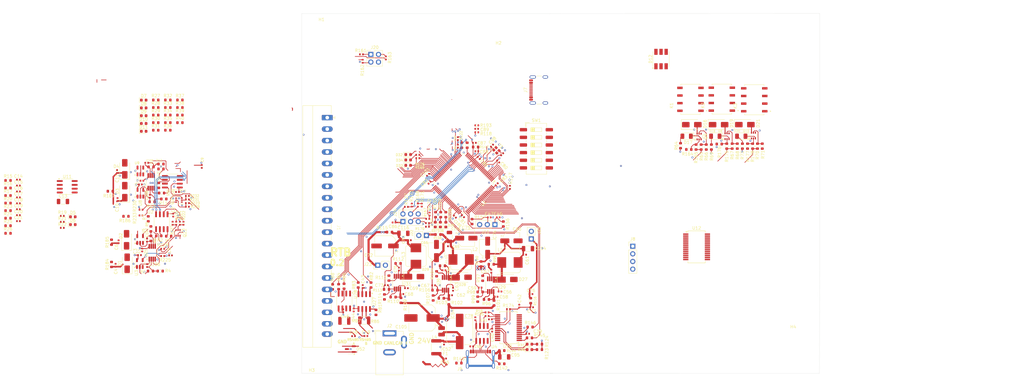
<source format=kicad_pcb>
(kicad_pcb (version 20241229) (generator "pcbnew") (generator_version "9.0")
  (layers (0 "F.Cu" signal) (4 "In1.Cu" signal) (6 "In2.Cu" signal) (2 "B.Cu" signal) (13 "F.Paste" user) (15 "B.Paste" user) (5 "F.SilkS" user "F.Silkscreen") (7 "B.SilkS" user "B.Silkscreen") (1 "F.Mask" user) (3 "B.Mask" user) (25 "Edge.Cuts" user))
  (net 0 "")
  (net 1 "3V3")
  (net 2 "GND")
  (net 3 "Net-(U2-VA)")
  (net 4 "Net-(U2-VB)")
  (net 5 "Net-(U2-~{LDAC})")
  (net 6 "Net-(U7A-+)")
  (net 7 "Net-(U6-VA)")
  (net 8 "Net-(U7B-+)")
  (net 9 "Net-(U6-VB)")
  (net 10 "Net-(U6-~{LDAC})")
  (net 11 "Net-(U7A--)")
  (net 12 "Net-(U7B--)")
  (net 13 "I2C_SDA")
  (net 14 "I2C_SCK")
  (net 15 "ANSENS_CS1")
  (net 16 "EN_SM")
  (net 17 "EN_SR")
  (net 18 "ANSENS_CS2")
  (net 19 "EN_SB-TB")
  (net 20 "EN_SE")
  (net 21 "SM")
  (net 22 "SR")
  (net 23 "SB-TB")
  (net 24 "SE")
  (net 25 "Net-(U24A-+)")
  (net 26 "Net-(U24A--)")
  (net 27 "Net-(U24B-+)")
  (net 28 "Net-(U24B--)")
  (net 29 "24V")
  (net 30 "Net-(D16-A)")
  (net 31 "Net-(D17-K)")
  (net 32 "Net-(D17-A)")
  (net 33 "Net-(Q9A-B1)")
  (net 34 "Net-(D18-A)")
  (net 35 "Net-(D18-K)")
  (net 36 "Net-(D19-A)")
  (net 37 "Net-(D20-K)")
  (net 38 "Net-(D20-A)")
  (net 39 "Net-(D21-A)")
  (net 40 "RLY1_B")
  (net 41 "RLY1_A")
  (net 42 "Net-(Q10A-B1)")
  (net 43 "INAIL_IN")
  (net 44 "PMING_IN")
  (net 45 "FLAME_IN")
  (net 46 "RT_IN")
  (net 47 "CANL")
  (net 48 "CANH")
  (net 49 "ESP32_RX")
  (net 50 "5V")
  (net 51 "Net-(J7-SHIELD)")
  (net 52 "Net-(U12-3V3OUT)")
  (net 53 "Net-(U10-3V3OUT)")
  (net 54 "Net-(J5-SHIELD)")
  (net 55 "Net-(D5-A)")
  (net 56 "Net-(D5-K)")
  (net 57 "Net-(D6-K)")
  (net 58 "Net-(D6-A)")
  (net 59 "Net-(J5-CC)")
  (net 60 "Net-(J5-VCONN)")
  (net 61 "Net-(J5-D+)")
  (net 62 "Net-(J5-D-)")
  (net 63 "ESP32_TX")
  (net 64 "RS485_B")
  (net 65 "RS485_A")
  (net 66 "Net-(U27-S)")
  (net 67 "Net-(U27-TXD)")
  (net 68 "CANTX")
  (net 69 "CANRX")
  (net 70 "Net-(U27-RXD)")
  (net 71 "Net-(U28-RO)")
  (net 72 "485RX")
  (net 73 "Net-(U28-DI)")
  (net 74 "485TX")
  (net 75 "Net-(U28-DE)")
  (net 76 "485E")
  (net 77 "FL_PWM")
  (net 78 "11V")
  (net 79 "Net-(U29-VCC)")
  (net 80 "Net-(C57-Pad2)")
  (net 81 "Net-(U29-BST)")
  (net 82 "Net-(U29-VIN)")
  (net 83 "Net-(U29-RON{slash}SD)")
  (net 84 "Net-(U29-RCL)")
  (net 85 "Net-(U29-FB)")
  (net 86 "5V_SW")
  (net 87 "Net-(U30-VIN)")
  (net 88 "Net-(U30-VCC)")
  (net 89 "Net-(C64-Pad2)")
  (net 90 "Net-(U30-BST)")
  (net 91 "Net-(U30-FB)")
  (net 92 "Net-(U31-VIN)")
  (net 93 "Net-(U31-VCC)")
  (net 94 "Net-(U31-BST)")
  (net 95 "Net-(C70-Pad2)")
  (net 96 "Net-(U31-FB)")
  (net 97 "3V3_SW")
  (net 98 "11V_SW")
  (net 99 "Net-(U30-RON{slash}SD)")
  (net 100 "Net-(U30-RCL)")
  (net 101 "Net-(U31-RON{slash}SD)")
  (net 102 "Net-(U31-RCL)")
  (net 103 "5V_USB")
  (net 104 "Net-(J7-D+)")
  (net 105 "Net-(J7-CC)")
  (net 106 "OUT0_STATUS")
  (net 117 "STATUS_LED_3")
  (net 118 "STATUS_LED_1")
  (net 119 "STATUS_LED_2")
  (net 130 "EN_SS-SC")
  (net 132 "FAN_DEMAND_POS")
  (net 133 "ANSENS_CS4")
  (net 134 "Net-(D30-A)")
  (net 135 "Net-(D31-A)")
  (net 136 "Net-(D33-A)")
  (net 137 "Net-(D34-A)")
  (net 138 "Net-(D35-A)")
  (net 139 "Net-(D36-A)")
  (net 140 "Net-(D37-A)")
  (net 141 "ANSENS_CS3")
  (net 142 "FAN_DEMAND_NEG")
  (net 143 "FAN_ENCODER")
  (net 144 "Net-(J7-D-)")
  (net 145 "Net-(J7-VCONN)")
  (net 146 "Net-(U10-USBD+)")
  (net 147 "Net-(R18-Pad1)")
  (net 148 "Net-(R19-Pad1)")
  (net 149 "Net-(D30-K)")
  (net 150 "Net-(D31-K)")
  (net 151 "Net-(U12-USBD+)")
  (net 152 "USB_RX")
  (net 153 "USB_TX")
  (net 154 "Net-(U12-USBD-)")
  (net 155 "Net-(C89-Pad1)")
  (net 156 "Net-(R21-Pad1)")
  (net 157 "Net-(U1-PH0)")
  (net 158 "Net-(U1-PH1)")
  (net 159 "Net-(U1-VREF+)")
  (net 160 "Net-(U1-NRST)")
  (net 161 "BOOT0")
  (net 162 "Net-(U1-VCAP_2)")
  (net 163 "Net-(U1-VCAP_1)")
  (net 164 "SWD_CLK")
  (net 165 "SWD_DIO")
  (net 166 "Net-(J11-Pin_2)")
  (net 167 "Net-(J11-Pin_1)")
  (net 168 "Net-(U1-PA3)")
  (net 169 "Net-(U1-PA2)")
  (net 170 "TL_TF_IN")
  (net 171 "Net-(J20-Pin_2)")
  (net 172 "Net-(J20-Pin_3)")
  (net 173 "Net-(J20-Pin_1)")
  (net 174 "EN_0-10V")
  (net 175 "EN_WPT-WPS")
  (net 176 "OUT1_STATUS")
  (net 177 "OUT2_STATUS")
  (net 178 "OUT3_STATUS")
  (net 179 "OUT4_STATUS")
  (net 180 "OUT5_STATUS")
  (net 181 "OUT6_STATUS")
  (net 182 "OUT7_STATUS")
  (net 183 "EN_SF")
  (net 184 "Net-(J24-Pin_3)")
  (net 185 "Net-(J24-Pin_5)")
  (net 186 "Net-(J24-Pin_4)")
  (net 187 "Net-(J24-Pin_2)")
  (net 188 "ADC1_IN10")
  (net 189 "ADC1_IN11")
  (net 190 "ADC1_IN12")
  (net 191 "ADC1_IN13")
  (net 192 "STATUS_LED_6")
  (net 193 "STATUS_LED_5")
  (net 194 "STATUS_LED_4")
  (net 195 "Net-(U12-~{RESET})")
  (net 196 "SPI_MISO")
  (net 197 "SPI_SCK")
  (net 198 "SPI_MOSI")
  (net 199 "Net-(Q8B-B2)")
  (net 200 "Net-(Q9B-B2)")
  (net 201 "Net-(Q8A-B1)")
  (net 202 "Net-(Q10B-B2)")
  (net 203 "Net-(C52-Pad1)")
  (net 204 "Net-(C106-Pad2)")
  (net 205 "Net-(C107-Pad2)")
  (net 206 "Net-(C108-Pad2)")
  (net 207 "Net-(C109-Pad2)")
  (net 208 "Net-(R195-Pad1)")
  (net 209 "Net-(C114-Pad1)")
  (net 210 "Net-(C115-Pad1)")
  (net 211 "Net-(C116-Pad1)")
  (net 212 "RLY_AUX1")
  (net 213 "RLY_AUX2")
  (net 214 "OUT9_STATUS")
  (net 215 "OUT8_STATUS")
  (net 216 "EN_SR_SW")
  (net 217 "EN_SM_SW")
  (net 218 "Net-(Q22A-B1)")
  (net 219 "Net-(Q22B-B2)")
  (net 220 "EN_SB-TB_SW")
  (net 221 "Net-(Q24B-B2)")
  (net 222 "Net-(Q24A-B1)")
  (net 223 "EN_SE_SW")
  (net 224 "Net-(U12-TXD)")
  (net 225 "Net-(U12-RXD)")
  (net 226 "Net-(U10-TXD)")
  (net 227 "Net-(U10-RXD)")
  (net 228 "Net-(U10-~{RESET})")
  (net 229 "Net-(U10-USBD-)")
  (net 255 "Net-(D7-A)")
  (net 256 "Net-(D8-A)")
  (net 257 "Net-(D9-A)")
  (net 258 "Net-(D10-A)")
  (net 259 "Net-(D11-A)")
  (net 260 "unconnected-(D32-A-Pad2)")
  (net 261 "GRID_LED")
  (net 262 "BATTERY_LED")
  (net 263 "STATUS1_LED")
  (net 264 "STATUS2_LED")
  (net 265 "STATUS3_LED")
  (net 266 "DIPSW_1")
  (net 267 "Net-(R32-Pad1)")
  (net 268 "Net-(R33-Pad1)")
  (net 269 "DIPSW_2")
  (net 270 "DIPSW_3")
  (net 271 "Net-(R34-Pad1)")
  (net 272 "Net-(R35-Pad1)")
  (net 273 "DIPSW_4")
  (net 274 "Net-(R36-Pad1)")
  (net 275 "DIPSW_5")
  (net 276 "Net-(R37-Pad1)")
  (net 277 "DIPSW_6")
  (net 278 "Net-(D12-BK)")
  (net 279 "B_LED")
  (net 280 "G_LED")
  (net 281 "Net-(D12-GK)")
  (net 282 "Net-(D12-RK)")
  (net 283 "R_LED")
  (net 288 "RLY2_A")
  (net 293 "RLY2_B")
  (net 294 "RLY3_B")
  (net 299 "RLY3_A")
  (net 300 "Net-(C55-Pad1)")
  (footprint "Button_Switch_SMD:SW_DIP_SPSTx06_Slide_6.7x16.8mm_W8.61mm_P2.54mm_LowProfile" (layer "F.Cu") (at 111.9762 78.994)
    (property "Reference" "SW1")
    (property "Value" "SW_DIP_x06")
  )
  (footprint "Package_TO_SOT_SMD:SOT-363_SC-70-6" (layer "F.Cu") (at -7.0396 106.95 -90)
    (property "Reference" "Q22")
    (property "Value" "BC847BS")
  )
  (footprint "Resistor_SMD:R_0603_1608Metric" (layer "F.Cu") (at 57.05 124.3 90)
    (property "Reference" "R82")
    (property "Value" "1k")
  )
  (footprint "Package_TO_SOT_SMD:SOT-23-5" (layer "F.Cu") (at -19.6396 109.15 90)
    (property "Reference" "U5")
    (property "Value" "BU4S66G2-TR")
  )
  (footprint "Resistor_SMD:R_0603_1608Metric" (layer "F.Cu") (at -10.425 62.76)
    (property "Reference" "R32")
    (property "Value" "100R")
  )
  (footprint "Resistor_SMD:R_0402_1005Metric" (layer "F.Cu") (at 92.2 71.2 180)
    (property "Reference" "R193")
    (property "Value" "220R")
  )
  (footprint "Resistor_SMD:R_0402_1005Metric" (layer "F.Cu") (at 53.875 47.575)
    (property "Reference" "R161")
    (property "Value" "220R")
  )
  (footprint "Resistor_SMD:R_0603_1608Metric" (layer "F.Cu") (at -16.1896 119.65)
    (property "Reference" "R3")
    (property "Value" "4k7/1%")
  )
  (footprint "Resistor_SMD:R_0603_1608Metric" (layer "F.Cu") (at 89 77.8 90)
    (property "Reference" "R148" (hide yes))
    (property "Value" "130R")
  )
  (footprint "Capacitor_SMD:C_1206_3216Metric" (layer "F.Cu") (at 67.8 107.1)
    (property "Reference" "C116")
    (property "Value" "10u/25V")
  )
  (footprint "Capacitor_SMD:C_0402_1005Metric" (layer "F.Cu") (at -9.5396 114.45)
    (property "Reference" "C5")
    (property "Value" "100n/25V")
  )
  (footprint "Resistor_SMD:R_0603_1608Metric" (layer "F.Cu") (at 80.8 117.9)
    (property "Reference" "R105")
    (property "Value" "0R/1%")
  )
  (footprint "Resistor_SMD:R_0603_1608Metric" (layer "F.Cu") (at -63.5075 89.52)
    (property "Reference" "R15")
    (property "Value" "1M")
  )
  (footprint "Capacitor_SMD:C_0402_1005Metric" (layer "F.Cu") (at -26.7896 109.9 90)
    (property "Reference" "C6")
    (property "Value" "68p/50V")
  )
  (footprint "Capacitor_SMD:C_1206_3216Metric" (layer "F.Cu") (at 83.1 108.3 90)
    (property "Reference" "C115")
    (property "Value" "10u/25V")
  )
  (footprint "Package_SO:SOIC-8_3.9x4.9mm_P1.27mm" (layer "F.Cu") (at 48.2 129.6 -90)
    (property "Reference" "U28")
    (property "Value" "MAX3485")
  )
  (footprint "Resistor_SMD:R_0603_1608Metric" (layer "F.Cu") (at 64.4 128.3 180)
    (property "Reference" "R110")
    (property "Value" "100k")
  )
  (footprint "Capacitor_SMD:C_0402_1005Metric" (layer "F.Cu") (at 93.3 125.15)
    (property "Reference" "C59")
    (property "Value" "10p")
  )
  (footprint "LED_SMD:LED_0603_1608Metric" (layer "F.Cu") (at -41.9875 101.61)
    (property "Reference" "D5")
    (property "Value" "BLUE")
  )
  (footprint "Resistor_SMD:R_0603_1608Metric" (layer "F.Cu") (at 63.2 106.7 180)
    (property "Reference" "R115")
    (property "Value" "0R/1%")
  )
  (footprint "Resistor_SMD:R_0603_1608Metric" (layer "F.Cu") (at 93.3 126.6)
    (property "Reference" "R98")
    (property "Value" "3k3/1%")
  )
  (footprint "Connector_PinHeader_2.54mm:PinHeader_1x02_P2.54mm_Vertical" (layer "F.Cu") (at 75.475 107.8 -90)
    (property "Reference" "J22")
    (property "Value" "Conn_01x02_Pin")
  )
  (footprint "Resistor_SMD:R_0603_1608Metric" (layer "F.Cu") (at -10.425 72.8)
    (property "Reference" "R36")
    (property "Value" "100R")
  )
  (footprint "Resistor_SMD:R_1812_4532Metric" (layer "F.Cu") (at 78.75 145 90)
    (property "Reference" "F1")
    (property "Value" "PTC 30V 500mA")
  )
  (footprint "Resistor_SMD:R_0603_1608Metric" (layer "F.Cu") (at 159.8656 77.9616 90)
    (property "Reference" "R64")
    (property "Value" "680R")
  )
  (footprint "Capacitor_SMD:C_0402_1005Metric" (layer "F.Cu") (at 92.839411 82.039411 -45)
    (property "Reference" "C85")
    (property "Value" "100n/25V")
  )
  (footprint "Resistor_SMD:R_0603_1608Metric" (layer "F.Cu") (at -13.4396 91.15 90)
    (property "Reference" "R10")
    (property "Value" "0R/1%")
  )
  (footprint "Capacitor_SMD:C_0402_1005Metric" (layer "F.Cu") (at -17.4396 83.65 180)
    (property "Reference" "C109")
    (property "Value" "10p")
  )
  (footprint "LED_SMD:LED_0603_1608Metric" (layer "F.Cu") (at 80.1 104.2 90)
    (property "Reference" "D36")
    (property "Value" "RED_")
  )
  (footprint "Resistor_SMD:R_0402_1005Metric" (layer "F.Cu") (at 61.975 48.775 90)
    (property "Reference" "R163")
    (property "Value" "220R")
  )
  (footprint "Capacitor_SMD:C_0402_1005Metric" (layer "F.Cu") (at 51.25 141.3 180)
    (property "Reference" "C48")
    (property "Value" "68p/50V")
  )
  (footprint "Resistor_SMD:R_0603_1608Metric" (layer "F.Cu") (at 100.5 146.1 180)
    (property "Reference" "R144")
    (property "Value" "1M")
  )
  (footprint "Capacitor_SMD:CP_Elec_8x10.5" (layer "F.Cu") (at 86.5 139.75 90)
    (property "Reference" "C54")
    (property "Value" "220u 35V")
  )
  (footprint "Resistor_SMD:R_0603_1608Metric" (layer "F.Cu") (at -6.415 62.76)
    (property "Reference" "R37")
    (property "Value" "100R")
  )
  (footprint "Capacitor_SMD:C_0402_1005Metric" (layer "F.Cu") (at 66.325 119 90)
    (property "Reference" "C70")
    (property "Value" "100n/25V")
  )
  (footprint "Resistor_SMD:R_0402_1005Metric" (layer "F.Cu") (at -6.4396 103.75 90)
    (property "Reference" "R224")
    (property "Value" "10k")
  )
  (footprint "Resistor_SMD:R_0402_1005Metric" (layer "F.Cu") (at 75.8 103.7)
    (property "Reference" "R169")
    (property "Value" "10k")
  )
  (footprint "Capacitor_SMD:C_0402_1005Metric" (layer "F.Cu") (at -60.0675 97.13)
    (property "Reference" "C18")
    (property "Value" "100n/25V")
  )
  (footprint "Package_SO:SOIC-8_3.9x4.9mm_P1.27mm" (layer "F.Cu") (at 93.9 140.4 90)
    (property "Reference" "U4")
    (property "Value" "USB6B1RL")
  )
  (footprint "Resistor_SMD:R_0603_1608Metric" (layer "F.Cu") (at -16.0146 85.025)
    (property "Reference" "R14")
    (property "Value" "4k7/1%")
  )
  (footprint "Resistor_SMD:R_0603_1608Metric" (layer "F.Cu") (at -14.435 65.27)
    (property "Reference" "R28")
    (property "Value" "680R")
  )
  (footprint "Resistor_SMD:R_1210_3225Metric" (layer "F.Cu") (at 48.2 136.2)
    (property "Reference" "R87")
    (property "Value" "120R")
  )
  (footprint "Resistor_SMD:R_0603_1608Metric" (layer "F.Cu") (at 78.5 100.9 -90)
    (property "Reference" "R130")
    (property "Value" "680R")
  )
  (footprint "LED_SMD:LED_0603_1608Metric" (layer "F.Cu") (at -18.445 70.57)
    (property "Reference" "D10")
    (property "Value" "LED BLUE")
  )
  (footprint "Resistor_SMD:R_0603_1608Metric" (layer "F.Cu") (at 90.6 103.2 -90)
    (property "Reference" "R157")
    (property "Value" "130R")
  )
  (footprint "Capacitor_SMD:C_0402_1005Metric" (layer "F.Cu") (at -19.0396 89.6 180)
    (property "Reference" "C12")
    (property "Value" "100n/25V")
  )
  (footprint "Capacitor_SMD:C_0402_1005Metric" (layer "F.Cu") (at 84.3 125.7 -90)
    (property "Reference" "C63")
    (property "Value" "100n/25V")
  )
  (footprint "Resistor_SMD:R_0603_1608Metric" (layer "F.Cu") (at -29.1396 117.45 90)
    (property "Reference" "R184")
    (property "Value" "100k")
  )
  (footprint "Diode_SMD:D_SMA" (layer "F.Cu") (at 87.3 121.7)
    (property "Reference" "D28")
    (property "Value" "SS14")
  )
  (footprint "Resistor_SMD:R_0603_1608Metric" (layer "F.Cu") (at 97.9 130.3 90)
    (property "Reference" "R101")
    (property "Value" "0R/1%")
  )
  (footprint "Resistor_SMD:R_0402_1005Metric" (layer "F.Cu") (at 54.275 49.875 -90)
    (property "Reference" "R162")
    (property "Value" "220R")
  )
  (footprint "Relays:RELAY_G6K-2F_DC5" (layer "F.Cu") (at 173.5783 62.484 90)
    (property "Reference" "K2")
    (property "Value" "G6K-2F-Y-5V")
  )
  (footprint "Capacitor_SMD:C_0402_1005Metric" (layer "F.Cu") (at 69.8 109.4 180)
    (property "Reference" "C71")
    (property "Value" "100n/25V")
  )
  (footprint "Capacitor_SMD:C_0402_1005Metric" (layer "F.Cu") (at 62.17 124.35)
    (property "Reference" "C73")
    (property "Value" "10p")
  )
  (footprint "Connector_BarrelJack:BarrelJack_GCT_DCJ200-10-A_Horizontal" (layer "F.Cu") (at 63.2056 140.3604)
    (property "Reference" "J2")
    (property "Value" "Jack-DC")
  )
  (footprint "Diode_SMD:D_SMA" (layer "F.Cu") (at -24.7396 93.25 90)
    (property "Reference" "D3")
    (property "Value" "SMAJ12A")
  )
  (footprint "Resistor_SMD:R_0603_1608Metric" (layer "F.Cu") (at 78.85 120.55 90)
    (property "Reference" "R104")
    (property "Value" "100k")
  )
  (footprint "Capacitor_SMD:C_0402_1005Metric" (layer "F.Cu") (at -27.1396 95.85 90)
    (property "Reference" "C10")
    (property "Value" "68p/50V")
  )
  (footprint "Resistor_SMD:R_0603_1608Metric" (layer "F.Cu") (at -15.6646 96.625)
    (property "Reference" "R13")
    (property "Value" "4k7/1%")
  )
  (footprint "Package_SO:SSOP-28_5.3x10.2mm_P0.65mm" (layer "F.Cu") (at 165.2 111.6)
    (property "Reference" "U12")
    (property "Value" "FT232RL")
  )
  (footprint "Capacitor_SMD:C_0402_1005Metric" (layer "F.Cu") (at 106.3 131.3 90)
    (property "Reference" "C42")
    (property "Value" "4u7/10V")
  )
  (footprint "Capacitor_SMD:C_0402_1005Metric" (layer "F.Cu") (at -60.0675 101.07)
    (property "Reference" "C20")
    (property "Value" "100n/25V")
  )
  (footprint "Package_SO:SOIC-8_3.9x4.9mm_P1.27mm" (layer "F.Cu") (at 54.8 129.8 -90)
    (property "Reference" "U27")
    (property "Value" "TJA1051T-3")
  )
  (footprint "MountingHole:MountingHole_3.2mm_M3" (layer "F.Cu") (at 40.6 40.2)
    (property "Reference" "H1")
    (property "Value" "MountingHole")
  )
  (footprint "Capacitor_SMD:C_0402_1005Metric" (layer "F.Cu") (at 90.5 144.7 180)
    (property "Reference" "C96")
    (property "Value" "100n/25V")
  )
  (footprint "Resistor_SMD:R_0603_1608Metric" (layer "F.Cu") (at 100.5 150.5 180)
    (property "Reference" "R142")
    (property "Value" "5k1")
  )
  (footprint "Resistor_SMD:R_0402_1005Metric" (layer "F.Cu") (at 95.6 133.4)
    (property "Reference" "R18")
    (property "Value" "22R/1%")
  )
  (footprint "Resistor_SMD:R_0603_1608Metric" (layer "F.Cu") (at -10.425 70.29)
    (property "Reference" "R35")
    (property "Value" "100R")
  )
  (footprint "Resistor_SMD:R_0603_1608Metric" (layer "F.Cu") (at 170.1156 78.4116 90)
    (property "Reference" "R69")
    (property "Value" "680R")
  )
  (footprint "MountingHole:MountingHole_3.2mm_M3" (layer "F.Cu") (at 197 134)
    (property "Reference" "H4")
    (property "Value" "MountingHole")
  )
  (footprint "Capacitor_SMD:C_0402_1005Metric" (layer "F.Cu") (at -60.0675 99.1)
    (property "Reference" "C19")
    (property "Value" "100n/25V")
  )
  (footprint "Package_SO:SOIC-8_3.9x4.9mm_P1.27mm" (layer "F.Cu") (at -43.8575 91.62)
    (property "Reference" "U11")
    (property "Value" "USB6B1RL")
  )
  (footprint "Resistor_SMD:R_0603_1608Metric" (layer "F.Cu") (at 61.5 128.25 -90)
    (property "Reference" "R114")
    (property "Value" "3k/1%")
  )
  (footprint "Package_SO:VSSOP-8_3x3mm_P0.65mm" (layer "F.Cu") (at 65.825 123.5 -90)
    (property "Reference" "U31")
    (property "Value" "LM5007MM")
  )
  (footprint "Capacitor_SMD:C_0402_1005Metric" (layer "F.Cu") (at -60.0675 95.16)
    (property "Reference" "C17")
    (property "Value" "100n/25V")
  )
  (footprint "LED_SMD:LED_1206_3216Metric" (layer "F.Cu") (at 161.8876 74.8116 180)
    (property "Reference" "D17")
    (property "Value" "RED")
  )
  (footprint "LED_SMD:LED_RGB_5050-6" (layer "F.Cu") (at 153.3924 49.136 90)
    (property "Reference" "D12")
    (property "Value" "LED_RGBA")
  )
  (footprint "Capacitor_SMD:C_0402_1005Metric" (layer "F.Cu") (at -27.2896 86.55 90)
    (property "Reference" "C11")
    (property "Value" "68p/50V")
  )
  (footprint "Resistor_SMD:R_0603_1608Metric" (layer "F.Cu") (at 113.0125 143.975 180)
    (property "Reference" "R124")
    (property "Value" "680R")
  )
  (footprint "Capacitor_SMD:C_0402_1005Metric" (layer "F.Cu") (at 68.825 125.35)
    (property "Reference" "C69")
    (property "Value" "100n/25V")
  )
  (footprint "LED_SMD:LED_0603_1608Metric" (layer "F.Cu") (at -18.445 65.39)
    (property "Reference" "D8")
    (property "Value" "LED GREEN")
  )
  (footprint "Capacitor_SMD:C_0402_1005Metric" (layer "F.Cu") (at 97.3 139.3 -90)
    (property "Reference" "C40")
    (property "Value" "100n/25V")
  )
  (footprint "Resistor_SMD:R_0603_1608Metric" (layer "F.Cu") (at 110.1 129.5 -90)
    (property "Reference" "R116")
    (property "Value" "0R/1%")
  )
  (footprint "Resistor_SMD:R_0603_1608Metric" (layer "F.Cu") (at 109.9 138.275)
    (property "Reference" "R146")
    (property "Value" "0R/1%")
  )
  (footprint "Connector_PinHeader_2.54mm:PinHeader_1x04_P2.54mm_Vertical" (layer "F.Cu") (at 144 111.39)
    (property "Reference" "J8")
    (property "Value" "Conn_01x04_Pin")
  )
  (footprint "Resistor_SMD:R_0603_1608Metric" (layer "F.Cu") (at -13.4396 107.95 180)
    (property "Reference" "R2")
    (property "Value" "0R/1%")
  )
  (footprint "Resistor_SMD:R_0603_1608Metric" (layer "F.Cu") (at 183.8156 78.1116 -90)
    (property "Reference" "R178")
    (property "Value" "2k2")
  )
  (footprint "Capacitor_SMD:C_0402_1005Metric" (layer "F.Cu") (at 110.4 131.7)
    (property "Reference" "C77")
    (property "Value" "100n/25V")
  )
  (footprint "Capacitor_SMD:C_0402_1005Metric" (layer "F.Cu") (at 54.3 124.8 90)
    (property "Reference" "C43")
    (property "Value" "100n/25V")
  )
  (footprint "Resistor_SMD:R_0603_1608Metric" (layer "F.Cu") (at -16.9396 102.275 -90)
    (property "Reference" "R7")
    (property "Value" "0R/1%")
  )
  (footprint "Resistor_SMD:R_0402_1005Metric" (layer "F.Cu") (at 76.5 100.7 90)
    (property "Reference" "R172")
    (property "Value" "10k")
  )
  (footprint "Capacitor_SMD:C_0402_1005Metric" (layer "F.Cu") (at 83.1 111.4)
    (property "Reference" "C65")
    (property "Value" "100n/25V")
  )
  (footprint "Resistor_SMD:R_0603_1608Metric" (layer "F.Cu") (at 87.2 77.8 90)
    (property "Reference" "R122")
    (property "Value" "130R")
  )
  (footprint "Resistor_SMD:R_0603_1608Metric" (layer "F.Cu") (at -10.1396 108.05)
    (property "Reference" "R1")
    (property "Value" "0R/1%")
  )
  (footprint "Resistor_SMD:R_0402_1005Metric" (layer "F.Cu") (at 95.6 134.6)
    (property "Reference" "R195")
    (property "Value" "22R/1%")
  )
  (footprint "LED_SMD:LED_1206_3216Metric" (layer "F.Cu") (at 171.4156 74.8116 180)
    (property "Reference" "D18")
    (property "Value" "RED")
  )
  (footprint "Resistor_SMD:R_0402_1005Metric" (layer "F.Cu") (at -12.1396 114.65 180)
    (property "Reference" "R225")
    (property "Value" "10k")
  )
  (footprint "Package_SO:SOIC-8_3.9x4.9mm_P1.27mm" (layer "F.Cu") (at -12.4396 103.25 -90)
    (property "Reference" "U2")
    (property "Value" "MCP4822")
  )
  (footprint "Resistor_SMD:R_0603_1608Metric" (layer "F.Cu") (at 187.0156 78.1116 -90)
    (property "Reference" "R71")
    (property "Value" "10k")
  )
  (footprint "Resistor_SMD:R_0603_1608Metric" (layer "F.Cu") (at 80.2 100.9 -90)
    (property "Reference" "R129")
    (property "Value" "680R")
  )
  (footprint "Resistor_SMD:R_0402_1005Metric" (layer "F.Cu") (at 68.8 98.3)
    (property "Reference" "R127")
    (property "Value" "10k")
  )
  (footprint "Resistor_SMD:R_0603_1608Metric" (layer "F.Cu") (at 175.2156 78.1116 -90)
    (property "Reference" "R175")
    (property "Value" "2k2")
  )
  (footprint "LED_SMD:LED_0603_1608Metric" (layer "F.Cu") (at -41.9875 104.2)
    (property "Reference" "D6")
    (property "Value" "WHITE")
  )
  (footprint "Capacitor_SMD:C_0402_1005Metric" (layer "F.Cu") (at 87.6 101.4 -45)
    (property "Reference" "C81")
    (property "Value" "100n/25V")
  )
  (footprint "Resistor_SMD:R_0402_1005Metric" (layer "F.Cu") (at -3.9396 95.85)
    (property "Reference" "R231")
    (property "Value" "4k7/1%")
  )
  (footprint "Resistor_SMD:R_0603_1608Metric" (layer "F.Cu") (at 79.3 107.5 180)
    (property "Reference" "R108")
    (property "Value" "0R/1%")
  )
  (footprint "Resistor_SMD:R_0402_1005Metric" (layer "F.Cu") (at -45.4875 105.29)
    (property "Reference" "R22")
    (property "Value" "10k/02")
  )
  (footprint "Resistor_SMD:R_0402_1005Metric" (layer "F.Cu") (at -3.9396 94.65)
    (property "Reference" "R232")
    (property "Value" "10k")
  )
  (footprint "Capacitor_SMD:C_0402_1005Metric" (layer "F.Cu") (at 92.2 79.8 180)
    (property "Reference" "C88")
    (property "Value" "100n/25V")
  )
  (footprint "Capacitor_SMD:C_0402_1005Metric" (layer "F.Cu") (at 98.8 90.8 45)
    (property "Reference" "C83")
    (property "Value" "100n/25V")
  )
  (footprint "Capacitor_SMD:C_0402_1005Metric" (layer "F.Cu") (at 85.9 78.1 90)
    (property "Reference" "C84")
    (property "Value" "100n/25V")
  )
  (footprint "Resistor_SMD:R_0603_1608Metric" (layer "F.Cu") (at 77.7 128.6 -90)
    (property "Reference" "R107")
    (property "Value" "10k/1%")
  )
  (footprint "LED_SMD:LED_0603_1608Metric" (layer "F.Cu") (at 81.9 104.2125 90)
    (property "Reference" "D35")
    (property "Value" "RED_")
  )
  (footprint "Resistor_SMD:R_0603_1608Metric" (layer "F.Cu") (at 162.6156 79.2116 180)
    (property "Reference" "R164")
    (property "Value" "10k")
  )
  (footprint "Resistor_SMD:R_0603_1608Metric" (layer "F.Cu") (at 95.4 129.1 180)
    (property "Reference" "R96")
    (property "Value" "100k")
  )
  (footprint "Capacitor_SMD:C_1206_3216Metric" (layer "F.Cu") (at 101.3 148.2 180)
    (property "Reference" "C95")
    (property "Value" "1n/2kV")
  )
  (footprint "Resistor_SMD:R_0402_1005Metric" (layer "F.Cu") (at 102.7 132.3)
    (property "Reference" "R174")
    (property "Value" "10k/02")
  )
  (footprint "Resistor_SMD:R_0603_1608Metric" (layer "F.Cu") (at 78.3 126)
    (property "Reference" "R106")
    (property "Value" "3k3/1%")
  )
  (footprint "Connector_PinHeader_2.54mm:PinHeader_1x02_P2.54mm_Vertical" (layer "F.Cu") (at 110.3 108.975 180)
    (property "Reference" "J21")
    (property "Value" "Conn_01x02_Pin")
  )
  (footprint "Resistor_SMD:R_0603_1608Metric" (layer "F.Cu") (at 172.7156 77.4116 180)
    (property "Reference" "R176")
    (property "Value" "10k")
  )
  (footprint "Capacitor_SMD:C_0402_1005Metric" (layer "F.Cu") (at 76.505724 90.248365 -135)
    (property "Reference" "C82")
    (property "Value" "100n/25V")
  )
  (footprint "Diode_SMD:D_SMA" (layer "F.Cu") (at 172.5156 70.9616)
    (property "Reference" "D19")
    (property "Value" "US1A")
  )
  (footprint "Resistor_SMD:R_0603_1608Metric" (layer "F.Cu") (at 92.5 129 -90)
    (property "Reference" "R99")
    (property "Value" "3k3/1%")
  )
  (footprint "Capacitor_SMD:C_0402_1005Metric" (layer "F.Cu") (at 96.32 101.8)
    (property "Reference" "C47")
    (property "Value" "100pF")
  )
  (footprint "Resistor_SMD:R_0603_1608Metric" (layer "F.Cu") (at -29.5396 93.1 180)
    (property "Reference" "R187")
    (property "Value" "100k")
  )
  (footprint "Package_SO:VSSOP-8_3x3mm_P0.65mm" (layer "F.Cu") (at 81.8 123.9 -90)
    (property "Reference" "U30")
    (property "Value" "LM5007MM")
  )
  (footprint "Resistor_SMD:R_0402_1005Metric" (layer "F.Cu") (at 72.6 82.1)
    (property "Reference" "R166")
    (property "Value" "680R")
  )
  (footprint "Crystal:Crystal_SMD_2016-4Pin_2.0x1.6mm" (layer "F.Cu") (at 98.706066 79.483883 -45)
    (property "Reference" "Y1")
    (property "Value" "20MHz")
  )
  (footprint "Package_SO:VSSOP-8_3x3mm_P0.65mm" (layer "F.Cu") (at -15.6146 113.55 90)
    (property "Reference" "U24")
    (property "Value" "TLV272IS-13")
  )
  (footprint "Capacitor_SMD:C_0402_1005Metric" (layer "F.Cu") (at -17.3146 117.825 90)
    (property "Reference" "C106")
    (property "Value" "10p")
  )
  (footprint "Package_TO_SOT_SMD:SOT-23-5" (layer "F.Cu") (at -19.7396 117.15 90)
    (property "Reference" "U3")
    (property "Value" "BU4S66G2-TR")
  )
  (footprint "Capacitor_SMD:CP_Elec_5x5.3" (layer "F.Cu") (at 103.7 109.6)
    (property "Reference" "C60")
    (property "Value" "100u 10V")
  )
  (footprint "Resistor_SMD:R_0603_1608Metric" (layer "F.Cu") (at -14.435 62.76)
    (property "Reference" "R27")
    (property "Value" "680R")
  )
  (footprint "Resistor_SMD:R_0603_1608Metric" (layer "F.Cu") (at 44.3 124.9 90)
    (property "Reference" "R88")
    (property "Value" "1k")
  )
  (footprint "MountingHole:MountingHole_3.2mm_M3" (layer "F.Cu") (at 101 47.8)
    (property "Reference" "H2")
    (property "Value" "MountingHole")
  )
  (footprint "Resistor_SMD:R_0603_1608Metric" (layer "F.Cu") (at 67 129.4 90)
    (property "Reference" "R109")
    (property "Value" "0R/1%")
  )
  (footprint "LED_SMD:LED_0603_1608Metric" (layer "F.Cu") (at -18.445 62.8)
    (property "Reference" "D7")
    (property "Value" "LED YELLOW")
  )
  (footprint "Capacitor_SMD:C_0402_1005Metric" (layer "F.Cu") (at 91.4 77)
    (property "Reference" "C87")
    (property "Value" "100n/25V")
  )
  (footprint "Capacitor_SMD:C_0402_1005Metric" (layer "F.Cu") (at 81.3 119.4 180)
    (property "Reference" "C64")
    (property "Value" "100n/25V")
  )
  (footprint "Package_TO_SOT_SMD:SOT-23-5" (layer "F.Cu") (at -19.5396 93.75 90)
    (property "Reference" "U8")
    (property "Value" "BU4S66G2-TR")
  )
  (footprint "Relays:RELAY_G6K-2F_DC5" (layer "F.Cu") (at 184.3479 62.6872 90)
    (property "Reference" "K3")
    (property "Value" "G6K-2F-Y-5V")
  )
  (footprint "Resistor_SMD:R_0603_1608Metric" (layer "F.Cu") (at 101 104 -90)
    (property "Reference" "R156")
    (property "Value" "130R")
  )
  (footprint "Capacitor_SMD:C_0402_1005Metric" (layer "F.Cu") (at 85.9 75.6 -90)
    (property "Reference" "C99")
    (property "Value" "4u7/10V")
  )
  (footprint "Capacitor_SMD:C_0402_1005Metric" (layer "F.Cu") (at 96.7 135.7 180)
    (property "Reference" "C41")
    (property "Value" "100n/25V")
  )
  (footprint "Connector_PinHeader_2.54mm:PinHeader_2x02_P2.54mm_Vertical" (layer "F.Cu") (at 57 47.6)
    (property "Reference" "J20")
    (property "Value" "Conn_01x04_Pin")
  )
  (footprint "Resistor_SMD:R_0603_1608Metric" (layer "F.Cu") (at -12.7146 84.05)
    (property "Reference" "R12")
    (property "Value" "2k2/1%")
  )
  (footprint "Connector_PinHeader_2.54mm:PinHeader_1x02_P2.54mm_Vertical" (layer "F.Cu") (at 59.3 117.7 90)
    (property "Reference" "J23")
    (property "Value" "Conn_01x02_Pin")
  )
  (footprint "Connector_PinHeader_2.54mm:PinHeader_1x03_P2.54mm_Vertical" (layer "F.Cu") (at 98.225 104.2 -90)
    (property "Reference" "J11")
    (property "Value" "Conn_01x03_Pin")
  )
  (footprint "Capacitor_SMD:C_0402_1005Metric" (layer "F.Cu") (at -27.7896 117.725 90)
    (property "Reference" "C4")
    (property "Value" "68p/50V")
  )
  (footprint "Capacitor_SMD:C_0402_1005Metric" (layer "F.Cu") (at 99.3 101.8)
    (property "Reference" "C46")
    (property "Value" "100pF")
  )
  (footprint "LED_SMD:LED_0603_1608Metric" (layer "F.Cu") (at 69.4 84.5)
    (property "Reference" "D33")
    (property "Value" "RED")
  )
  (footprint "Capacitor_SMD:C_0402_1005Metric" (layer "F.Cu") (at 109.1 140.5)
    (property "Reference" "C39")
    (property "Value" "100n/25V")
  )
  (footprint "Resistor_SMD:R_0402_1005Metric" (layer "F.Cu") (at -8.8396 103.75 90)
    (property "Reference" "R227")
    (property "Value" "10k")
  )
  (footprint "Resistor_SMD:R_0603_1608Metric" (layer "F.Cu") (at 168.4156 78.4116 -90)
    (property "Reference" "R66")
    (property "Value" "10k")
  )
  (footprint "Resistor_SMD:R_0402_1005Metric" (layer "F.Cu") (at 75.9 102.3)
    (property "Reference" "R167")
    (property "Value" "10k")
  )
  (footprint "Package_TO_SOT_SMD:SOT-363_SC-70-6" (layer "F.Cu") (at 166.0406 74.9116 90)
    (property "Reference" "Q9")
    (property "Value" "BC847BS")
  )
  (footprint "Package_SO:SSOP-28_5.3x10.2mm_P0.65mm" (layer "F.Cu") (at 102.7 138.475 180)
    (property "Reference" "U10")
    (property "Value" "FT232RL")
  )
  (footprint "Resistor_SMD:R_0603_1608Metric" (layer "F.Cu") (at 166.7156 78.4116 -90)
    (property "Reference" "R65")
    (property "Value" "2k2")
  )
  (footprint "Resistor_SMD:R_0603_1608Metric" (layer "F.Cu") (at -14.435 67.78)
    (property "Reference" "R29")
    (property "Value" "680R")
  )
  (footprint "Resistor_SMD:R_0603_1608Metric" (layer "F.Cu") (at -12.7146 85.7 180)
    (property "Reference" "R9")
    (property "Value" "0R/1%")
  )
  (footprint "Resistor_SMD:R_0603_1608Metric" (layer "F.Cu") (at -63.5075 94.54)
    (property "Reference" "R17")
    (property "Value" "5k1")
  )
  (footprint "Resistor_SMD:R_0603_1608Metric" (layer "F.Cu") (at 48.1 124.7 90)
    (property "Reference" "R85")
    (property "Value" "1k")
  )
  (footprint "Capacitor_SMD:C_0402_1005Metric" (layer "F.Cu") (at -7.2396 93.35 180)
    (property "Reference" "C7")
    (property "Value" "100n/25V")
  )
  (footprint "Resistor_SMD:R_0402_1005Metric" (layer "F.Cu") (at 73.9 97.7 -90)
    (property "Reference" "R171")
    (property "Value" "10k")
  )
  (footprint "Resistor_SMD:R_0603_1608Metric" (layer "F.Cu") (at 86.25 150.25)
    (property "Reference" "R143")
    (property "Value" "5k1")
  )
  (footprint "Resistor_SMD:R_0402_1005Metric" (layer "F.Cu") (at 72.6 81)
    (property "Reference" "R125")
    (property "Value" "680R")
  )
  (footprint "Connector_USB:USB_C_Receptacle_GCT_USB4105-xx-A_16P_TopMnt_Horizontal" (layer "F.Cu") (at 93.4 150.1)
    (property "Reference" "J5")
    (property "Value" "USB_C_Plug_USB2.0")
  )
  (footprint "Capacitor_SMD:C_0402_1005Metric" (layer "F.Cu") (at 108.1 114.2 180)
    (property "Reference" "C61")
    (property "Value" "100n/25V")
  )
  (footprint "Capacitor_SMD:C_0402_1005Metric" (layer "F.Cu") (at 67.3 127.3)
    (property "Reference" "C68")
    (property "Value" "100n/50V")
  )
  (footprint "Resistor_SMD:R_0603_1608Metric" (layer "F.Cu") (at 58.7 133.4 90)
    (property "Reference" "R81")
    (property "Value" "0R/1%")
  )
  (footprint "Capacitor_SMD:C_0402_1005Metric" (layer "F.Cu") (at -19.8396 114.35)
    (property "Reference" "C3")
    (property "Value" "100n/25V")
  )
  (footprint "Inductor_SMD:L_Bourns_SRP7028A_7.3x6.6mm" (layer "F.Cu") (at 71.975 114.65 90)
    (property "Reference" "L3")
    (property "Value" "47uH 2A")
  )
  (footprint "Resistor_SMD:R_0402_1005Metric" (layer "F.Cu") (at 92.2 73.5)
    (property "Reference" "R118")
    (property "Value" "10k/02")
  )
  (footprint "Capacitor_SMD:C_1206_3216Metric" (layer "F.Cu") (at 109.2 112.2)
    (property "Reference" "C114")
    (property "Value" "10u/25V")
  )
  (footprint "Resistor_SMD:R_0402_1005Metric" (layer "F.Cu") (at -3.9396 97.05)
    (property "Reference" "R223")
    (property "Value" "4k7/1%")
  )
  (footprint "Capacitor_SMD:C_0402_1005Metric" (layer "F.Cu") (at -60.0675 89.25)
    (property "Reference" "C14")
    (property "Value" "100n/25V")
  )
  (footprint "Resistor_SMD:R_0402_1005Metric" (layer "F.Cu") (at -19.3396 99.25)
    (property "Reference" "R230")
    (property "Value" "10k")
  )
  (footprint "Resistor_SMD:R_0603_1608Metric" (layer "F.Cu") (at -63.5075 104.58)
    (property "Reference" "R25")
    (property "Value" "0R/1%")
  )
  (footprint "Capacitor_SMD:CP_Elec_5x5.3" (layer "F.Cu") (at 95.8 111.9 90)
    (property "Reference" "C74")
    (property "Value" "100u 10V")
  )
  (footprint "Capacitor_SMD:C_0402_1005Metric" (layer "F.Cu") (at 55.37 141.25)
    (property "Reference" "C49")
    (property "Value" "68p/50V")
  )
  (footprint "Package_SO:VSSOP-8_3x3mm_P0.65mm" (layer "F.Cu") (at 96.8 124.35 -90)
    (property "Reference" "U29")
    (property "Value" "LM5007MM")
  )
  (footprint "Capacitor_SMD:C_0402_1005Metric" (layer "F.Cu") (at 92.160589 72.339411)
    (property "Reference" "C89")
    (property "Value" "100n/25V")
  )
  (footprint "Resistor_SMD:R_0603_1608Metric" (layer "F.Cu") (at 91.8 78.4 180)
    (property "Reference" "R147")
    (property "Value" "0R/1%")
  )
  (footprint "Resistor_SMD:R_0402_1005Metric" (layer "F.Cu") (at 72.6 97.71 90)
    (property "Reference" "R168")
    (property "Value" "10k")
  )
  (footprint "Connector_USB:USB_C_Receptacle_GCT_USB4105-xx-A_16P_TopMnt_Horizontal" (layer "F.Cu") (at 113.8936 59.436 90)
    (property "Reference" "J7")
    (property "Value" "USB_C_Plug_USB2.0")
  )
  (footprint "Resistor_SMD:R_1210_3225Metric" (layer "F.Cu") (at 54.8 136.05 180)
    (property "Reference" "R86")
    (property "Value" "120R")
  )
  (footprint "Resistor_SMD:R_0402_1005Metric" (layer "F.Cu") (at -3.9396 98.25)
    (property "Reference" "R229")
    (property "Value" "10k")
  )
  (footprint "Capacitor_SMD:C_0402_1005Metric" (layer "F.Cu") (at 51.3 132.6 -90)
    (property "Reference" "C44")
    (property "Value" "100n/25V")
  )
  (footprint "Resistor_SMD:R_0603_1608Metric" (layer "F.Cu") (at -16.0646 108.8 90)
    (property "Reference" "R6")
    (property "Value" "4k7/1%")
  )
  (footprint "Diode_SMD:D_SMA" (layer "F.Cu") (at 181.2331 70.9441)
    (property "Reference" "D21")
    (property "Value" "US1A")
  )
  (footprint "Inductor_SMD:L_Bourns_SRP7028A_7.3x6.6mm" (layer "F.Cu") (at 87 115.8 180)
    (property "Reference" "L2")
    (property "Value" "47uH 2A")
  )
  (footprint "Resistor_SMD:R_0603_1608Metric" (layer "F.Cu") (at -29.1396 110.05 90)
    (property "Reference" "R185")
    (property "Value" "100k")
  )
  (footprint "Resistor_SMD:R_0603_1608Metric" (layer "F.Cu") (at 52.8 124.3 90)
    (property "Reference" "R83")
    (property "Value" "1k")
  )
  (footprint "Resistor_SMD:R_0603_1608Metric" (layer "F.Cu") (at -6.415 70.29)
    (property "Reference" "R40")
    (property "Value" "680R")
  )
  (footprint "Resistor_SMD:R_0603_1608Metric" (layer "F.Cu") (at 63 122 -90)
    (property "Reference" "R111")
    (property "Value" "100k")
  )
  (footprint "Package_TO_SOT_SMD:SOT-23-3" (layer "F.Cu") (at 50.1904 145.6069 180)
    (property "Reference" "D52")
    (property "Value" "ESDCAN01-2BLY")
  )
  (footprint "Resistor_SMD:R_0402_1005Metric" (layer "F.Cu") (at 75.8 104.9 180)
    (property "Reference" "R170")
    (property "Value" "10k")
  )
  (footprint "Capacitor_SMD:C_0402_1005Metric" (layer "F.Cu") (at -8.6396 101.05 -90)
    (property "Reference" "C2")
    (property "Value" "100n/25V")
  )
  (footprint "Resistor_SMD:R_0603_1608Metric" (layer "F.Cu") (at 109.7 141.875)
    (property "Reference" "R145")
    (property "Value" "0R/1%")
  )
  (footprint "Resistor_SMD:R_0603_1608Metric" (layer "F.Cu") (at 46.3 124.85 90)
    (property "Reference" "R84")
    (property "Value" "1k")
  )
  (footprint "Resistor_SMD:R_0603_1608Metric" (layer "F.Cu") (at 182.1156 78.1116 -90)
    (property "Reference" "R177")
    (property "Value" "10k")
  )
  (footprint "Capacitor_SMD:CP_Elec_5x5.3" (layer "F.Cu") (at 88.7 108.7)
    (property "Reference" "C75")
    (property "Value" "100u 10V")
  )
  (footprint "Resistor_SMD:R_0603_1608Metric" (layer "F.Cu") (at -10.425 67.78)
    (property "Reference" "R34")
    (property "Value" "100R")
  )
  (footprint "Resistor_SMD:R_0603_1608Metric" (layer "F.Cu") (at -63.5075 102.07)
    (property "Reference" "R24")
    (property "Value" "0R/1%")
  )
  (footprint "Capacitor_SMD:C_0402_1005Metric" (layer "F.Cu") (at 97.245477 77.944472 45)
    (property "Reference" "C98")
    (property "Value" "10p")
  )
  (footprint "Resistor_SMD:R_0603_1608Metric" (layer "F.Cu") (at 177.0156 78.1116 -90)
    (property "Reference" "R67")
    (property "Value" "2k2")
  )
  (footprint "Resistor_SMD:R_0402_1005Metric" (layer "F.Cu") (at 103.2 91.8 -90)
    (property "Reference" "R117")
    (property "Value" "0R")
  )
  (footprint "Resistor_SMD:R_0603_1608Metric" (layer "F.Cu") (at -16.0646 105.625 90)
    (property "Reference" "R5")
    (property "Value" "2k2/1%")
  )
  (footprint "Resistor_SMD:R_0402_1005Metric" (layer "F.Cu") (at -45.4875 101.31)
    (property "Reference" "R19")
    (property "Value" "22R/1%")
  )
  (footprint "Resistor_SMD:R_0603_1608Metric" (layer "F.Cu") (at 185.4156 78.1116 -90)
    (property "Reference" "R70")
    (property "Value" "2k2")
  )
  (footprint "Resistor_SMD:R_0603_1608Metric" (layer "F.Cu") (at 113 145.775 180)
    (property "Reference" "R123")
    (property "Value" "680R")
  )
  (footprint "Capacitor_SMD:C_0402_1005Metric" (layer "F.Cu") (at -18.9396 112.65 -90)
    (property "Reference" "C1")
    (property "Value" "100n/25V")
  )
  (footprint "Inductor_SMD:L_Bourns_SRP7028A_7.3x6.6mm" (layer "F.Cu") (at 103.2 116.8)
    (property "Reference" "L1")
    (property "Value" "47uH 2A")
  )
  (footprint "Capacitor_SMD:C_0402_1005Metric" (layer "F.Cu") (at 83.5 127.7)
    (property "Reference" "C62")
    (property "Value" "100n/50V")
  )
  (footprint "Resistor_SMD:R_0603_1608Metric" (layer "F.Cu") (at 93.6 117.3 -90)
    (property "Reference" "R100")
    (property "Value" "0R/1%")
  )
  (footprint "Resistor_SMD:R_0603_1608Metric" (layer "F.Cu") (at 178.7156 78.1116 -90)
    (property "Reference" "R68")
    (property "Value" "10k")
  )
  (footprint "Resistor_SMD:R_0603_1608Metric" (layer "F.Cu") (at 180.4156 78.1116 90)
    (property "Reference" "R72")
    (property "Value" "680R")
  )
  (footprint "LED_SMD:LED_1206_3216Metric" (layer "F.Cu") (at 180.0331 74.8116 180)
    (property "Reference" "D20")
    (property "Value" "RED")
  )
  (footprint "Capacitor_SMD:CP_Elec_6.3x5.4" (layer "F.Cu") (at 61.7 111.3 180)
    (property "Reference" "C72")
    (property "Value" "47u 25V")
  )
  (footprint "Package_TO_SOT_SMD:SOT-363_SC-70-6" (layer "F.Cu") (at -6.7396 96.05 180)
    (property "Reference" "Q24")
    (property "Value" "BC847BS")
  )
  (footprint "MountingHole:MountingHole_3.2mm_M3" (layer "F.Cu") (at 40.6 149.5)
    (property "Reference" "H3")
    (property "Value" "MountingHole")
  )
  (footprint "Resistor_SMD:R_0603_1608Metric" (layer "F.Cu") (at 66.05 117.1)
    (property "Reference" "R112")
    (property "Value" "0R/1%")
  )
  (footprint "Diode_SMD:D_SMA" (layer "F.Cu") (at 163.6156 70.9616)
    (property "Reference" "D16")
    (property "Value" "US1A")
  )
  (footprint "Resistor_SMD:R_0603_1608Metric" (layer "F.Cu") (at -11.7646 95.675)
    (property "Reference" "R11")
    (property "Value" "2k2/1%")
  )
  (footprint "Connectors:Terminal_Block_3_81_20p_Horizontal" (layer "F.Cu") (at 42.5196 104.8144 -90)
    (property "Reference" "J1")
    (property "Value" "Conn_01x20_Pin")
  )
  (footprint "Connector_PinHeader_2.54mm:PinHeader_2x03_P2.54mm_Vertical" (layer "F.Cu") (at 67.66 103.2 90)
    (property "Reference" "J24")
    (property "Value" "Conn_01x06_Pin")
  )
  (footprint "Package_TO_SOT_SMD:SOT-23-5" (layer "F.Cu") (at -19.5521 86.375 90)
    (property "Reference" "U9")
    (property "Value" "BU4S66G2-TR")
  )
  (footprint "Capacitor_SMD:C_0402_1005Metric" (layer "F.Cu") (at 81.3 143.6 -90)
    (property "Reference" "C52")
    (property "Value" "100n/50V")
  )
  (footprint "Resistor_SMD:R_0603_1608Metric" (layer "F.Cu") (at -63.5075 99.56)
    (property "Reference" "R23")
    (property "Value" "680R")
  )
  (footprint "Resistor_SMD:R_0603_1608Metric" (layer "F.Cu") (at -6.415 65.27)
    (property "Reference" "R38")
    (property "Value" "330R")
  )
  (footprint "Capacitor_SMD:C_1206_3216Metric" (layer "F.Cu") (at -45.2575 96.52)
    (property "Reference" "C13")
    (property "Value" "1n/2kV")
  )
  (footprint "LED_SMD:LED_0603_1608Metric" (layer "F.Cu") (at 69.4 82.7)
    (property "Reference" "D34")
    (property "Value" "RED")
  )
  (footprint "Package_TO_SOT_SMD:SOT-363_SC-70-6" (layer "F.Cu") (at 184.0831 74.5941 90)
    (property "Reference" "Q10")
    (property "Value" "BC847BS")
  )
  (footprint "LED_SMD:LED_0603_1608Metric" (layer "F.Cu") (at 69.4 80.9)
    (property "Reference" "D32")
    (property "Value" "RED")
  )
  (footprint "Resistor_SMD:R_0402_1005Metric" (layer "F.Cu") (at -7.6396 103.75 90)
    (property "Reference" "R226")
    (property "Value" "4k7/1%")
  )
  (footprint "Resistor_SMD:R_0603_1608Metric" (layer "F.Cu") (at 62.2 125.75)
    (property "Reference" "R113")
    (property "Value" "10k/1%")
  )
  (footprint "Capacitor_SMD:C_0402_1005Metric" (layer "F.Cu") (at 110.2 127.3)
    (property "Reference" "C76")
    (property "Value" "100n/25V")
  )
  (footprint "Capacitor_SMD:C_0402_1005Metric" (layer "F.Cu") (at 100.6 80.8 45)
    (property "Reference" "C97" (hide yes))
    (property "Value" "10p")
  )
  (footprint "Diode_SMD:D_SMA" (layer "F.Cu") (at -23.9396 117.05 90)
    (property "Reference" "D1")
    (property "Value" "SMAJ12A")
  )
  (footprint "Resistor_SMD:R_0603_1608Metric" (layer "F.Cu") (at -14.435 70.29)
    (property "Reference" "R30")
    (property "Value" "680R")
  )
  (footprint "Capacitor_SMD:C_0402_1005Metric" (layer "F.Cu") (at 99.3 83.2 -45)
    (property "Reference" "C80")
    (property "Value" "100n/25V")
  )
  (footprint "Resistor_SMD:R_0402_1005Metric" (layer "F.Cu") (at -12.1396 112.25 180)
    (property "Reference" "R228")
    (property "Value" "10k")
  )
  (footprint "Capacitor_SMD:C_0402_1005Metric" (layer "F.Cu") (at -60.0675 93.19)
    (property "Reference" "C16")
    (property "Value" "100n/25V")
  )
  (footprint "Capacitor_SMD:C_0402_1005Metric" (layer "F.Cu") (at -60.0675 91.22)
    (property "Reference" "C15")
    (property "Value" "100n/25V")
  )
  (footprint "Resistor_SMD:R_0603_1608Metric" (layer "F.Cu") (at -24.3396 101.45 180)
    (property "Reference" "R186")
    (property "Value" "100k")
  )
  (footprint "Resistor_SMD:R_0603_1608Metric" (layer "F.Cu") (at -10.425 65.27)
    (property "Reference" "R33")
    (property "Value" "100R")
  )
  (footprint "Resistor_SMD:R_0603_1608Metric" (layer "F.Cu") (at -14.435 72.8)
    (property "Reference" "R31")
    (property "Value" "680R")
  )
  (footprint "Capacitor_SMD:C_0402_1005Metric" (layer "F.Cu") (at 0.8404 84.85 -90)
    (property "Reference" "C9")
    (property "Value" "100n/25V")
  )
  (footprint "Capacitor_SMD:C_0402_1005Metric" (layer "F.Cu") (at -19.5396 90.85)
    (property "Reference" "C8")
    (property "Value" "100n/25V")
  )
  (footprint "Capacitor_SMD:C_0402_1005Metric" (layer "F.Cu") (at -16.3896 94.775 -90)
    (property "Reference" "C108")
    (property "Value" "10p")
  )
  (footprint "Resistor_SMD:R_0402_1005Metric" (layer "F.Cu") (at -5.2396 103.75 90)
    (property "Reference" "R222")
    (property "Value" "4k7/1%")
  )
  (footprint "LED_SMD:LED_0603_1608Metric" (layer "F.Cu") (at 109.7 145.775)
    (property "Reference" "D30")
    (property "Value" "BLUE")
  )
  (footprint "Resistor_SMD:R_0402_1005Metric" (layer "F.Cu") (at -19.3396 101.15)
    (property "Reference" "R233")
    (property "Value" "10k")
  )
  (footprint "Resistor_SMD:R_0603_1608Metric" (layer "F.Cu") (at 94.15 122.05 90)
    (property "Reference" "R97")
    (property "Value" "100k")
  )
  (footprint "Capacitor_SMD:C_0402_1005Metric" (layer "F.Cu") (at 47.8 132.85 90)
    (property "Reference" "C45")
    (property "Value" "100n/25V")
  )
  (footprint "Inductor_SMD:L_1008_2520Metric" (layer "F.Cu") (at 80.5 139.7 90)
    (property "Reference" "L4")
    (property "Value" "1uH/1.6A")
  )
  (footprint "Capacitor_SMD:C_0402_1005Metric" (layer "F.Cu") (at 98.6 128.2)
    (property "Reference" "C58")
    (property "Value" "100n/50V")
  )
  (footprint "Resistor_SMD:R_0603_1608Metric" (layer "F.Cu") (at 165.0156 78.4116 -90)
    (property "Reference" "R165")
    (property "Value" "2k2")
  )
  (footprint "Diode_SMD:D_SMA" (layer "F.Cu") (at 102.5 122.45)
    (property "Reference" "D27")
    (property "Value" "SS14")
  )
  (footprint "Capacitor_SMD:C_0402_1005Metric" (layer "F.Cu") (at 97 119.7 90)
    (property "Reference" "C57")
    (property "Value" "100n/25V")
  )
  (footprint "Capacitor_SMD:C_0402_1005Metric" (layer "F.Cu") (at 77.85 124.4)
    (property "Reference" "C67")
    (property "Value" "10p")
  )
  (footprint "Capacitor_SMD:C_0402_1005Metric" (layer "F.Cu") (at 84.905724 101.548365 -45)
    (property "Reference" "C100")
    (property "Value" "2u2/10V")
  )
  (footprint "LED_SMD:LED_0603_1608Metric" (layer "F.Cu") (at -18.445 73.16)
    (property "Reference" "D11")
    (property "Value" "LED BLUE")
  )
  (footprint "Package_TO_SOT_SMD:SOT-363_SC-70-6" (layer "F.Cu") (at 175.3156 74.8116 90)
    (property "Reference" "Q8")
    (property "Value" "BC847BS")
  )
  (footprint "Capacitor_SMD:C_0402_1005Metric" (layer "F.Cu") (at 64.7 103.5 180)
    (property "Reference" "C86")
    (property "Value" "100n/25V")
  )
  (footprint "Capacitor_SMD:C_0402_1005Metric" (layer "F.Cu") (at 99.9 126.45)
    (property "Reference" "C56")
    (property "Value" "100n/25V")
  )
  (footprint "Capacitor_SMD:CP_Elec_8x10.5" (layer "F.Cu") (at 74 135.25 180)
    (property "Reference" "C105")
    (property "Value" "220u 35V")
  )
  (footprint "Capacitor_SMD:C_0402_1005Metric" (layer "F.Cu") (at 91.7 135.5 90)
    (property "Reference" "C78")
    (property "Value" "100n/25V")
  )
  (footprint "Resistor_SMD:R_0603_1608Metric" (layer "F.Cu") (at 82.9 129.9 90)
    (property "Reference" "R102")
    (property "Value" "0R/1%")
  )
  (footprint "Relays:RELAY_G6K-2F_DC5" (layer "F.Cu") (at 163.1643 62.5348 90)
    (property "Reference" "K1")
    (property "Value" "G6K-2F-Y-5V")
  )
  (footprint "LED_SMD:LED_0603_1608Metric" (layer "F.Cu") (at 78.4 104.2 90)
    (property "Reference" "D37")
    (property "Value" "RED_")
  )
  (footprint "Diode_SMD:D_SMA" (layer "F.Cu") (at -24.1396 109.25 90)
    (property "Reference" "D2")
    (property "Value" "SMAJ12A")
  )
  (footprint "Capacitor_SMD:C_0402_1005Metric" (layer "F.Cu") (at -17.3396 109.35 -90)
    (property "Reference" "C107")
    (property "Value" "10p")
  )
  (footprint "Diode_SMD:D_SMA" (layer "F.Cu") (at 71.475 121.5)
    (property "Reference" "D29")
    (property "Value" "SS14")
  )
  (footprint "LED_SMD:LED_0603_1608Metric" (layer "F.Cu") (at -18.445 67.98)
    (property "Reference" "D9")
    (property "Value" "LED BLUE")
  )
  (footprint "Diode_SMD:D_SMA" (layer "F.Cu") (at -24.7396 85.65 90)
    (property "Reference" "D4")
    (property "Value" "SMAJ12A")
  )
  (footprint "Resistor_SMD:R_0402_1005Metric" (layer "F.Cu") (at -45.4875 103.3)
    (property "Reference" "R21")
    (property "Value" "22R/1%")
  )
  (footprint "Capacitor_SMD:CP_Elec_5x5.3" (layer "F.Cu") (at 78.8 113 90)
    (property "Reference" "C66")
    (property "Value" "100u 10V")
  )
  (footprint "Resistor_SMD:R_0603_1608Metric" (layer "F.Cu") (at 81.9 100.9 -90)
    (property "Reference" "R128")
    (property "Value" "680R")
  )
  (footprint "Resistor_SMD:R_0603_1608Metric" (layer "F.Cu") (at -63.5075 92.03)
    (property "Reference" "R16")
    (property "Value" "5k1")
  )
  (footprint "Package_QFP:LQFP-100_14x14mm_P0.5mm" (layer "F.Cu") (at 87.8 90.5 -135)
    (property "Reference" "U1")
    (property "Value" "STM32F407VGTx")
  )
  (footprint "Resistor_SMD:R_0402_1005Metric" (layer "F.Cu") (at 70.6 97.7 90)
    (property "Reference" "R173")
    (property "Value" "10k")
  )
  (footprint "Resistor_SMD:R_0603_1608Metric" (layer "F.Cu") (at 80.4 128.7 180)
    (property "Reference" "R103")
    (property "Value" "100k")
  )
  (footprint "Capacitor_SMD:C_0402_1005Metric" (layer "F.Cu") (at 76.005724 87.648365 -135)
    (property "Reference" "C101")
    (property "Value" "2u2/10V")
  )
  (footprint "Resistor_SMD:R_0603_1608Metric" (layer "F.Cu") (at -63.5075 97.05)
    (property "Reference" "R20")
    (property "Value" "0R/1%")
  )
  (footprint "Capacitor_SMD:C_0402_1005Metric" (layer "F.Cu") (at 81.5 148.75)
    (property "Reference" "C55")
    (property "Value" "68p/50V")
  )
  (footprint "Resistor_SMD:R_0603_1608Metric" (layer "F.Cu") (at 97 117.4)
    (property "Reference" "R95")
    (property "Value" "0R/1%")
  )
  (footprint "Resistor_SMD:R_0603_1608Metric" (layer "F.Cu") (at -12.9646 119.65)
    (property "Reference" "R4")
    (property "Value" "2k2/1%")
  )
  (footprint "LED_SMD:LED_0603_1608Metric" (layer "F.Cu") (at 109.7 143.975)
    (property "Reference" "D31")
    (property "Value" "WHITE")
  )
  (footprint "Resistor_SMD:R_0603_1608Metric" (layer "F.Cu") (at -12.4896 93.7 180)
    (property "Reference" "R8")
    (property "Value" "0R/1%")
  )
  (footprint "Package_SO:VSSOP-8_3x3mm_P0.65mm" (layer "F.Cu") (at -15.9771 89.9875 90)
    (property "Reference" "U7")
    (property "Value" "TLV272IS-13")
  )
  (footprint "Capacitor_SMD:C_0402_1005Metric" (layer "F.Cu") (at -60.0675 103.04)
    (property "Reference" "C21")
    (property "Value" "4u7/10V")
  )
  (footprint "Resistor_SMD:R_0603_1608Metric" (layer "F.Cu") (at -63.5075 107.09)
    (property "Reference" "R26")
    (property "Value" "680R")
  )
  (footprint "Resistor_SMD:R_0603_1608Metric" (layer "F.Cu") (at -6.415 67.78)
    (property "Reference" "R39")
    (property "Value" "330R")
  )
  (footprint "Package_SO:SOIC-8_3.9x4.9mm_P1.27mm" (layer "F.Cu") (at -8.9396 89.95 180)
    (property "Reference" "U6")
    (property "Value" "MCP4822")
  )
  (gr_line (start 34 34) (end 34 153.7) (stroke (width 0.05)) (layer "Edge.Cuts"))
  (gr_line (start 116.5 34) (end 34 34) (stroke (width 0.05)) (layer "Edge.Cuts"))
  (gr_line (start 117.5 153.7) (end 34 153.7) (stroke (width 0.05)) (layer "Edge.Cuts"))
  (gr_line (start 116.5 153.7) (end 206.02 153.71) (stroke (width 0.05)) (layer "Edge.Cuts"))
  (gr_line (start 206.02 153.71) (end 206.12 33.98) (stroke (width 0.05)) (layer "Edge.Cuts"))
  (gr_line (start 116.5 34) (end 206.12 33.98) (stroke (width 0.05)) (layer "Edge.Cuts"))
  (gr_text "0.2\n\n\n" (at 43.1 124.5 0) (layer "F.SilkS") (effects (font (size 2 2) (thickness 0.5) (bold yes)) (justify left bottom)))
  (gr_text "CANH" (at 64.975 144.225 0) (layer "F.SilkS") (effects (font (size 1 1) (thickness 0.25) (bold yes)) (justify left bottom)))
  (gr_text "GND" (at 57.5 144.15 0) (layer "F.SilkS") (effects (font (size 1 1) (thickness 0.25) (bold yes)) (justify left bottom)))
  (gr_text "RTB" (at 43.1 114.9 0) (layer "F.SilkS") (effects (font (size 2.5 2.5) (thickness 0.625) (bold yes)) (justify left bottom)))
  (gr_text "GND" (at 71.325 144.2 90) (layer "F.SilkS") (effects (font (size 1.3 1.3) (thickness 0.25) (bold yes)) (justify left bottom)))
  (gr_text "24V" (at 72.3 143.775 0) (layer "F.SilkS") (effects (font (size 1.6 1.6) (thickness 0.25) (bold yes)) (justify left bottom)))
  (gr_text "GND" (at 45.8 143.75 0) (layer "F.SilkS") (effects (font (size 1 1) (thickness 0.25) (bold yes)) (justify left bottom)))
  (gr_text "CANL" (at 61.15 144.2 0) (layer "F.SilkS") (effects (font (size 1 1) (thickness 0.25) (bold yes)) (justify left bottom)))
  (gr_text "RS485\n   A\n" (at 49.025 144.25 0) (layer "F.SilkS") (effects (font (size 0.8 0.8) (thickness 0.2) (bold yes)) (justify left bottom)))
  (gr_text "RS485\n   B\n" (at 53.075 144.225 0) (layer "F.SilkS") (effects (font (size 0.8 0.8) (thickness 0.2) (bold yes)) (justify left bottom)))
  (segment (start -7.7896 84.9) (end -7.6896 84.9) (width 0.2) (layer "F.Cu") (net 0))
  (segment (start -8.1396 83.85) (end -6.7496 83.85) (width 0.2) (layer "F.Cu") (net 0))
  (segment (start -6.7496 83.85) (end -6.2496 83.35) (width 0.2) (layer "F.Cu") (net 0))
  (segment (start -11.0396 83.175) (end -11.0396 85.55) (width 0.2) (layer "F.Cu") (net 0))
  (segment (start 86.524697 72.500242) (end 86.299 72.274545) (width 0.2) (layer "F.Cu") (net 0))
  (segment (start 85.21 72.31) (end 85.9 73) (width 0.2) (layer "F.Cu") (net 0))
  (segment (start 83.9 62.61) (end 83.9 62.6) (width 0.2) (layer "F.Cu") (net 0))
  (segment (start -33.990242 56.914758) (end -33.990242 55.939758) (width 0.2) (layer "F.Cu") (net 0))
  (segment (start -11.2396 82.975) (end -15.630286 82.975) (width 0.2) (layer "F.Cu") (net 0))
  (segment (start -6.2396 86.65) (end -6.2396 85.56) (width 0.2) (layer "F.Cu") (net 0))
  (segment (start 84.05 78.25) (end 84.05 79.25) (width 0.2) (layer "F.Cu") (net 0))
  (segment (start 84.05 79.25) (end 84.2 79.4) (width 0.2) (layer "F.Cu") (net 0))
  (segment (start -7.6896 84.9) (end -7.2396 84.45) (width 0.2) (layer "F.Cu") (net 0))
  (segment (start -7.7896 85.55) (end -6.2496 85.55) (width 0.2) (layer "F.Cu") (net 0))
  (segment (start -11.2396 82.975) (end -11.0396 83.175) (width 0.2) (layer "F.Cu") (net 0))
  (segment (start 85.21 72.3) (end 85.21 72.31) (width 0.2) (layer "F.Cu") (net 0))
  (segment (start -11.0396 85.55) (end -10.3896 86.2) (width 0.2) (layer "F.Cu") (net 0))
  (via (at 86.524697 72.500242) (size 0.6) (drill 0.3) (layers "F.Cu" "B.Cu") (net 0))
  (via (at 84.2 79.4) (size 0.6) (drill 0.3) (layers "F.Cu" "B.Cu") (net 0))
  (via (at 85.9 73) (size 0.6) (drill 0.3) (layers "F.Cu" "B.Cu") (net 0))
  (via (at -7.2396 84.45) (size 0.6) (drill 0.3) (layers "F.Cu" "B.Cu") (net 0))
  (segment (start 86.1 73.2) (end 85.9 73) (width 0.2) (layer "B.Cu") (net 0))
  (segment (start 86.524697 72.724697) (end 86.524697 72.500242) (width 0.2) (layer "B.Cu") (net 0))
  (segment (start 86.6 72.8) (end 86.524697 72.724697) (width 0.2) (layer "B.Cu") (net 0))
  (segment (start 76.2 89.263819) (end 76.845135 89.908954) (width 0.2) (layer "F.Cu") (net 1))
  (segment (start 85.742185 79.657815) (end 85.319888 80.080112) (width 0.2) (layer "F.Cu") (net 1))
  (segment (start 108.9 139.8) (end 108.62 140.08) (width 0.254) (layer "F.Cu") (net 1))
  (segment (start 75.775 107.5) (end 75.475 107.8) (width 0.7) (layer "F.Cu") (net 1))
  (segment (start 93.1 80.8) (end 93.1 81.1) (width 0.2) (layer "F.Cu") (net 1))
  (segment (start 95.514213 84.2) (end 97.7 84.2) (width 0.2) (layer "F.Cu") (net 1))
  (segment (start -6.7596 93.35) (end -6.7596 92.05) (width 0.2) (layer "F.Cu") (net 1))
  (segment (start 90.6 75.9) (end 90.6 76.68) (width 0.2) (layer "F.Cu") (net 1))
  (segment (start 90.6 76.68) (end 90.92 77) (width 0.2) (layer "F.Cu") (net 1))
  (segment (start 86.12 75) (end 85.9 75.22) (width 0.2) (layer "F.Cu") (net 1))
  (segment (start 159.7656 79.9616) (end 159.7656 78.8866) (width 0.2) (layer "F.Cu") (net 1))
  (segment (start 85.742185 78.737815) (end 85.9 78.58) (width 0.2) (layer "F.Cu") (net 1))
  (segment (start 99 91.8) (end 99 91.678822) (width 0.2) (layer "F.Cu") (net 1))
  (segment (start 65.2 102.6) (end 65.2 103.48) (width 0.4) (layer "F.Cu") (net 1))
  (segment (start 51.4 132.02) (end 51.3 132.12) (width 0.2) (layer "F.Cu") (net 1))
  (segment (start 86.8 75) (end 86.12 75) (width 0.2) (layer "F.Cu") (net 1))
  (segment (start -8.3196 100.25) (end -8.6396 100.57) (width 0.2) (layer "F.Cu") (net 1))
  (segment (start 91.690001 74.6) (end 91.690001 73.5) (width 0.2) (layer "F.Cu") (net 1))
  (segment (start 159.7656 78.8866) (end 159.8656 78.7866) (width 0.2) (layer "F.Cu") (net 1))
  (segment (start 93.934151 85.780062) (end 95.514213 84.2) (width 0.2) (layer "F.Cu") (net 1))
  (segment (start 85.742185 79.242185) (end 85.742185 78.737815) (width 0.2) (layer "F.Cu") (net 1))
  (segment (start 90.045064 81.890975) (end 90.960724 80.975315) (width 0.2) (layer "F.Cu") (net 1))
  (segment (start 180.3156 79.9116) (end 180.3156 79.0366) (width 0.2) (layer "F.Cu") (net 1))
  (segment (start 90.960724 80.975315) (end 90.960724 78.548365) (width 0.2) (layer "F.Cu") (net 1))
  (segment (start 97.469685 91.684404) (end 97.915596 91.684404) (width 0.2) (layer "F.Cu") (net 1))
  (segment (start 47.8 133.33) (end 46.46 133.33) (width 0.2) (layer "F.Cu") (net 1))
  (segment (start -6.7596 92.05) (end -6.5646 91.855) (width 0.2) (layer "F.Cu") (net 1))
  (segment (start 170.0656 80.4616) (end 170.0656 79.2866) (width 0.2) (layer "F.Cu") (net 1))
  (segment (start 97.915596 91.684404) (end 98.460589 91.139411) (width 0.2) (layer "F.Cu") (net 1))
  (segment (start -10.3296 100.57) (end -10.5346 100.775) (width 0.2) (layer "F.Cu") (net 1))
  (segment (start 108.37 140.75) (end 108.62 140.5) (width 0.254) (layer "F.Cu") (net 1))
  (segment (start 98.960589 82.939411) (end 98.960589 82.860589) (width 0.2) (layer "F.Cu") (net 1))
  (segment (start 46.46 133.33) (end 46.205 133.075) (width 0.2) (layer "F.Cu") (net 1))
  (segment (start 87.260589 101.060589) (end 87.260589 100.814678) (width 0.2) (layer "F.Cu") (net 1))
  (segment (start 92.357359 81.7) (end 91.105724 82.951635) (width 0.2) (layer "F.Cu") (net 1))
  (segment (start 85.9 75.22) (end 85.8 75.22) (width 0.2) (layer "F.Cu") (net 1))
  (segment (start 108.62 140.08) (end 108.62 140.5) (width 0.254) (layer "F.Cu") (net 1))
  (segment (start 99 91.678822) (end 98.460589 91.139411) (width 0.2) (layer "F.Cu") (net 1))
  (segment (start 86.721178 101.6) (end 87.260589 101.060589) (width 0.2) (layer "F.Cu") (net 1))
  (segment (start 47.8 134.2) (end 47.8 133.33) (width 0.2) (layer "F.Cu") (net 1))
  (segment (start 67.36 103.5) (end 67.66 103.2) (width 0.4) (layer "F.Cu") (net 1))
  (segment (start 65.2 103.48) (end 65.18 103.5) (width 0.4) (layer "F.Cu") (net 1))
  (segment (start 99.7 82.121178) (end 98.960589 82.860589) (width 0.2) (layer "F.Cu") (net 1))
  (segment (start 51.4 131.2) (end 51.4 132.02) (width 0.2) (layer "F.Cu") (net 1))
  (segment (start 85.319888 80.080112) (end 85.319888 80.948821) (width 0.2) (layer "F.Cu") (net 1))
  (segment (start 85.319888 80.948821) (end 85.908489 81.537422) (width 0.2) (layer "F.Cu") (net 1))
  (segment (start 93.1 81.1) (end 92.5 81.7) (width 0.2) (layer "F.Cu") (net 1))
  (segment (start 65.18 103.5) (end 67.36 103.5) (width 0.4) (layer "F.Cu") (net 1))
  (segment (start -6.0396 93.35) (end -6.7596 93.35) (width 0.2) (layer "F.Cu") (net 1))
  (segment (start 77.536957 89.908954) (end 78.130315 89.315596) (width 0.2) (layer "F.Cu") (net 1))
  (segment (start 52.74 132.12) (end 52.895 132.275) (width 0.2) (layer "F.Cu") (net 1))
  (segment (start 98.960589 84.289158) (end 98.960589 82.860589) (width 0.2) (layer "F.Cu") (net 1))
  (segment (start 76.845135 89.908954) (end 77.536957 89.908954) (width 0.2) (layer "F.Cu") (net 1))
  (segment (start 92.5 81.7) (end 92.357359 81.7) (width 0.2) (layer "F.Cu") (net 1))
  (segment (start 90.960724 78.548365) (end 90.960724 77.039276) (width 0.2) (layer "F.Cu") (net 1))
  (segment (start -8.6396 100.57) (end -10.3296 100.57) (width 0.2) (layer "F.Cu") (net 1))
  (segment (start 85.9 78.58) (end 85.8 78.58) (width 0.2) (layer "F.Cu") (net 1))
  (segment (start 78.475 107.5) (end 75.775 107.5) (width 0.7) (layer "F.Cu") (net 1))
  (segment (start 85.742185 79.242185) (end 85.742185 79.657815) (width 0.2) (layer "F.Cu") (net 1))
  (segment (start 95.701918 87.547829) (end 98.960589 84.289158) (width 0.2) (layer "F.Cu") (net 1))
  (segment (start 170.0656 79.2866) (end 170.1156 79.2366) (width 0.2) (layer "F.Cu") (net 1))
  (segment (start 87.260589 100.814678) (end 86.615596 100.169685) (width 0.2) (layer "F.Cu") (net 1))
  (segment (start 106.3 140.75) (end 108.37 140.75) (width 0.254) (layer "F.Cu") (net 1))
  (segment (start 180.3156 79.0366) (end 180.4156 78.9366) (width 0.2) (layer "F.Cu") (net 1))
  (segment (start 97.7 84.2) (end 98.960589 82.939411) (width 0.2) (layer "F.Cu") (net 1))
  (segment (start -5.9396 93.25) (end -6.0396 93.35) (width 0.2) (layer "F.Cu") (net 1))
  (segment (start -7.5396 100.25) (end -8.3196 100.25) (width 0.2) (layer "F.Cu") (net 1))
  (segment (start 86.7 101.6) (end 86.721178 101.6) (width 0.2) (layer "F.Cu") (net 1))
  (segment (start 51.3 132.12) (end 52.74 132.12) (width 0.2) (layer "F.Cu") (net 1))
  (segment (start 99.7 82.1) (end 99.7 82.121178) (width 0.2) (layer "F.Cu") (net 1))
  (segment (start 89.295 74.595) (end 90.6 75.9) (width 0.2) (layer "F.Cu") (net 1))
  (segment (start 76.2 89.2) (end 76.2 89.263819) (width 0.2) (layer "F.Cu") (net 1))
  (via (at 99.7 82.1) (size 0.6) (drill 0.3) (layers "F.Cu" "B.Cu") (net 1))
  (via (at 159.7656 79.9616) (size 0.6) (drill 0.3) (layers "F.Cu" "B.Cu") (net 1))
  (via (at 85.742185 79.242185) (size 0.6) (drill 0.3) (layers "F.Cu" "B.Cu") (net 1))
  (via (at 93.1 80.8) (size 0.6) (drill 0.3) (layers "F.Cu" "B.Cu") (net 1))
  (via (at 86.7 101.6) (size 0.6) (drill 0.3) (layers "F.Cu" "B.Cu") (net 1))
  (via (at 47.8 134.2) (size 0.6) (drill 0.3) (layers "F.Cu" "B.Cu") (net 1))
  (via (at 90.6 75.9) (size 0.6) (drill 0.3) (layers "F.Cu" "B.Cu") (net 1))
  (via (at 170.0656 80.4616) (size 0.6) (drill 0.3) (layers "F.Cu" "B.Cu") (net 1))
  (via (at 76.2 89.2) (size 0.6) (drill 0.3) (layers "F.Cu" "B.Cu") (net 1))
  (via (at 91.690001 74.6) (size 0.6) (drill 0.3) (layers "F.Cu" "B.Cu") (net 1))
  (via (at -5.9396 93.25) (size 0.6) (drill 0.3) (layers "F.Cu" "B.Cu") (net 1))
  (via (at 108.9 139.8) (size 0.6) (drill 0.3) (layers "F.Cu" "B.Cu") (net 1))
  (via (at 65.2 102.6) (size 0.6) (drill 0.3) (layers "F.Cu" "B.Cu") (net 1))
  (via (at 99 91.8) (size 0.6) (drill 0.3) (layers "F.Cu" "B.Cu") (net 1))
  (via (at 86.8 75) (size 0.6) (drill 0.3) (layers "F.Cu" "B.Cu") (net 1))
  (via (at -7.5396 100.25) (size 0.6) (drill 0.3) (layers "F.Cu" "B.Cu") (net 1))
  (via (at 180.3156 79.9116) (size 0.6) (drill 0.3) (layers "F.Cu" "B.Cu") (net 1))
  (via (at 51.4 131.2) (size 0.6) (drill 0.3) (layers "F.Cu" "B.Cu") (net 1))
  (segment (start 84 77.2) (end 84 76.4) (width 0.2) (layer "F.Cu") (net 2))
  (segment (start 85.8 76.6) (end 85.8 76.08) (width 0.2) (layer "F.Cu") (net 2))
  (segment (start 85.8 77) (end 85.8 77.62) (width 0.2) (layer "F.Cu") (net 2))
  (segment (start 89.750253 83.6) (end 89.3 83.6) (width 0.2) (layer "F.Cu") (net 2))
  (segment (start 93.7 81.857644) (end 93.178822 82.378822) (width 0.2) (layer "F.Cu") (net 2))
  (segment (start 90.752171 82.598082) (end 89.750253 83.6) (width 0.2) (layer "F.Cu") (net 2))
  (segment (start 97.584888 77.605061) (end 97.605061 77.605061) (width 0.2) (layer "F.Cu") (net 2))
  (segment (start 83.576 77.624) (end 84 77.2) (width 0.2) (layer "F.Cu") (net 2))
  (segment (start 84 76.4) (end 84.05 76.35) (width 0.2) (layer "F.Cu") (net 2))
  (segment (start 93.7 81.6) (end 93.7 81.857644) (width 0.2) (layer "F.Cu") (net 2))
  (segment (start 86 76.8) (end 85.8 77) (width 0.2) (layer "F.Cu") (net 2))
  (segment (start 86 76.8) (end 85.8 76.6) (width 0.2) (layer "F.Cu") (net 2))
  (via (at 177.0656 72.7366) (size 0.6) (drill 0.3) (layers "F.Cu" "B.Cu") (net 2))
  (via (at 57.85 131.45) (size 0.6) (drill 0.3) (layers "F.Cu" "B.Cu") (net 2))
  (via (at -20.542068 89.443315) (size 0.6) (drill 0.3) (layers "F.Cu" "B.Cu") (net 2))
  (via (at 47.475 115.825) (size 0.6) (drill 0.3) (layers "F.Cu" "B.Cu") (net 2))
  (via (at 107.975 138.55) (size 0.6) (drill 0.3) (layers "F.Cu" "B.Cu") (net 2))
  (via (at 78.275 117.425) (size 0.6) (drill 0.3) (layers "F.Cu" "B.Cu") (net 2))
  (via (at -26.3396 87.95) (size 0.6) (drill 0.3) (layers "F.Cu" "B.Cu") (net 2))
  (via (at 80.1 144.9) (size 0.6) (drill 0.3) (layers "F.Cu" "B.Cu") (net 2))
  (via (at 53.35 50.05) (size 0.6) (drill 0.3) (layers "F.Cu" "B.Cu") (net 2))
  (via (at 83.9 132.9) (size 0.6) (drill 0.3) (layers "F.Cu" "B.Cu") (net 2))
  (via (at 34.62 74.3) (size 0.6) (drill 0.3) (layers "F.Cu" "B.Cu") (net 2))
  (via (at -2.9396 99.05) (size 0.6) (drill 0.3) (layers "F.Cu" "B.Cu") (net 2))
  (via (at -5.0396 93.15) (size 0.6) (drill 0.3) (layers "F.Cu" "B.Cu") (net 2))
  (via (at 54.8 135.7) (size 0.6) (drill 0.3) (layers "F.Cu" "B.Cu") (net 2))
  (via (at 95.2 144.8) (size 0.6) (drill 0.3) (layers "F.Cu" "B.Cu") (net 2))
  (via (at 86.2 107.25) (size 0.6) (drill 0.3) (layers "F.Cu" "B.Cu") (net 2))
  (via (at 93.75 107.875) (size 0.6) (drill 0.3) (layers "F.Cu" "B.Cu") (net 2))
  (via (at -15.4396 90.35) (size 0.6) (drill 0.3) (layers "F.Cu" "B.Cu") (net 2))
  (via (at 167.5906 76.6116) (size 0.6) (drill 0.3) (layers "F.Cu" "B.Cu") (net 2))
  (via (at 84.2 102.2) (size 0.6) (drill 0.3) (layers "F.Cu" "B.Cu") (net 2))
  (via (at 173.4156 76.3116) (size 0.6) (drill 0.3) (layers "F.Cu" "B.Cu") (net 2))
  (via (at 54.75 129.85) (size 0.6) (drill 0.3) (layers "F.Cu" "B.Cu") (net 2))
  (via (at 74.3 104) (size 0.6) (drill 0.3) (layers "F.Cu" "B.Cu") (net 2))
  (via (at -6.7396 95.45) (size 0.6) (drill 0.3) (layers "F.Cu" "B.Cu") (net 2))
  (via (at -6.6396 102.55) (size 0.6) (drill 0.3) (layers "F.Cu" "B.Cu") (net 2))
  (via (at -21.2146 86.325) (size 0.6) (drill 0.3) (layers "F.Cu" "B.Cu") (net 2))
  (via (at -8.2396 89.85) (size 0.6) (drill 0.3) (layers "F.Cu" "B.Cu") (net 2))
  (via (at 96.275 90.25) (size 0.6) (drill 0.3) (layers "F.Cu" "B.Cu") (net 2))
  (via (at 183.0656 76.3116) (size 0.6) (drill 0.3) (layers "F.Cu" "B.Cu") (net 2))
  (via (at 69.3 85.6) (size 0.6) (drill 0.3) (layers "F.Cu" "B.Cu") (net 2))
  (via (at 79.95 124.375) (size 0.6) (drill 0.3) (layers "F.Cu" "B.Cu") (net 2))
  (via (at 91.925 115.975) (size 0.6) (drill 0.3) (layers "F.Cu" "B.Cu") (net 2))
  (via (at 89.3 83.6) (size 0.6) (drill 0.3) (layers "F.Cu" "B.Cu") (net 2))
  (via (at 98.5 76.6) (size 0.6) (drill 0.3) (layers "F.Cu" "B.Cu") (net 2))
  (via (at -22.6896 94.25) (size 0.6) (drill 0.3) (layers "F.Cu" "B.Cu") (net 2))
  (via (at 47.3 122.2) (size 0.6) (drill 0.3) (layers "F.Cu" "B.Cu") (net 2))
  (via (at 108.9 132.4) (size 0.6) (drill 0.3) (layers "F.Cu" "B.Cu") (net 2))
  (via (at 107.19 102.09) (size 0.6) (drill 0.3) (layers "F.Cu" "B.Cu") (net 2))
  (via (at 90.275 142.525) (size 0.6) (drill 0.3) (layers "F.Cu" "B.Cu") (net 2))
  (via (at 67.75 108.35) (size 0.6) (drill 0.3) (layers "F.Cu" "B.Cu") (net 2))
  (via (at -2.6396 95.35) (size 0.6) (drill 0.3) (layers "F.Cu" "B.Cu") (net 2))
  (via (at -21.8896 96.25) (size 0.6) (drill 0.3) (layers "F.Cu" "B.Cu") (net 2))
  (via (at -15.4396 99.225) (size 0.6) (drill 0.3) (layers "F.Cu" "B.Cu") (net 2))
  (via (at 171.8656 78.4116) (size 0.6) (drill 0.3) (layers "F.Cu" "B.Cu") (net 2))
  (via (at 77.3 133.325) (size 0.6) (drill 0.3) (layers "F.Cu" "B.Cu") (net 2))
  (via (at 99.65 77.6) (size 0.65) (drill 0.35) (layers "F.Cu" "B.Cu") (net 2))
  (via (at 84 77.2) (size 0.6) (drill 0.3) (layers "F.Cu" "B.Cu") (net 2))
  (via (at -5.7396 97.749) (size 0.6) (drill 0.3) (layers "F.Cu" "B.Cu") (net 2))
  (via (at 80.875 109.15) (size 0.6) (drill 0.3) (layers "F.Cu" "B.Cu") (net 2))
  (via (at 84.2 75.4) (size 0.6) (drill 0.3) (layers "F.Cu" "B.Cu") (net 2))
  (via (at 70.8 93.9) (size 0.6) (drill 0.3) (layers "F.Cu" "B.Cu") (net 2))
  (via (at 100.7 101.8) (size 0.6) (drill 0.3) (layers "F.Cu" "B.Cu") (net 2))
  (via (at 57.7 139.6) (size 0.6) (drill 0.3) (layers "F.Cu" "B.Cu") (net 2))
  (via (at 54.75 140.3) (size 0.6) (drill 0.3) (layers "F.Cu" "B.Cu") (net 2))
  (via (at -18.2396 90.85) (size 0.6) (drill 0.3) (layers "F.Cu" "B.Cu") (net 2))
  (via (at 95 82.1) (size 0.6) (drill 0.3) (layers "F.Cu" "B.Cu") (net 2))
  (via (at 87.15 152.6) (size 0.6) (drill 0.3) (layers "F.Cu" "B.Cu") (net 2))
  (via (at 65.4 112.85) (size 0.6) (drill 0.3) (layers "F.Cu" "B.Cu") (net 2))
  (via (at 96.2 79.1) (size 0.6) (drill 0.3) (layers "F.Cu" "B.Cu") (net 2))
  (via (at 88.6 98.45) (size 0.6) (drill 0.3) (layers "F.Cu" "B.Cu") (net 2))
  (via (at 77.55 91.05) (size 0.6) (drill 0.3) (layers "F.Cu" "B.Cu") (net 2))
  (via (at -16.1646 90.35) (size 0.6) (drill 0.3) (layers "F.Cu" "B.Cu") (net 2))
  (via (at 56.05 121.45) (size 0.6) (drill 0.3) (layers "F.Cu" "B.Cu") (net 2))
  (via (at 97.5 132.9) (size 0.6) (drill 0.3) (layers "F.Cu" "B.Cu") (net 2))
  (via (at 64 100.45) (size 0.6) (drill 0.3) (layers "F.Cu" "B.Cu") (net 2))
  (via (at 104 88.23) (size 0.6) (drill 0.3) (layers "F.Cu" "B.Cu") (net 2))
  (via (at 102.575 140) (size 0.6) (drill 0.3) (layers "F.Cu" "B.Cu") (net 2))
  (via (at 103.1 89.3) (size 0.65) (drill 0.35) (layers "F.Cu" "B.Cu") (net 2))
  (via (at 53.2 141.7) (size 0.6) (drill 0.3) (layers "F.Cu" "B.Cu") (net 2))
  (via (at 52.725 134.025) (size 0.6) (drill 0.3) (layers "F.Cu" "B.Cu") (net 2))
  (via (at -21.3396 109.05) (size 0.6) (drill 0.3) (layers "F.Cu" "B.Cu") (net 2))
  (via (at 77.35 104.25) (size 0.6) (drill 0.3) (layers "F.Cu" "B.Cu") (net 2))
  (via (at 101.575 79.475) (size 0.65) (drill 0.35) (layers "F.Cu" "B.Cu") (net 2))
  (via (at 84.425 141.175) (size 0.6) (drill 0.3) (layers "F.Cu" "B.Cu") (net 2))
  (via (at 97.675 80.85) (size 0.6) (drill 0.3) (layers "F.Cu" "B.Cu") (net 2))
  (via (at 80.475 115) (size 0.6) (drill 0.3) (layers "F.Cu" "B.Cu") (net 2))
  (via (at 53.75 113.075) (size 0.6) (drill 0.3) (layers "F.Cu" "B.Cu") (net 2))
  (via (at 99.84 91.54) (size 0.6) (drill 0.3) (layers "F.Cu" "B.Cu") (net 2))
  (via (at 186.1656 72.9116) (size 0.6) (drill 0.3) (layers "F.Cu" "B.Cu") (net 2))
  (via (at 80.5 134.5) (size 0.6) (drill 0.3) (layers "F.Cu" "B.Cu") (net 2))
  (via (at 56.8 134.1) (size 0.6) (drill 0.3) (layers "F.Cu" "B.Cu") (net 2))
  (via (at -9.5396 98.15) (size 0.6) (drill 0.3) (layers "F.Cu" "B.Cu") (net 2))
  (via (at -26.4396 97.45) (size 0.6) (drill 0.3) (layers "F.Cu" "B.Cu") (net 2))
  (via (at -28.2396 98.35) (size 0.6) (drill 0.3) (layers "F.Cu" "B.Cu") (net 2))
  (via (at -21.8396 117.25) (size 0.6) (drill 0.3) (layers "F.Cu" "B.Cu") (net 2))
  (via (at 164.4156 72.6116) (size 0.6) (drill 0.3) (layers "F.Cu" "B.Cu") (net 2))
  (via (at 45.3 126.45) (size 0.6) (drill 0.3) (layers "F.Cu" "B.Cu") (net 2))
  (via (at 96.525 82.1) (size 0.65) (drill 0.35) (layers "F.Cu" "B.Cu") (net 2))
  (via (at 96.925 75.55) (size 0.6) (drill 0.3) (layers "F.Cu" "B.Cu") (net 2))
  (via (at -7.0396 101.15) (size 0.6) (drill 0.3) (layers "F.Cu" "B.Cu") (net 2))
  (via (at 87.2 98.875) (size 0.6) (drill 0.3) (layers "F.Cu" "B.Cu") (net 2))
  (via (at 87.85 80.25) (size 0.6) (drill 0.3) (layers "F.Cu" "B.Cu") (net 2))
  (via (at 140.075 84.7) (size 0.6) (drill 0.3) (layers "F.Cu" "B.Cu") (net 2))
  (via (at -13.8896 115.8) (size 0.6) (drill 0.3) (layers "F.Cu" "B.Cu") (net 2))
  (via (at -11.3646 117.225) (size 0.6) (drill 0.3) (layers "F.Cu" "B.Cu") (net 2))
  (via (at 76.8 98.15) (size 0.6) (drill 0.3) (layers "F.Cu" "B.Cu") (net 2))
  (via (at -7.7396 108.65) (size 0.6) (drill 0.3) (layers "F.Cu" "B.Cu") (net 2))
  (via (at 108.6598 91.0216) (size 0.6) (drill 0.3) (layers "F.Cu" "B.Cu") (net 2))
  (via (at -27.7396 93.95) (size 0.6) (drill 0.3) (layers "F.Cu" "B.Cu") (net 2))
  (via (at 63.925 120.075) (size 0.6) (drill 0.3) (layers "F.Cu" "B.Cu") (net 2))
  (via (at 103.1 90.3) (size 0.65) (drill 0.35) (layers "F.Cu" "B.Cu") (net 2))
  (via (at 95.8 140.6) (size 0.6) (drill 0.3) (layers "F.Cu" "B.Cu") (net 2))
  (via (at 91.560724 80.639278) (size 0.6) (drill 0.3) (layers "F.Cu" "B.Cu") (net 2))
  (via (at 86.025 97.5) (size 0.6) (drill 0.3) (layers "F.Cu" "B.Cu") (net 2))
  (via (at 83.675 85.925) (size 0.6) (drill 0.3) (layers "F.Cu" "B.Cu") (net 2))
  (via (at 73.4 78.9) (size 0.6) (drill 0.3) (layers "F.Cu" "B.Cu") (net 2))
  (via (at -22.7146 86.75) (size 0.6) (drill 0.3) (layers "F.Cu" "B.Cu") (net 2))
  (via (at 96.725 116.2) (size 0.6) (drill 0.3) (layers "F.Cu" "B.Cu") (net 2))
  (via (at 76.65 99.3) (size 0.6) (drill 0.3) (layers "F.Cu" "B.Cu") (net 2))
  (via (at 80.65 136.55) (size 0.6) (drill 0.3) (layers "F.Cu" "B.Cu") (net 2))
  (via (at 78.6 79.1) (size 0.6) (drill 0.3) (layers "F.Cu" "B.Cu") (net 2))
  (via (at -13.4396 110.65) (size 0.6) (drill 0.3) (layers "F.Cu" "B.Cu") (net 2))
  (via (at 78.05 93.55) (size 0.6) (drill 0.3) (layers "F.Cu" "B.Cu") (net 2))
  (via (at 87.55 105.95) (size 0.6) (drill 0.3) (layers "F.Cu" "B.Cu") (net 2))
  (via (at 83.6 120.375) (size 0.6) (drill 0.3) (layers "F.Cu" "B.Cu") (net 2))
  (via (at 116.4598 91.4966) (size 0.6) (drill 0.3) (layers "F.Cu" "B.Cu") (net 2))
  (via (at 76.65 118.25) (size 0.6) (drill 0.3) (layers "F.Cu" "B.Cu") (net 2))
  (via (at 96.2 84.8) (size 0.6) (drill 0.3) (layers "F.Cu" "B.Cu") (net 2))
  (via (at 93.7 81.6) (size 0.6) (drill 0.3) (layers "F.Cu" "B.Cu") (net 2))
  (via (at -8.715335 95.474265) (size 0.6) (drill 0.3) (layers "F.Cu" "B.Cu") (net 2))
  (via (at 68.35 128.2) (size 0.6) (drill 0.3) (layers "F.Cu" "B.Cu") (net 2))
  (via (at 50.2904 145.6069) (size 0.6) (drill 0.3) (layers "F.Cu" "B.Cu") (net 2))
  (via (at 73.025 124.475) (size 0.6) (drill 0.3) (layers "F.Cu" "B.Cu") (net 2))
  (via (at 100.625 78.625) (size 0.65) (drill 0.35) (layers "F.Cu" "B.Cu") (net 2))
  (via (at 85.325 110.225) (size 0.6) (drill 0.3) (layers "F.Cu" "B.Cu") (net 2))
  (via (at 163.8156 81.8616) (size 0.6) (drill 0.3) (layers "F.Cu" "B.Cu") (net 2))
  (via (at 63.6 124.2) (size 0.6) (drill 0.3) (layers "F.Cu" "B.Cu") (net 2))
  (via (at 92.8 140.6) (size 0.6) (drill 0.3) (layers "F.Cu" "B.Cu") (net 2))
  (via (at 78.25 99.05) (size 0.6) (drill 0.3) (layers "F.Cu" "B.Cu") (net 2))
  (via (at -13.1646 97.2) (size 0.6) (drill 0.3) (layers "F.Cu" "B.Cu") (net 2))
  (via (at 113.925 112.05) (size 0.6) (drill 0.3) (layers "F.Cu" "B.Cu") (net 2))
  (via (at 168.3156 72.6116) (size 0.6) (drill 0.3) (layers "F.Cu" "B.Cu") (net 2))
  (via (at -12.7396 84.85) (size 0.6) (drill 0.3) (layers "F.Cu" "B.Cu") (net 2))
  (via (at 97.4 136.6) (size 0.6) (drill 0.3) (layers "F.Cu" "B.Cu") (net 2))
  (via (at 86 76.8) (size 0.6) (drill 0.3) (layers "F.Cu" "B.Cu") (net 2))
  (via (at 64 126.4) (size 0.6) (drill 0.3) (layers "F.Cu" "B.Cu") (net 2))
  (via (at 79.3 90.6) (size 0.6) (drill 0.3) (layers "F.Cu" "B.Cu") (net 2))
  (via (at 103.1 137.075) (size 0.6) (drill 0.3) (layers "F.Cu" "B.Cu") (net 2))
  (via (at 101.5 135.5) (size 0.6) (drill 0.3) (layers "F.Cu" "B.Cu") (net 2))
  (via (at 55.75 123.35) (size 0.6) (drill 0.3) (layers "F.Cu" "B.Cu") (net 2))
  (via (at 49.6 120.8) (size 0.6) (drill 0.3) (layers "F.Cu" "B.Cu") (net 2))
  (via (at 101.3 105.8) (size 0.6) (drill 0.3) (layers "F.Cu" "B.Cu") (net 2))
  (via (at 97.6 101.8) (size 0.6) (drill 0.3) (layers "F.Cu" "B.Cu") (net 2))
  (via (at 55.6 108.25) (size 0.6) (drill 0.3) (layers "F.Cu" "B.Cu") (net 2))
  (via (at -8.3396 91.55) (size 0.6) (drill 0.3) (layers "F.Cu" "B.Cu") (net 2))
  (via (at -9.9396 113.75) (size 0.6) (drill 0.3) (layers "F.Cu" "B.Cu") (net 2))
  (via (at 79.35 100.85) (size 0.6) (drill 0.3) (layers "F.Cu" "B.Cu") (net 2))
  (via (at 92.7 94.3) (size 0.6) (drill 0.3) (layers "F.Cu" "B.Cu") (net 2))
  (via (at 104 133) (size 0.6) (drill 0.3) (layers "F.Cu" "B.Cu") (net 2))
  (via (at 79.25 102.55) (size 0.6) (drill 0.3) (layers "F.Cu" "B.Cu") (net 2))
  (via (at -18.2146 119.975) (size 0.6) (drill 0.3) (layers "F.Cu" "B.Cu") (net 2))
  (via (at 102.7 152.6) (size 0.6) (drill 0.3) (layers "F.Cu" "B.Cu") (net 2))
  (segment (start -10.5346 105.725) (end -10.5346 107.62) (width 0.2) (layer "F.Cu") (net 3))
  (segment (start -10.5346 107.62) (end -10.9646 108.05) (width 0.2) (layer "F.Cu") (net 3))
  (segment (start -12.6146 107.95) (end -12.6146 107.525) (width 0.2) (layer "F.Cu") (net 4))
  (segment (start -13.0746 107.065) (end -13.0746 105.725) (width 0.2) (layer "F.Cu") (net 4))
  (segment (start -12.6146 107.525) (end -13.0746 107.065) (width 0.2) (layer "F.Cu") (net 4))
  (segment (start -15.6521 93.2375) (end -15.6521 92.1) (width 0.2) (layer "F.Cu") (net 6))
  (segment (start -13.3146 93.7) (end -15.1896 93.7) (width 0.2) (layer "F.Cu") (net 6))
  (segment (start -15.1896 93.7) (end -15.6521 93.2375) (width 0.2) (layer "F.Cu") (net 6))
  (segment (start -10.5346 91.855) (end -11.5146 91.855) (width 0.2) (layer "F.Cu") (net 7))
  (segment (start -10.1396 92.25) (end -10.5346 91.855) (width 0.2) (layer "F.Cu") (net 7))
  (segment (start -10.1396 93.2) (end -10.1396 92.25) (width 0.2) (layer "F.Cu") (net 7))
  (segment (start -11.6646 93.7) (end -10.6396 93.7) (width 0.2) (layer "F.Cu") (net 7))
  (segment (start -10.6396 93.7) (end -10.1396 93.2) (width 0.2) (layer "F.Cu") (net 7))
  (segment (start -15.0021 87.875) (end -15.0021 86.4625) (width 0.2) (layer "F.Cu") (net 8))
  (segment (start -11.8896 85.925) (end -13.2396 87.275) (width 0.2) (layer "F.Cu") (net 9))
  (segment (start -13.2396 88.6) (end -12.5246 89.315) (width 0.2) (layer "F.Cu") (net 9))
  (segment (start -12.5246 89.315) (end -11.5146 89.315) (width 0.2) (layer "F.Cu") (net 9))
  (segment (start -13.2396 87.275) (end -13.2396 88.6) (width 0.2) (layer "F.Cu") (net 9))
  (segment (start -13.4396 90.325) (end -13.0646 89.95) (width 0.2) (layer "F.Cu") (net 10))
  (segment (start -13.0646 89.95) (end -10.432632 89.95) (width 0.2) (layer "F.Cu") (net 10))
  (segment (start -10.432632 89.95) (end -9.9396 89.456968) (width 0.2) (layer "F.Cu") (net 10))
  (segment (start -9.9396 89.456968) (end -9.9396 88.45) (width 0.2) (layer "F.Cu") (net 10))
  (segment (start -9.9396 88.45) (end -10.3446 88.045) (width 0.2) (layer "F.Cu") (net 10))
  (segment (start -10.3446 88.045) (end -11.4146 88.045) (width 0.2) (layer "F.Cu") (net 10))
  (segment (start -16.3021 92.1) (end -16.3021 94.2075) (width 0.2) (layer "F.Cu") (net 11))
  (segment (start -15.8196 94.295) (end -16.3896 94.295) (width 0.2) (layer "F.Cu") (net 11))
  (segment (start -14.7646 96.075) (end -14.3646 95.675) (width 0.2) (layer "F.Cu") (net 11))
  (segment (start -14.3646 95.675) (end -12.5896 95.675) (width 0.2) (layer "F.Cu") (net 11))
  (segment (start -14.8396 96.625) (end -14.8396 95.275) (width 0.2) (layer "F.Cu") (net 11))
  (segment (start -16.3021 94.2075) (end -16.3896 94.295) (width 0.2) (layer "F.Cu") (net 11))
  (segment (start -14.7646 96.55) (end -14.7646 96.075) (width 0.2) (layer "F.Cu") (net 11))
  (segment (start -14.8396 95.275) (end -15.8196 94.295) (width 0.2) (layer "F.Cu") (net 11))
  (segment (start -15.1896 85.025) (end -14.2146 84.05) (width 0.254) (layer "F.Cu") (net 12))
  (segment (start -16.9596 83.65) (end -15.6396 83.65) (width 0.254) (layer "F.Cu") (net 12))
  (segment (start -15.6396 83.65) (end -15.1896 84.1) (width 0.254) (layer "F.Cu") (net 12))
  (segment (start -14.2146 84.05) (end -13.5396 84.05) (width 0.254) (layer "F.Cu") (net 12))
  (segment (start -15.6521 87.875) (end -15.6521 85.4875) (width 0.2) (layer "F.Cu") (net 12))
  (segment (start -15.6521 85.4875) (end -15.1896 85.025) (width 0.2) (layer "F.Cu") (net 12))
  (segment (start -15.1896 84.1) (end -15.1896 85.025) (width 0.254) (layer "F.Cu") (net 12))
  (segment (start 100.998472 95.2) (end 96.035533 95.2) (width 0.2) (layer "F.Cu") (net 13))
  (segment (start 96.035533 95.2) (end 94.994811 94.159278) (width 0.2) (layer "F.Cu") (net 13))
  (segment (start 61.975 49.285) (end 61.44 48.75) (width 0.2) (layer "F.Cu") (net 14))
  (segment (start 55.85 48.75) (end 55.375 48.275) (width 0.2) (layer "F.Cu") (net 14))
  (segment (start 61.44 48.75) (end 55.85 48.75) (width 0.2) (layer "F.Cu") (net 14))
  (segment (start 55.375 48.275) (end 51.775 48.275) (width 0.2) (layer "F.Cu") (net 14))
  (segment (start 95.728427 95.6) (end 101.165572 95.6) (width 0.2) (layer "F.Cu") (net 14))
  (segment (start 94.641258 94.512831) (end 95.728427 95.6) (width 0.2) (layer "F.Cu") (net 14))
  (segment (start -11.8046 100.015) (end -10.8396 99.05) (width 0.2) (layer "F.Cu") (net 15))
  (segment (start 67.9309 87.598) (end 70.632186 87.598) (width 0.2) (layer "F.Cu") (net 15))
  (segment (start 74.330186 83.9) (end 78.371573 83.9) (width 0.2) (layer "F.Cu") (net 15))
  (segment (start 78.371573 83.9) (end 80.958742 86.487169) (width 0.2) (layer "F.Cu") (net 15))
  (segment (start -10.8396 99.05) (end -7.889657 99.05) (width 0.2) (layer "F.Cu") (net 15))
  (segment (start -6.4396 101.15) (end -5.3406 102.249) (width 0.2) (layer "F.Cu") (net 15))
  (segment (start -11.8046 100.775) (end -11.8046 100.015) (width 0.2) (layer "F.Cu") (net 15))
  (segment (start 70.632186 87.598) (end 74.330186 83.9) (width 0.2) (layer "F.Cu") (net 15))
  (segment (start -7.889657 99.05) (end -6.4396 100.500057) (width 0.2) (layer "F.Cu") (net 15))
  (segment (start -6.4396 100.500057) (end -6.4396 101.15) (width 0.2) (layer "F.Cu") (net 15))
  (segment (start 65.9 85.5671) (end 67.9309 87.598) (width 0.2) (layer "F.Cu") (net 15))
  (segment (start 77.575345 84.798) (end 77.435339 84.798) (width 0.2) (layer "F.Cu") (net 16))
  (segment (start 80.251635 87.194276) (end 80.216988 87.228923) (width 0.2) (layer "F.Cu") (net 16))
  (segment (start 77.716353 84.799) (end 77.576345 84.799) (width 0.2) (layer "F.Cu") (net 16))
  (segment (start 79.592739 86.604674) (end 79.522027 86.604674) (width 0.2) (layer "F.Cu") (net 16))
  (segment (start 77.576345 84.799) (end 77.575345 84.798) (width 0.2) (layer "F.Cu") (net 16))
  (segment (start 79.522027 86.604674) (end 77.716353 84.799) (width 0.2) (layer "F.Cu") (net 16))
  (segment (start 77.434339 84.797) (end 74.567386 84.797) (width 0.2) (layer "F.Cu") (net 16))
  (segment (start 74.567386 84.797) (end 70.964386 88.4) (width 0.2) (layer "F.Cu") (net 16))
  (segment (start 70.964386 88.4) (end 67.6 88.4) (width 0.2) (layer "F.Cu") (net 16))
  (segment (start 80.216988 87.228923) (end 79.592739 86.604674) (width 0.2) (layer "F.Cu") (net 16))
  (segment (start 77.435339 84.798) (end 77.434339 84.797) (width 0.2) (layer "F.Cu") (net 16))
  (segment (start 80.605189 86.840722) (end 78.164467 84.4) (width 0.2) (layer "F.Cu") (net 17))
  (segment (start 78.164467 84.4) (end 77.884453 84.4) (width 0.2) (layer "F.Cu") (net 17))
  (segment (start 77.741445 84.397) (end 77.601439 84.397) (width 0.2) (layer "F.Cu") (net 17))
  (segment (start 70.798286 87.999) (end 67.7648 87.999) (width 0.2) (layer "F.Cu") (net 17))
  (segment (start 77.884453 84.4) (end 77.882453 84.398) (width 0.2) (layer "F.Cu") (net 17))
  (segment (start 77.601439 84.397) (end 77.600439 84.396) (width 0.2) (layer "F.Cu") (net 17))
  (segment (start 77.882453 84.398) (end 77.742445 84.398) (width 0.2) (layer "F.Cu") (net 17))
  (segment (start 77.742445 84.398) (end 77.741445 84.397) (width 0.2) (layer "F.Cu") (net 17))
  (segment (start -7.6396 102.25) (end -7.6396 103.24) (width 0.2) (layer "F.Cu") (net 17))
  (segment (start -7.2396 101.85) (end -7.6396 102.25) (width 0.2) (layer "F.Cu") (net 17))
  (segment (start 74.401286 84.396) (end 70.798286 87.999) (width 0.2) (layer "F.Cu") (net 17))
  (segment (start -6.3067 101.85) (end -7.2396 101.85) (width 0.2) (layer "F.Cu") (net 17))
  (segment (start -5.5067 102.65) (end -6.3067 101.85) (width 0.2) (layer "F.Cu") (net 17))
  (segment (start 77.600439 84.396) (end 74.401286 84.396) (width 0.2) (layer "F.Cu") (net 17))
  (segment (start 68.3661 86.299) (end 67.103 85.0359) (width 0.2) (layer "F.Cu") (net 18))
  (segment (start -8.7396 94.25) (end -9.3396 93.65) (width 0.2) (layer "F.Cu") (net 18))
  (segment (start -1.8396 95.300057) (end -3.189657 93.95) (width 0.2) (layer "F.Cu") (net 18))
  (segment (start -8.6746 90.585) (end -6.5646 90.585) (width 0.2) (layer "F.Cu") (net 18))
  (segment (start 73.802 82.697) (end 70.2 86.299) (width 0.2) (layer "F.Cu") (net 18))
  (segment (start -5.4396 93.95) (end -5.7396 94.25) (width 0.2) (layer "F.Cu") (net 18))
  (segment (start -3.189657 93.95) (end -5.4396 93.95) (width 0.2) (layer "F.Cu") (net 18))
  (segment (start -9.3396 91.25) (end -8.6746 90.585) (width 0.2) (layer "F.Cu") (net 18))
  (segment (start -9.3396 93.65) (end -9.3396 91.25) (width 0.2) (layer "F.Cu") (net 18))
  (segment (start 79.289893 82.697) (end 73.802 82.697) (width 0.2) (layer "F.Cu") (net 18))
  (segment (start -5.7396 94.25) (end -8.7396 94.25) (width 0.2) (layer "F.Cu") (net 18))
  (segment (start 70.2 86.299) (end 68.3661 86.299) (width 0.2) (layer "F.Cu") (net 18))
  (segment (start 82.019402 85.426509) (end 79.289893 82.697) (width 0.2) (layer "F.Cu") (net 18))
  (segment (start 68.097 87.197) (end 70.466086 87.197) (width 0.2) (layer "F.Cu") (net 19))
  (segment (start -3.089657 97.05) (end -2.1396 98.000057) (width 0.2) (layer "F.Cu") (net 19))
  (segment (start -3.4296 97.05) (end -3.089657 97.05) (width 0.2) (layer "F.Cu") (net 19))
  (segment (start 74.164086 83.499) (end 78.677679 83.499) (width 0.2) (layer "F.Cu") (net 19))
  (segment (start 70.466086 87.197) (end 74.164086 83.499) (width 0.2) (layer "F.Cu") (net 19))
  (segment (start 78.677679 83.499) (end 81.312295 86.133616) (width 0.2) (layer "F.Cu") (net 19))
  (segment (start -3.4296 95.85) (end -0.1316 99.148) (width 0.2) (layer "F.Cu") (net 20))
  (segment (start 66.702 85.202) (end 68.2 86.7) (width 0.2) (layer "F.Cu") (net 20))
  (segment (start 68.2 86.7) (end 70.395986 86.7) (width 0.2) (layer "F.Cu") (net 20))
  (segment (start 73.997986 83.098) (end 78.983787 83.098) (width 0.2) (layer "F.Cu") (net 20))
  (segment (start 78.983787 83.098) (end 81.665849 85.780062) (width 0.2) (layer "F.Cu") (net 20))
  (segment (start 70.395986 86.7) (end 73.997986 83.098) (width 0.2) (layer "F.Cu") (net 20))
  (segment (start -27.7896 118.205) (end -26.1696 118.205) (width 0.5) (layer "F.Cu") (net 21))
  (segment (start -28.7696 118.205) (end -27.7896 118.205) (width 0.5) (layer "F.Cu") (net 21))
  (segment (start -26.1696 118.205) (end -25.3896 117.425) (width 0.5) (layer "F.Cu") (net 21))
  (segment (start -20.7621 118.215) (end -20.6896 118.2875) (width 0.7) (layer "F.Cu") (net 21))
  (segment (start -20.7171 110.415) (end -20.5896 110.2875) (width 0.7) (layer "F.Cu") (net 22))
  (segment (start -29.0696 110.38) (end -26.7896 110.38) (width 0.5) (layer "F.Cu") (net 22))
  (segment (start -20.5621 94.815) (end -20.4896 94.8875) (width 0.7) (layer "F.Cu") (net 23))
  (segment (start -25.8196 96.33) (end -24.7396 95.25) (width 0.5) (layer "F.Cu") (net 23))
  (segment (start -27.3396 96.53) (end -27.1396 96.33) (width 0.5) (layer "F.Cu") (net 23))
  (segment (start -27.1396 96.33) (end -25.8196 96.33) (width 0.5) (layer "F.Cu") (net 23))
  (segment (start -25.3596 87.03) (end -24.7396 87.65) (width 0.5) (layer "F.Cu") (net 24))
  (segment (start -27.2896 87.03) (end -25.3596 87.03) (width 0.5) (layer "F.Cu") (net 24))
  (segment (start -28.5396 88.28) (end -27.2896 87.03) (width 0.5) (layer "F.Cu") (net 24))
  (segment (start -28.5396 97.35) (end -28.5396 88.28) (width 0.5) (layer "F.Cu") (net 24))
  (segment (start -9.3146 108.425) (end -12.0396 111.15) (width 0.2) (layer "F.Cu") (net 25))
  (segment (start -13.8896 117.45) (end -14.8146 117.45) (width 0.2) (layer "F.Cu") (net 25))
  (segment (start -13.2896 116.85) (end -13.8896 117.45) (width 0.2) (layer "F.Cu") (net 25))
  (segment (start -14.1396 112.574943) (end -14.1396 114.65) (width 0.2) (layer "F.Cu") (net 25))
  (segment (start -14.8146 117.45) (end -15.2896 116.975) (width 0.2) (layer "F.Cu") (net 25))
  (segment (start -12.714657 111.15) (end -14.1396 112.574943) (width 0.2) (layer "F.Cu") (net 25))
  (segment (start -13.2896 115.5) (end -13.2896 116.85) (width 0.2) (layer "F.Cu") (net 25))
  (segment (start -12.0396 111.15) (end -12.714657 111.15) (width 0.2) (layer "F.Cu") (net 25))
  (segment (start -14.1396 114.65) (end -13.2896 115.5) (width 0.2) (layer "F.Cu") (net 25))
  (segment (start -15.2896 116.975) (end -15.2896 115.6625) (width 0.2) (layer "F.Cu") (net 25))
  (segment (start -15.9396 117.535) (end -15.9396 115.6625) (width 0.2) (layer "F.Cu") (net 26))
  (segment (start -15.9396 117.535) (end -16.7096 118.305) (width 0.2) (layer "F.Cu") (net 26))
  (segment (start -15.3646 119.65) (end -14.0646 119.65) (width 0.2) (layer "F.Cu") (net 26))
  (segment (start -17.3146 118.305) (end -16.7096 118.305) (width 0.2) (layer "F.Cu") (net 26))
  (segment (start -16.7096 118.305) (end -15.3646 119.65) (width 0.2) (layer "F.Cu") (net 26))
  (segment (start -14.6396 108.325) (end -14.2646 107.95) (width 0.2) (layer "F.Cu") (net 27))
  (segment (start -14.6396 111.4375) (end -14.6396 108.325) (width 0.2) (layer "F.Cu") (net 27))
  (segment (start -16.8646 107.975) (end -16.0646 107.975) (width 0.2) (layer "F.Cu") (net 28))
  (segment (start -16.0646 107.975) (end -16.0646 106.45) (width 0.2) (layer "F.Cu") (net 28))
  (segment (start -15.2896 108.75) (end -15.2896 111.4375) (width 0.2) (layer "F.Cu") (net 28))
  (segment (start -17.3396 108.87) (end -17.3396 108.45) (width 0.2) (layer "F.Cu") (net 28))
  (segment (start -17.3396 108.45) (end -16.8646 107.975) (width 0.2) (layer "F.Cu") (net 28))
  (segment (start -16.0646 107.975) (end -15.2896 108.75) (width 0.2) (layer "F.Cu") (net 28))
  (segment (start 82.2 136.1) (end 82.65 135.65) (width 0.7) (layer "F.Cu") (net 29))
  (segment (start 161.3156 70.6616) (end 161.6156 70.9616) (width 0.5) (layer "F.Cu") (net 29))
  (segment (start 97.125 131.9) (end 98 131.025) (width 0.7) (layer "F.Cu") (net 29))
  (segment (start 81.5 135.5) (end 78 135.5) (width 0.7) (layer "F.Cu") (net 29))
  (segment (start 78 135.5) (end 72.8 130.3) (width 0.7) (layer "F.Cu") (net 29))
  (segment (start 80.5 138.05) (end 77.7 135.25) (width 0.7) (layer "F.Cu") (net 29))
  (segment (start 80.5 138.625) (end 80.5 138.05) (width 0.7) (layer "F.Cu") (net 29))
  (segment (start 67.075 130.3) (end 67 130.225) (width 0.7) (layer "F.Cu") (net 29))
  (segment (start 82.1 135.1) (end 82.9 134.3) (width 0.7) (layer "F.Cu") (net 29))
  (segment (start 82.1 136.1) (end 82.2 136.1) (width 0.7) (layer "F.Cu") (net 29))
  (segment (start 179.0331 70.7441) (end 179.2331 70.9441) (width 0.5) (layer "F.Cu") (net 29))
  (segment (start 72.8 130.3) (end 67.075 130.3) (width 0.7) (layer "F.Cu") (net 29))
  (segment (start 82.9 130.725) (end 82.9 131) (width 0.7) (layer "F.Cu") (net 29))
  (segment (start 81.5 135.5) (end 82.075 136.075) (width 0.7) (layer "F.Cu") (net 29))
  (segment (start 82.625 135.625) (end 82.1 135.1) (width 0.7) (layer "F.Cu") (net 29))
  (segment (start 170.2156 70.6616) (end 170.5156 70.9616) (width 0.5) (layer "F.Cu") (net 29))
  (segment (start 82.9 131) (end 83.8 131.9) (width 0.7) (layer "F.Cu") (net 29))
  (segment (start 82.9 134.3) (end 82.9 130.725) (width 0.7) (layer "F.Cu") (net 29))
  (segment (start 82.075 136.075) (end 82.1 136.1) (width 0.7) (layer "F.Cu") (net 29))
  (segment (start 83.8 131.9) (end 97.125 131.9) (width 0.7) (layer "F.Cu") (net 29))
  (segment (start 82.65 135.65) (end 82.625 135.625) (width 0.7) (layer "F.Cu") (net 29))
  (via (at 81.5 135.5) (size 0.6) (drill 0.3) (layers "F.Cu" "B.Cu") (net 29))
  (via (at 82.625 135.625) (size 0.6) (drill 0.3) (layers "F.Cu" "B.Cu") (net 29))
  (via (at 82.075 136.075) (size 0.6) (drill 0.3) (layers "F.Cu" "B.Cu") (net 29))
  (via (at 82.1 135.1) (size 0.6) (drill 0.3) (layers "F.Cu" "B.Cu") (net 29))
  (segment (start 165.3906 71.1866) (end 165.6156 70.9616) (width 0.3) (layer "F.Cu") (net 30))
  (segment (start 165.3906 73.9616) (end 165.3906 71.1866) (width 0.3) (layer "F.Cu") (net 30))
  (segment (start 166.0156 70.5616) (end 165.6156 70.9616) (width 0.5) (layer "F.Cu") (net 30))
  (segment (start 163.3156 74.6616) (end 165.815599 74.6616) (width 0.254) (layer "F.Cu") (net 31))
  (segment (start 165.815599 74.6616) (end 166.6906 75.536601) (width 0.254) (layer "F.Cu") (net 31))
  (segment (start 159.8656 75.3116) (end 160.5156 74.6616) (width 0.2) (layer "F.Cu") (net 32))
  (segment (start 159.8656 77.1366) (end 159.8656 75.3116) (width 0.2) (layer "F.Cu") (net 32))
  (segment (start 164.1906 77.5866) (end 163.4406 78.3366) (width 0.2) (layer "F.Cu") (net 33))
  (segment (start 165.0156 77.5866) (end 164.1906 77.5866) (width 0.2) (layer "F.Cu") (net 33))
  (segment (start 166.0406 76.5616) (end 165.0156 77.5866) (width 0.2) (layer "F.Cu") (net 33))
  (segment (start 166.0406 75.8616) (end 166.0406 76.5616) (width 0.2) (layer "F.Cu") (net 33))
  (segment (start 163.4406 78.3366) (end 163.4406 79.2116) (width 0.2) (layer "F.Cu") (net 33))
  (segment (start 170.1156 75.0616) (end 170.0156 74.9616) (width 0.2) (layer "F.Cu") (net 34))
  (segment (start 170.1156 77.5866) (end 170.1156 75.0616) (width 0.2) (layer "F.Cu") (net 34))
  (segment (start 173.0656 74.7116) (end 172.8156 74.9616) (width 0.2) (layer "F.Cu") (net 35))
  (segment (start 175.9656 75.7616) (end 175.9656 75.3616) (width 0.2) (layer "F.Cu") (net 35))
  (segment (start 175.3156 74.7116) (end 173.0656 74.7116) (width 0.2) (layer "F.Cu") (net 35))
  (segment (start 175.9656 75.3616) (end 175.3156 74.7116) (width 0.2) (layer "F.Cu") (net 35))
  (segment (start 174.6656 73.8616) (end 174.6656 71.1116) (width 0.3) (layer "F.Cu") (net 36))
  (segment (start 174.6656 71.1116) (end 174.5156 70.9616) (width 0.3) (layer "F.Cu") (net 36))
  (segment (start 174.9156 70.5616) (end 174.5156 70.9616) (width 0.5) (layer "F.Cu") (net 36))
  (segment (start 184.7331 75.219101) (end 184.7331 75.5441) (width 0.2) (layer "F.Cu") (net 37))
  (segment (start 181.4331 74.8441) (end 184.358099 74.8441) (width 0.2) (layer "F.Cu") (net 37))
  (segment (start 184.358099 74.8441) (end 184.7331 75.219101) (width 0.2) (layer "F.Cu") (net 37))
  (segment (start 180.4156 77.2866) (end 180.4156 76.4616) (width 0.2) (layer "F.Cu") (net 38))
  (segment (start 180.4156 76.4616) (end 178.7981 74.8441) (width 0.2) (layer "F.Cu") (net 38))
  (segment (start 178.7981 74.8441) (end 178.6331 74.8441) (width 0.2) (layer "F.Cu") (net 38))
  (segment (start 183.4331 71.1441) (end 183.2331 70.9441) (width 0.3) (layer "F.Cu") (net 39))
  (segment (start 183.7331 70.4441) (end 183.2331 70.9441) (width 0.5) (layer "F.Cu") (net 39))
  (segment (start 183.4331 73.6441) (end 183.4331 71.1441) (width 0.3) (layer "F.Cu") (net 39))
  (segment (start 184.0831 77.0191) (end 183.8156 77.2866) (width 0.2) (layer "F.Cu") (net 42))
  (segment (start 184.0831 75.5441) (end 184.0831 77.0191) (width 0.2) (layer "F.Cu") (net 42))
  (segment (start 183.8156 77.2866) (end 182.1156 77.2866) (width 0.2) (layer "F.Cu") (net 42))
  (segment (start 175.2156 80.1116) (end 175.2156 78.9366) (width 0.2) (layer "F.Cu") (net 43))
  (segment (start 172.2156 83.1116) (end 175.2156 80.1116) (width 0.2) (layer "F.Cu") (net 43))
  (segment (start 175.2156 78.9366) (end 177.0156 78.9366) (width 0.2) (layer "F.Cu") (net 43))
  (segment (start 96.409025 88.254936) (end 99.863961 84.8) (width 0.2) (layer "F.Cu") (net 43))
  (segment (start 183.8156 78.9366) (end 185.4156 78.9366) (width 0.2) (layer "F.Cu") (net 44))
  (segment (start 183.8156 80.9116) (end 183.8156 78.9366) (width 0.2) (layer "F.Cu") (net 44))
  (segment (start 181.2156 83.5116) (end 183.8156 80.9116) (width 0.2) (layer "F.Cu") (net 44))
  (segment (start 96.762578 88.608489) (end 100.171067 85.2) (width 0.2) (layer "F.Cu") (net 44))
  (segment (start 97.469685 89.315596) (end 100.785281 86) (width 0.2) (layer "F.Cu") (net 45))
  (segment (start 100.478175 85.6) (end 97.116132 88.962043) (width 0.2) (layer "F.Cu") (net 46))
  (segment (start 54.165 132.275) (end 54.165 135.2225) (width 0.3) (layer "F.Cu") (net 47))
  (segment (start 46.147246 146.5569) (end 51.3279 146.5569) (width 0.3) (layer "F.Cu") (net 47))
  (segment (start 54.406846 138.8) (end 56.156846 140.55) (width 0.3) (layer "F.Cu") (net 47))
  (segment (start 54.39375 138.8) (end 54.406846 138.8) (width 0.3) (layer "F.Cu") (net 47))
  (segment (start 52.3404 146.5569) (end 51.3279 146.5569) (width 0.3) (layer "F.Cu") (net 47))
  (segment (start 54.165 135.2225) (end 53.3375 136.05) (width 0.3) (layer "F.Cu") (net 47))
  (segment (start 53.3375 136.05) (end 53.3375 137.74375) (width 0.3) (layer "F.Cu") (net 47))
  (segment (start 53.3375 137.74375) (end 54.39375 138.8) (width 0.3) (layer "F.Cu") (net 47))
  (segment (start 56.2625 137.3625) (end 57.55 138.65) (width 0.3) (layer "F.Cu") (net 48))
  (segment (start 47.5404 144.6569) (end 51.3279 144.6569) (width 0.3) (layer "F.Cu") (net 48))
  (segment (start 52.9404 144.6569) (end 51.3279 144.6569) (width 0.3) (layer "F.Cu") (net 48))
  (segment (start 55.435 132.275) (end 55.435 135.2225) (width 0.3) (layer "F.Cu") (net 48))
  (segment (start 56.2625 136.05) (end 56.2625 137.3625) (width 0.3) (layer "F.Cu") (net 48))
  (segment (start 55.435 135.2225) (end 56.2625 136.05) (width 0.3) (layer "F.Cu") (net 48))
  (segment (start 88.6 76) (end 88.6 76.975) (width 0.2) (layer "F.Cu") (net 49))
  (via (at 88.6 76) (size 0.6) (drill 0.3) (layers "F.Cu" "B.Cu") (net 49))
  (segment (start 71.401 93.699) (end 71.401 94.148943) (width 0.2) (layer "B.Cu") (net 49))
  (segment (start 64.601 100.698943) (end 64.248943 101.051) (width 0.2) (layer "B.Cu") (net 49))
  (segment (start 75.599 89.448943) (end 75.625028 89.474972) (width 0.2) (layer "B.Cu") (net 49))
  (segment (start 77.5 88.9) (end 76.749943 88.9) (width 0.2) (layer "B.Cu") (net 49))
  (segment (start 57.7 107.4) (end 49.2 107.4) (width 0.2) (layer "B.Cu") (net 49))
  (segment (start 70.599 94.501) (end 64.601 100.499) (width 0.2) (layer "B.Cu") (net 49))
  (segment (start 75.599 88.951057) (end 75.599 89.448943) (width 0.2) (layer "B.Cu") (net 49))
  (segment (start 75.951057 88.599) (end 75.599 88.951057) (width 0.2) (layer "B.Cu") (net 49))
  (segment (start 76.448943 88.599) (end 75.951057 88.599) (width 0.2) (layer "B.Cu") (net 49))
  (segment (start 88.6 76) (end 87.201 77.399) (width 0.2) (layer "B.Cu") (net 49))
  (segment (start 64.601 100.499) (end 64.601 100.698943) (width 0.2) (layer "B.Cu") (net 49))
  (segment (start 87.201 77.399) (end 87.201 79.199) (width 0.2) (layer "B.Cu") (net 49))
  (segment (start 76.749943 88.9) (end 76.448943 88.599) (width 0.2) (layer "B.Cu") (net 49))
  (segment (start 87.201 79.199) (end 77.5 88.9) (width 0.2) (layer "B.Cu") (net 49))
  (segment (start 64.248943 101.051) (end 64.049 101.051) (width 0.2) (layer "B.Cu") (net 49))
  (segment (start 64.049 101.051) (end 57.7 107.4) (width 0.2) (layer "B.Cu") (net 49))
  (segment (start 75.625028 89.474972) (end 71.401 93.699) (width 0.2) (layer "B.Cu") (net 49))
  (segment (start 71.401 94.148943) (end 71.048943 94.501) (width 0.2) (layer "B.Cu") (net 49))
  (segment (start 71.048943 94.501) (end 70.599 94.501) (width 0.2) (layer "B.Cu") (net 49))
  (segment (start 112.1 123.3) (end 109.72 125.68) (width 0.5) (layer "F.Cu") (net 50))
  (segment (start 55.25 125.25) (end 54.33 125.25) (width 0.4) (layer "F.Cu") (net 50))
  (segment (start 54.33 125.25) (end 54.3 125.28) (width 0.4) (layer "F.Cu") (net 50))
  (segment (start -32.515242 56.089758) (end -30.890242 56.089758) (width 0.2) (layer "F.Cu") (net 50))
  (segment (start 112.1 110.775) (end 112.1 123.3) (width 0.5) (layer "F.Cu") (net 50))
  (segment (start 92.475 118.125) (end 92.4 118.2) (width 0.5) (layer "F.Cu") (net 50))
  (segment (start 94.8 119.1) (end 92.425 119.1) (width 0.5) (layer "F.Cu") (net 50))
  (segment (start 109.72 127.3) (end 109.72 128.295) (width 0.5) (layer "F.Cu") (net 50))
  (segment (start 93.6 118.125) (end 94.725 118.125) (width 0.5) (layer "F.Cu") (net 50))
  (segment (start 92.4 119.1) (end 92.4875 119.0125) (width 0.5) (layer "F.Cu") (net 50))
  (segment (start 109.72 125.68) (end 109.72 127.3) (width 0.5) (layer "F.Cu") (net 50))
  (segment (start 54.165 127.325) (end 54.165 125.415) (width 0.3) (layer "F.Cu") (net 50))
  (segment (start 92.4875 119.0125) (end 92.4875 118.225) (width 0.5) (layer "F.Cu") (net 50))
  (segment (start 93.6 118.125) (end 92.475 118.125) (width 0.5) (layer "F.Cu") (net 50))
  (segment (start 94.7375 119.0375) (end 94.7375 118.2) (width 0.5) (layer "F.Cu") (net 50))
  (segment (start 94.725 118.125) (end 94.8 118.2) (width 0.5) (layer "F.Cu") (net 50))
  (segment (start 54.165 125.415) (end 54.3 125.28) (width 0.3) (layer "F.Cu") (net 50))
  (segment (start 93.6 118.125) (end 93.6 118.7) (width 0.5) (layer "F.Cu") (net 50))
  (segment (start 109.72 128.295) (end 110.1 128.675) (width 0.5) (layer "F.Cu") (net 50))
  (segment (start 110.3 108.975) (end 112.1 110.775) (width 0.5) (layer "F.Cu") (net 50))
  (segment (start 93.6 118.7) (end 93.2 119.1) (width 0.5) (layer "F.Cu") (net 50))
  (segment (start 94.8 119.1) (end 94.7375 119.0375) (width 0.5) (layer "F.Cu") (net 50))
  (via (at 92.4 119.1) (size 0.6) (drill 0.3) (layers "F.Cu" "B.Cu") (net 50))
  (via (at 94.8 119.1) (size 0.6) (drill 0.3) (layers "F.Cu" "B.Cu") (net 50))
  (via (at 93.2 119.1) (size 0.6) (drill 0.3) (layers "F.Cu" "B.Cu") (net 50))
  (via (at 92.4 118.2) (size 0.6) (drill 0.3) (layers "F.Cu" "B.Cu") (net 50))
  (via (at 94 119.1) (size 0.6) (drill 0.3) (layers "F.Cu" "B.Cu") (net 50))
  (via (at 55.25 125.25) (size 0.6) (drill 0.3) (layers "F.Cu" "B.Cu") (net 50))
  (via (at 94.8 118.2) (size 0.6) (drill 0.3) (layers "F.Cu" "B.Cu") (net 50))
  (segment (start 99.1 135.55) (end 97.33 135.55) (width 0.2) (layer "F.Cu") (net 53))
  (segment (start 97.33 135.55) (end 97.18 135.7) (width 0.2) (layer "F.Cu") (net 53))
  (segment (start 99.825 146.25) (end 99.675 146.1) (width 0.7) (layer "F.Cu") (net 54))
  (segment (start 97.72 146.995) (end 98.78 146.995) (width 0.7) (layer "F.Cu") (net 54))
  (segment (start 98.78 146.995) (end 99.675 146.1) (width 0.7) (layer "F.Cu") (net 54))
  (segment (start 99.825 148.2) (end 99.825 146.25) (width 0.7) (layer "F.Cu") (net 54))
  (segment (start 89.08 151.175) (end 97.72 151.175) (width 0.7) (layer "B.Cu") (net 54))
  (segment (start 97.72 151.175) (end 97.72 146.995) (width 0.7) (layer "B.Cu") (net 54))
  (segment (start 89.08 146.995) (end 89.08 151.175) (width 0.7) (layer "B.Cu") (net 54))
  (segment (start 91.455 148.345) (end 92.15 147.65) (width 0.2) (layer "F.Cu") (net 59))
  (segment (start 92.15 147.65) (end 92.15 146.42) (width 0.2) (layer "F.Cu") (net 59))
  (segment (start 87.075 150.25) (end 87.075 149.175) (width 0.2) (layer "F.Cu") (net 59))
  (segment (start 87.075 149.175) (end 87.905 148.345) (width 0.2) (layer "F.Cu") (net 59))
  (segment (start 87.905 148.345) (end 91.455 148.345) (width 0.2) (layer "F.Cu") (net 59))
  (segment (start 98.775 149.6) (end 99.675 150.5) (width 0.2) (layer "F.Cu") (net 60))
  (segment (start 95.15 146.42) (end 95.15 147.309594) (width 0.2) (layer "F.Cu") (net 60))
  (segment (start 95.15 147.309594) (end 97.440406 149.6) (width 0.2) (layer "F.Cu") (net 60))
  (segment (start 97.440406 149.6) (end 98.775 149.6) (width 0.2) (layer "F.Cu") (net 60))
  (segment (start 93.2 143.11) (end 93.2 146.37) (width 0.2) (layer "F.Cu") (net 61))
  (segment (start 93.15 143.06) (end 93.2 143.11) (width 0.2) (layer "F.Cu") (net 61))
  (segment (start 93.2 146.37) (end 93.15 146.42) (width 0.2) (layer "F.Cu") (net 61))
  (segment (start 94.535 144.265) (end 94.535 142.875) (width 0.2) (layer "F.Cu") (net 62))
  (segment (start 93.65 145.15) (end 94.535 144.265) (width 0.2) (layer "F.Cu") (net 62))
  (segment (start 93.65 146.42) (end 93.65 145.15) (width 0.2) (layer "F.Cu") (net 62))
  (segment (start 87.2 76.4) (end 87.2 76.975) (width 0.2) (layer "F.Cu") (net 63))
  (segment (start 87.1 75.9) (end 87.1 76.3) (width 0.2) (layer "F.Cu") (net 63))
  (segment (start 87.1 76.3) (end 87.2 76.4) (width 0.2) (layer "F.Cu") (net 63))
  (via (at 87.1 75.9) (size 0.6) (drill 0.3) (layers "F.Cu" "B.Cu") (net 63))
  (segment (start 64.248943 99.849) (end 63.751057 99.849) (width 0.2) (layer "B.Cu") (net 63))
  (segment (start 71.141421 93.391479) (end 71.048943 93.299) (width 0.2) (layer "B.Cu") (net 63))
  (segment (start 75.784957 88.198) (end 75.198 88.784957) (width 0.2) (layer "B.Cu") (net 63))
  (segment (start 70.291478 94.241422) (end 64.466421 100.066479) (width 0.2) (layer "B.Cu") (net 63))
  (segment (start 75.198 89.3349) (end 71.141421 93.391479) (width 0.2) (layer "B.Cu") (net 63))
  (segment (start 63.399 100.698943) (end 63.616478 100.916422) (width 0.2) (layer "B.Cu") (net 63))
  (segment (start 63.616478 100.916422) (end 57.5339 106.999) (width 0.2) (layer "B.Cu") (net 63))
  (segment (start 49.0339 106.999) (end 49.0329 107) (width 0.2) (layer "B.Cu") (net 63))
  (segment (start 87.1 75.9) (end 86.8 76.2) (width 0.2) (layer "B.Cu") (net 63))
  (segment (start 76.916043 88.499) (end 76.615043 88.198) (width 0.2) (layer "B.Cu") (net 63))
  (segment (start 70.199 94.148943) (end 70.291478 94.241422) (width 0.2) (layer "B.Cu") (net 63))
  (segment (start 76.615043 88.198) (end 75.784957 88.198) (width 0.2) (layer "B.Cu") (net 63))
  (segment (start 70.551057 93.299) (end 70.199 93.651057) (width 0.2) (layer "B.Cu") (net 63))
  (segment (start 57.5339 106.999) (end 49.0339 106.999) (width 0.2) (layer "B.Cu") (net 63))
  (segment (start 64.466421 100.066479) (end 64.248943 99.849) (width 0.2) (layer "B.Cu") (net 63))
  (segment (start 86.8 79.0329) (end 77.3339 88.499) (width 0.2) (layer "B.Cu") (net 63))
  (segment (start 77.3339 88.499) (end 76.916043 88.499) (width 0.2) (layer "B.Cu") (net 63))
  (segment (start 71.048943 93.299) (end 70.551057 93.299) (width 0.2) (layer "B.Cu") (net 63))
  (segment (start 70.199 93.651057) (end 70.199 94.148943) (width 0.2) (layer "B.Cu") (net 63))
  (segment (start 63.751057 99.849) (end 63.399 100.201057) (width 0.2) (layer "B.Cu") (net 63))
  (segment (start 75.198 88.784957) (end 75.198 89.3349) (width 0.2) (layer "B.Cu") (net 63))
  (segment (start 63.399 100.201057) (end 63.399 100.698943) (width 0.2) (layer "B.Cu") (net 63))
  (segment (start 86.8 76.2) (end 86.8 79.0329) (width 0.2) (layer "B.Cu") (net 63))
  (segment (start 54 141.25) (end 54.89 141.25) (width 0.3) (layer "F.Cu") (net 64))
  (segment (start 51.5 138.75) (end 54 141.25) (width 0.3) (layer "F.Cu") (net 64))
  (segment (start 47.9125 138.75) (end 51.5 138.75) (width 0.3) (layer "F.Cu") (net 64))
  (segment (start 51.73 140.990001) (end 51.73 141.3) (width 0.3) (layer "F.Cu") (net 65))
  (segment (start 46.2375 140) (end 50.739999 140) (width 0.3) (layer "F.Cu") (net 65))
  (segment (start 50.739999 140) (end 51.73 140.990001) (width 0.3) (layer "F.Cu") (net 65))
  (segment (start 56.705 132.275) (end 58.4 132.275) (width 0.3) (layer "F.Cu") (net 66))
  (segment (start 58.4 132.275) (end 58.7 132.575) (width 0.3) (layer "F.Cu") (net 66))
  (segment (start 56.705 125.47) (end 57.05 125.125) (width 0.3) (layer "F.Cu") (net 67))
  (segment (start 56.705 127.325) (end 56.705 125.47) (width 0.3) (layer "F.Cu") (net 67))
  (segment (start 54.5 120.925) (end 54.5 108.262744) (width 0.2) (layer "F.Cu") (net 68))
  (segment (start 69.562744 93.2) (end 77.321825 93.2) (width 0.2) (layer "F.Cu") (net 68))
  (segment (start 57.05 123.475) (end 54.5 120.925) (width 0.2) (layer "F.Cu") (net 68))
  (segment (start 77.321825 93.2) (end 78.483868 92.037957) (width 0.2) (layer "F.Cu") (net 68))
  (segment (start 54.5 108.262744) (end 69.562744 93.2) (width 0.2) (layer "F.Cu") (net 68))
  (segment (start 54.1 111.697058) (end 54.1 108.097058) (width 0.2) (layer "F.Cu") (net 69))
  (segment (start 52.8 123.1) (end 49.6 119.9) (width 0.2) (layer "F.Cu") (net 69))
  (segment (start 52.8 123.475) (end 52.8 123.1) (width 0.2) (layer "F.Cu") (net 69))
  (segment (start 69.397058 92.8) (end 77.014719 92.8) (width 0.2) (layer "F.Cu") (net 69))
  (segment (start 49.6 119.9) (end 49.6 116.197058) (width 0.2) (layer "F.Cu") (net 69))
  (segment (start 77.014719 92.8) (end 78.130315 91.684404) (width 0.2) (layer "F.Cu") (net 69))
  (segment (start 54.1 108.097058) (end 69.397058 92.8) (width 0.2) (layer "F.Cu") (net 69))
  (segment (start 49.6 116.197058) (end 54.1 111.697058) (width 0.2) (layer "F.Cu") (net 69))
  (segment (start 52.895 125.22) (end 52.8 125.125) (width 0.3) (layer "F.Cu") (net 70))
  (segment (start 52.895 127.325) (end 52.895 125.22) (width 0.3) (layer "F.Cu") (net 70))
  (segment (start 46.3 125.675) (end 46.3 128.03) (width 0.2) (layer "F.Cu") (net 71))
  (segment (start 46.3 128.03) (end 46.205 128.125) (width 0.2) (layer "F.Cu") (net 71))
  (segment (start 53.3 107.765686) (end 53.3 111.365686) (width 0.2) (layer "F.Cu") (net 72))
  (segment (start 46.3 122.2) (end 46.3 124.025) (width 0.2) (layer "F.Cu") (net 72))
  (segment (start 75.065686 86) (end 53.3 107.765686) (width 0.2) (layer "F.Cu") (net 72))
  (segment (start 48.1 120.3671) (end 48.1 120.4) (width 0.2) (layer "F.Cu") (net 72))
  (segment (start 76.936039 86) (end 75.065686 86) (width 0.2) (layer "F.Cu") (net 72))
  (segment (start 79.190975 88.254936) (end 76.936039 86) (width 0.2) (layer "F.Cu") (net 72))
  (segment (start 48.8 119.6671) (end 48.1 120.3671) (width 0.2) (layer "F.Cu") (net 72))
  (segment (start 53.3 111.365686) (end 48.8 115.865686) (width 0.2) (layer "F.Cu") (net 72))
  (segment (start 48.8 115.865686) (end 48.8 119.6671) (width 0.2) (layer "F.Cu") (net 72))
  (segment (start 48.1 120.4) (end 46.3 122.2) (width 0.2) (layer "F.Cu") (net 72))
  (segment (start 48.1 129.1) (end 48.1 125.525) (width 0.2) (layer "F.Cu") (net 73))
  (segment (start 47.2 130) (end 48.1 129.1) (width 0.2) (layer "F.Cu") (net 73))
  (segment (start 53.7 107.931372) (end 75.231372 86.4) (width 0.2) (layer "F.Cu") (net 74))
  (segment (start 49.2 116.031372) (end 53.7 111.531372) (width 0.2) (layer "F.Cu") (net 74))
  (segment (start 75.231372 86.4) (end 76.628933 86.4) (width 0.2) (layer "F.Cu") (net 74))
  (segment (start 76.628933 86.4) (end 78.837422 88.608489) (width 0.2) (layer "F.Cu") (net 74))
  (segment (start 48.1 121) (end 49.2 119.9) (width 0.2) (layer "F.Cu") (net 74))
  (segment (start 53.7 111.531372) (end 53.7 107.931372) (width 0.2) (layer "F.Cu") (net 74))
  (segment (start 48.1 123.875) (end 48.1 121) (width 0.2) (layer "F.Cu") (net 74))
  (segment (start 49.2 119.9) (end 49.2 116.031372) (width 0.2) (layer "F.Cu") (net 74))
  (segment (start 44.935 128.125) (end 43.665 128.125) (width 0.2) (layer "F.Cu") (net 75))
  (segment (start 43.665 126.36) (end 44.3 125.725) (width 0.2) (layer "F.Cu") (net 75))
  (segment (start 43.665 128.125) (end 43.665 126.36) (width 0.2) (layer "F.Cu") (net 75))
  (segment (start 52.899 107.599586) (end 74.899586 85.599) (width 0.2) (layer "F.Cu") (net 76))
  (segment (start 77.102139 85.599) (end 77.103139 85.6) (width 0.2) (layer "F.Cu") (net 76))
  (segment (start 44.3 124.075) (end 44.3 123.6) (width 0.2) (layer "F.Cu") (net 76))
  (segment (start 77.243145 85.6) (end 79.544528 87.901383) (width 0.2) (layer "F.Cu") (net 76))
  (segment (start 74.899586 85.599) (end 77.102139 85.599) (width 0.2) (layer "F.Cu") (net 76))
  (segment (start 48.399 119.501) (end 48.399 115.699586) (width 0.2) (layer "F.Cu") (net 76))
  (segment (start 48.399 115.699586) (end 52.899 111.199586) (width 0.2) (layer "F.Cu") (net 76))
  (segment (start 52.899 111.199586) (end 52.899 107.599586) (width 0.2) (layer "F.Cu") (net 76))
  (segment (start 77.103139 85.6) (end 77.243145 85.6) (width 0.2) (layer "F.Cu") (net 76))
  (segment (start 44.3 123.6) (end 48.399 119.501) (width 0.2) (layer "F.Cu") (net 76))
  (segment (start 77.268239 85.198) (end 77.269239 85.199) (width 0.2) (layer "F.Cu") (net 77))
  (segment (start 77.269239 85.199) (end 77.409245 85.199) (width 0.2) (layer "F.Cu") (net 77))
  (segment (start 65.2 93.4) (end 66.531486 93.4) (width 0.2) (layer "F.Cu") (net 77))
  (segment (start 77.410245 85.2) (end 77.550253 85.2) (width 0.2) (layer "F.Cu") (net 77))
  (segment (start 77.550253 85.2) (end 79.898082 87.547829) (width 0.2) (layer "F.Cu") (net 77))
  (segment (start 77.409245 85.199) (end 77.410245 85.2) (width 0.2) (layer "F.Cu") (net 77))
  (segment (start 74.733486 85.198) (end 77.268239 85.198) (width 0.2) (layer "F.Cu") (net 77))
  (segment (start 66.531486 93.4) (end 74.733486 85.198) (width 0.2) (layer "F.Cu") (net 77))
  (segment (start 30.98 66.113032) (end 30.9 66.193032) (width 0.254) (layer "F.Cu") (net 78))
  (segment (start 0.7604 84.45) (end -1.6721 84.45) (width 0.254) (layer "F.Cu") (net 78))
  (segment (start -11.6296 114.65) (end -10.9396 114.65) (width 0.2) (layer "F.Cu") (net 78))
  (segment (start -18.5596 89.6) (end -18.0096 89.05) (width 0.254) (layer "F.Cu") (net 78))
  (segment (start -10.9396 114.65) (end -10.8396 114.55) (width 0.2) (layer "F.Cu") (net 78))
  (segment (start 58.2 117.7) (end 59.3 117.7) (width 0.7) (layer "F.Cu") (net 78))
  (segment (start -20.0196 90.85) (end -20.0196 91.33) (width 0.254) (layer "F.Cu") (net 78))
  (segment (start -19.8496 98.54) (end -20.0396 98.35) (width 0.2) (layer "F.Cu") (net 78))
  (segment (start -17.5396 89.05) (end -16.9521 88.4625) (width 0.254) (layer "F.Cu") (net 78))
  (segment (start -20.3196 115.6425) (end -20.6896 116.0125) (width 0.254) (layer "F.Cu") (net 78))
  (segment (start -17.305731 112.17) (end -16.581415 111.445684) (width 0.254) (layer "F.Cu") (net 78))
  (segment (start -20.3196 114.35) (end -21.4396 114.35) (width 0.254) (layer "F.Cu") (net 78))
  (segment (start 56.25 109.25) (end 56.25 115.75) (width 0.7) (layer "F.Cu") (net 78))
  (segment (start -20.4896 91.8) (end -20.4896 92.6125) (width 0.254) (layer "F.Cu") (net 78))
  (segment (start 30.98 66.113032) (end 30.98 65.543032) (width 0.254) (layer "F.Cu") (net 78))
  (segment (start 58.8 106.7) (end 56.25 109.25) (width 0.7) (layer "F.Cu") (net 78))
  (segment (start -20.0196 91.33) (end -20.4896 91.8) (width 0.254) (layer "F.Cu") (net 78))
  (segment (start 83.99 72.3) (end 83.99 72.99) (width 0.2) (layer "F.Cu") (net 78))
  (segment (start -18.0096 89.05) (end -17.5396 89.05) (width 0.254) (layer "F.Cu") (net 78))
  (segment (start -20.0196 90.85) (end -20.9396 90.85) (width 0.254) (layer "F.Cu") (net 78))
  (segment (start -20.3196 114.35) (end -20.3196 115.6425) (width 0.254) (layer "F.Cu") (net 78))
  (segment (start 56.25 115.75) (end 58.2 117.7) (width 0.7) (layer "F.Cu") (net 78))
  (segment (start 83.99 72.99) (end 84.2 73.2) (width 0.2) (layer "F.Cu") (net 78))
  (segment (start -19.8496 99.25) (end -19.8496 98.54) (width 0.2) (layer "F.Cu") (net 78))
  (segment (start 30.98 65.543032) (end 30.83 65.393032) (width 0.254) (layer "F.Cu") (net 78))
  (segment (start -20.4696 107.8925) (end -20.5896 108.0125) (width 0.254) (layer "F.Cu") (net 78))
  (segment (start 60.5 106.7) (end 58.8 106.7) (width 0.7) (layer "F.Cu") (net 78))
  (segment (start -19.0596 112.05) (end -18.9396 112.17) (width 0.254) (layer "F.Cu") (net 78))
  (segment (start -11.6296 112.24) (end -10.8396 111.45) (width 0.2) (layer "F.Cu") (net 78))
  (segment (start -11.6296 112.25) (end -11.6296 112.24) (width 0.2) (layer "F.Cu") (net 78))
  (segment (start -19.7396 112.05) (end -19.0596 112.05) (width 0.254) (layer "F.Cu") (net 78))
  (segment (start -20.4696 106.35) (end -20.4696 107.8925) (width 0.254) (layer "F.Cu") (net 78))
  (segment (start -16.9521 88.4625) (end -16.9521 87.875) (width 0.254) (layer "F.Cu") (net 78))
  (segment (start 62.375 106.7) (end 61.25 106.7) (width 0.7) (layer "F.Cu") (net 78))
  (segment (start -18.9396 112.17) (end -17.305731 112.17) (width 0.254) (layer "F.Cu") (net 78))
  (via (at 60.5 106.7) (size 0.6) (drill 0.3) (layers "F.Cu" "B.Cu") (net 78))
  (via (at -10.8396 114.55) (size 0.6) (drill 0.3) (layers "F.Cu" "B.Cu") (net 78))
  (via (at -19.7396 112.05) (size 0.6) (drill 0.3) (layers "F.Cu" "B.Cu") (net 78))
  (via (at -17.5396 89.05) (size 0.6) (drill 0.3) (layers "F.Cu" "B.Cu") (net 78))
  (via (at -20.0396 98.35) (size 0.6) (drill 0.3) (layers "F.Cu" "B.Cu") (net 78))
  (via (at -10.8396 111.45) (size 0.6) (drill 0.3) (layers "F.Cu" "B.Cu") (net 78))
  (via (at 0.6904 83.65) (size 0.6) (drill 0.3) (layers "F.Cu" "B.Cu") (net 78))
  (via (at 84.2 73.2) (size 0.6) (drill 0.3) (layers "F.Cu" "B.Cu") (net 78))
  (via (at -20.9396 90.85) (size 0.6) (drill 0.3) (layers "F.Cu" "B.Cu") (net 78))
  (via (at 61.25 106.7) (size 0.6) (drill 0.3) (layers "F.Cu" "B.Cu") (net 78))
  (via (at -21.4396 114.35) (size 0.6) (drill 0.3) (layers "F.Cu" "B.Cu") (net 78))
  (segment (start 97.125 126.4625) (end 97.125 125.575) (width 0.2) (layer "F.Cu") (net 79))
  (segment (start 97.125 125.575) (end 97.7 125) (width 0.2) (layer "F.Cu") (net 79))
  (segment (start 98.9 125) (end 99.42 125.52) (width 0.2) (layer "F.Cu") (net 79))
  (segment (start 97.7 125) (end 98.9 125) (width 0.2) (layer "F.Cu") (net 79))
  (segment (start 99.42 125.52) (end 99.42 126.45) (width 0.2) (layer "F.Cu") (net 79))
  (segment (start 96.175 117.4) (end 96.175 118.395) (width 0.5) (layer "F.Cu") (net 80))
  (segment (start 96.175 118.395) (end 97 119.22) (width 0.5) (layer "F.Cu") (net 80))
  (segment (start 97.125 120.305) (end 97 120.18) (width 0.2) (layer "F.Cu") (net 81))
  (segment (start 97.125 122.2375) (end 97.125 120.305) (width 0.2) (layer "F.Cu") (net 81))
  (segment (start 97.775 127.855) (end 98.12 128.2) (width 0.4) (layer "F.Cu") (net 82))
  (segment (start 97.9 129.475) (end 97.9 128.42) (width 0.7) (layer "F.Cu") (net 82))
  (segment (start 97.9 128.42) (end 98.12 128.2) (width 0.7) (layer "F.Cu") (net 82))
  (segment (start 97.22 129.1) (end 98.12 128.2) (width 0.254) (layer "F.Cu") (net 82))
  (segment (start 96.425 129.1) (end 97.22 129.1) (width 0.254) (layer "F.Cu") (net 82))
  (segment (start 97.775 126.4625) (end 97.775 127.855) (width 0.4) (layer "F.Cu") (net 82))
  (segment (start 95.1875 128.1) (end 94.575 128.7125) (width 0.254) (layer "F.Cu") (net 83))
  (segment (start 95.9 128.1) (end 95.1875 128.1) (width 0.254) (layer "F.Cu") (net 83))
  (segment (start 94.575 128.7125) (end 94.575 129.1) (width 0.254) (layer "F.Cu") (net 83))
  (segment (start 96.475 127.525) (end 95.9 128.1) (width 0.254) (layer "F.Cu") (net 83))
  (segment (start 96.475 126.4625) (end 96.475 127.525) (width 0.254) (layer "F.Cu") (net 83))
  (segment (start 94.7 120.4) (end 94.15 120.95) (width 0.2) (layer "F.Cu") (net 84))
  (segment (start 94.15 120.95) (end 94.15 121.225) (width 0.2) (layer "F.Cu") (net 84))
  (segment (start 96.475 120.975) (end 95.9 120.4) (width 0.2) (layer "F.Cu") (net 84))
  (segment (start 96.475 122.2375) (end 96.475 120.975) (width 0.2) (layer "F.Cu") (net 84))
  (segment (start 95.9 120.4) (end 94.7 120.4) (width 0.2) (layer "F.Cu") (net 84))
  (segment (start 94.125 127.675) (end 94.125 126.6) (width 0.2) (layer "F.Cu") (net 85))
  (segment (start 93.625 128.175) (end 94.125 127.675) (width 0.2) (layer "F.Cu") (net 85))
  (segment (start 94.125 126.6) (end 95.6875 126.6) (width 0.2) (layer "F.Cu") (net 85))
  (segment (start 95.6875 126.6) (end 95.825 126.4625) (width 0.2) (layer "F.Cu") (net 85))
  (segment (start 92.5 128.175) (end 93.625 128.175) (width 0.2) (layer "F.Cu") (net 85))
  (segment (start 93.78 126.255) (end 94.125 126.6) (width 0.2) (layer "F.Cu") (net 85))
  (segment (start 93.78 125.15) (end 93.78 126.255) (width 0.2) (layer "F.Cu") (net 85))
  (segment (start 100.5 116.825) (end 100.475 116.8) (width 0.7) (layer "F.Cu") (net 86))
  (segment (start 97.825 117.4) (end 99.875 117.4) (width 0.5) (layer "F.Cu") (net 86))
  (segment (start 100.5 122.45) (end 100.5 116.825) (width 0.7) (layer "F.Cu") (net 86))
  (segment (start 99.875 117.4) (end 100.475 116.8) (width 0.5) (layer "F.Cu") (net 86))
  (segment (start 82.775 127.455) (end 83.02 127.7) (width 0.4) (layer "F.Cu") (net 87))
  (segment (start 82.9 129.075) (end 82.9 127.82) (width 0.7) (layer "F.Cu") (net 87))
  (segment (start 82.9 127.82) (end 83.02 127.7) (width 0.7) (layer "F.Cu") (net 87))
  (segment (start 82.525 128.7) (end 82.9 129.075) (width 0.254) (layer "F.Cu") (net 87))
  (segment (start 81.225 128.7) (end 82.525 128.7) (width 0.254) (layer "F.Cu") (net 87))
  (segment (start 82.775 126.0125) (end 82.775 127.455) (width 0.4) (layer "F.Cu") (net 87))
  (segment (start 84.3 124.5) (end 84.3 125.22) (width 0.254) (layer "F.Cu") (net 88))
  (segment (start 83.9 124.1) (end 84.3 124.5) (width 0.254) (layer "F.Cu") (net 88))
  (segment (start 82.6 124.1) (end 83.9 124.1) (width 0.254) (layer "F.Cu") (net 88))
  (segment (start 82.125 124.575) (end 82.6 124.1) (width 0.254) (layer "F.Cu") (net 88))
  (segment (start 82.125 126.0125) (end 82.125 124.575) (width 0.254) (layer "F.Cu") (net 88))
  (segment (start 79.975 117.9) (end 79.975 118.875) (width 0.3) (layer "F.Cu") (net 89))
  (segment (start 80.5 119.4) (end 80.82 119.4) (width 0.3) (layer "F.Cu") (net 89))
  (segment (start 79.975 118.875) (end 80.5 119.4) (width 0.3) (layer "F.Cu") (net 89))
  (segment (start 82.125 121.7875) (end 82.125 119.745) (width 0.3) (layer "F.Cu") (net 90))
  (segment (start 82.125 119.745) (end 81.78 119.4) (width 0.3) (layer "F.Cu") (net 90))
  (segment (start 77.7 127.775) (end 78.425 127.775) (width 0.254) (layer "F.Cu") (net 91))
  (segment (start 79.125 125.325) (end 79.125 126) (width 0.254) (layer "F.Cu") (net 91))
  (segment (start 79.125 127.075) (end 79.125 126) (width 0.254) (layer "F.Cu") (net 91))
  (segment (start 79.125 126) (end 80.8125 126) (width 0.254) (layer "F.Cu") (net 91))
  (segment (start 79.1 125) (end 79.1 125.3) (width 0.254) (layer "F.Cu") (net 91))
  (segment (start 80.8125 126) (end 80.825 126.0125) (width 0.254) (layer "F.Cu") (net 91))
  (segment (start 78.33 124.4) (end 78.5 124.4) (width 0.254) (layer "F.Cu") (net 91))
  (segment (start 78.425 127.775) (end 79.125 127.075) (width 0.254) (layer "F.Cu") (net 91))
  (segment (start 78.5 124.4) (end 79.1 125) (width 0.254) (layer "F.Cu") (net 91))
  (segment (start 79.1 125.3) (end 79.125 125.325) (width 0.254) (layer "F.Cu") (net 91))
  (segment (start 66.82 127.3) (end 66.82 128.395) (width 0.7) (layer "F.Cu") (net 92))
  (segment (start 65.225 128.3) (end 66.725 128.3) (width 0.2) (layer "F.Cu") (net 92))
  (segment (start 66.82 128.395) (end 67 128.575) (width 0.7) (layer "F.Cu") (net 92))
  (segment (start 66.8 127.28) (end 66.82 127.3) (width 0.4) (layer "F.Cu") (net 92))
  (segment (start 66.725 128.3) (end 67 128.575) (width 0.2) (layer "F.Cu") (net 92))
  (segment (start 66.8 125.6125) (end 66.8 127.28) (width 0.4) (layer "F.Cu") (net 92))
  (segment (start 68 124.5) (end 68.345 124.845) (width 0.2) (layer "F.Cu") (net 93))
  (segment (start 68.345 124.845) (end 68.345 125.35) (width 0.2) (layer "F.Cu") (net 93))
  (segment (start 66.15 125.6125) (end 66.15 124.800001) (width 0.2) (layer "F.Cu") (net 93))
  (segment (start 66.15 124.800001) (end 66.450001 124.5) (width 0.2) (layer "F.Cu") (net 93))
  (segment (start 66.450001 124.5) (end 68 124.5) (width 0.2) (layer "F.Cu") (net 93))
  (segment (start 66.15 121.3875) (end 66.15 119.655) (width 0.2) (layer "F.Cu") (net 94))
  (segment (start 66.15 119.655) (end 66.325 119.48) (width 0.2) (layer "F.Cu") (net 94))
  (segment (start 65.225 117.42) (end 66.325 118.52) (width 0.2) (layer "F.Cu") (net 95))
  (segment (start 65.225 117.1) (end 65.225 117.42) (width 0.2) (layer "F.Cu") (net 95))
  (segment (start 63.025 125.75) (end 63.025 124.725) (width 0.2) (layer "F.Cu") (net 96))
  (segment (start 62.375 127.425) (end 63.025 126.775) (width 0.2) (layer "F.Cu") (net 96))
  (segment (start 61.5 127.425) (end 62.375 127.425) (width 0.2) (layer "F.Cu") (net 96))
  (segment (start 63.1625 125.6125) (end 63.025 125.75) (width 0.2) (layer "F.Cu") (net 96))
  (segment (start 64.85 125.6125) (end 63.1625 125.6125) (width 0.2) (layer "F.Cu") (net 96))
  (segment (start 63.025 124.725) (end 62.65 124.35) (width 0.2) (layer "F.Cu") (net 96))
  (segment (start 63.025 126.775) (end 63.025 125.75) (width 0.2) (layer "F.Cu") (net 96))
  (segment (start 82.1 117.9) (end 81.625 117.9) (width 0.3) (layer "F.Cu") (net 97))
  (segment (start 85.3 121.15) (end 89.725 116.725) (width 0.7) (layer "F.Cu") (net 97))
  (segment (start 82.775 118.575) (end 82.1 117.9) (width 0.3) (layer "F.Cu") (net 97))
  (segment (start 85.3 121.7) (end 85.3 121.15) (width 0.7) (layer "F.Cu") (net 97))
  (segment (start 82.775 121.7875) (end 82.775 118.575) (width 0.3) (layer "F.Cu") (net 97))
  (segment (start 89.725 116.725) (end 89.725 115.8) (width 0.7) (layer "F.Cu") (net 97))
  (segment (start 69.475 121.5) (end 69.475 119.875) (width 0.7) (layer "F.Cu") (net 98))
  (segment (start 66.8 121.3875) (end 67.049999 121.137501) (width 0.2) (layer "F.Cu") (net 98))
  (segment (start 67.049999 117.274999) (end 66.875 117.1) (width 0.2) (layer "F.Cu") (net 98))
  (segment (start 67.049999 121.137501) (end 67.049999 117.274999) (width 0.2) (layer "F.Cu") (net 98))
  (segment (start 69.475 119.875) (end 71.975 117.375) (width 0.7) (layer "F.Cu") (net 98))
  (segment (start 80.1 127.6) (end 79.575 128.125) (width 0.254) (layer "F.Cu") (net 99))
  (segment (start 79.575 128.125) (end 79.575 128.7) (width 0.254) (layer "F.Cu") (net 99))
  (segment (start 81.475 127.224168) (end 81.099168 127.6) (width 0.254) (layer "F.Cu") (net 99))
  (segment (start 81.099168 127.6) (end 80.1 127.6) (width 0.254) (layer "F.Cu") (net 99))
  (segment (start 81.475 126.0125) (end 81.475 127.224168) (width 0.254) (layer "F.Cu") (net 99))
  (segment (start 80.825216 120.3) (end 79.425 120.3) (width 0.3) (layer "F.Cu") (net 100))
  (segment (start 81.475 120.949784) (end 80.825216 120.3) (width 0.3) (layer "F.Cu") (net 100))
  (segment (start 79.425 120.3) (end 78.85 119.725) (width 0.3) (layer "F.Cu") (net 100))
  (segment (start 81.475 121.7875) (end 81.475 120.949784) (width 0.3) (layer "F.Cu") (net 100))
  (segment (start 64.724999 127.2) (end 64.1 127.2) (width 0.2) (layer "F.Cu") (net 101))
  (segment (start 63.575 127.725) (end 63.575 128.3) (width 0.2) (layer "F.Cu") (net 101))
  (segment (start 64.1 127.2) (end 63.575 127.725) (width 0.2) (layer "F.Cu") (net 101))
  (segment (start 65.5 126.424999) (end 64.724999 127.2) (width 0.2) (layer "F.Cu") (net 101))
  (segment (start 65.5 125.6125) (end 65.5 126.424999) (width 0.2) (layer "F.Cu") (net 101))
  (segment (start 64.829506 122.825) (end 63 122.825) (width 0.2) (layer "F.Cu") (net 102))
  (segment (start 65.5 121.3875) (end 65.5 122.154506) (width 0.2) (layer "F.Cu") (net 102))
  (segment (start 65.5 122.154506) (end 64.829506 122.825) (width 0.2) (layer "F.Cu") (net 102))
  (segment (start 97.3 138.82) (end 96.88 138.82) (width 0.2) (layer "F.Cu") (net 103))
  (segment (start 106.38 131.7) (end 105.78 132.3) (width 0.254) (layer "F.Cu") (net 103))
  (segment (start 90.98 144.7) (end 90.98 146.4) (width 0.2) (layer "F.Cu") (net 103))
  (segment (start 97.7 137.5) (end 97.3 137.9) (width 0.2) (layer "F.Cu") (net 103))
  (segment (start 113.8375 145.7625) (end 113.825 145.775) (width 0.254) (layer "F.Cu") (net 103))
  (segment (start 113.8 143.9375) (end 113.8375 143.975) (width 0.254) (layer "F.Cu") (net 103))
  (segment (start 105.78 132.3) (end 103.21 132.3) (width 0.254) (layer "F.Cu") (net 103))
  (segment (start 103.21 135.99) (end 103.21 132.3) (width 0.2) (layer "F.Cu") (net 103))
  (segment (start 95.8 145.4) (end 96.7 144.5) (width 0.2) (layer "F.Cu") (net 103))
  (segment (start 91.995 143.175) (end 91.995 143.685) (width 0.2) (layer "F.Cu") (net 103))
  (segment (start 97.3 137.9) (end 97.3 138.82) (width 0.2) (layer "F.Cu") (net 103))
  (segment (start 95.8 146.42) (end 95.8 145.4) (width 0.2) (layer "F.Cu") (net 103))
  (segment (start 99.1 137.5) (end 101.7 137.5) (width 0.2) (layer "F.Cu") (net 103))
  (segment (start 91.995 142.875) (end 91.995 140.205) (width 0.2) (layer "F.Cu") (net 103))
  (segment (start 109.92 131.7) (end 106.38 131.7) (width 0.254) (layer "F.Cu") (net 103))
  (segment (start 111 133.5) (end 111.7 133.5) (width 0.254) (layer "F.Cu") (net 103))
  (segment (start 96.7 140.4) (end 96 139.7) (width 0.2) (layer "F.Cu") (net 103))
  (segment (start 101.7 137.5) (end 103.21 135.99) (width 0.2) (layer "F.Cu") (net 103))
  (segment (start 91.995 137.925) (end 91.995 136.275) (width 0.2) (layer "F.Cu") (net 103))
  (segment (start 92.5 139.7) (end 91.995 139.195) (width 0.2) (layer "F.Cu") (net 103))
  (segment (start 96.7 144.5) (end 96.7 140.4) (width 0.2) (layer "F.Cu") (net 103))
  (segment (start 96.88 138.82) (end 96 139.7) (width 0.2) (layer "F.Cu") (net 103))
  (segment (start 113.8 142.8) (end 113.8 143.9375) (width 0.254) (layer "F.Cu") (net 103))
  (segment (start 91.995 140.205) (end 92.5 139.7) (width 0.2) (layer "F.Cu") (net 103))
  (segment (start 90.98 146.4) (end 91 146.42) (width 0.2) (layer "F.Cu") (net 103))
  (segment (start 91.995 143.685) (end 90.98 144.7) (width 0.2) (layer "F.Cu") (net 103))
  (segment (start 113.8375 143.975) (end 113.8375 145.7625) (width 0.254) (layer "F.Cu") (net 103))
  (segment (start 110.1 130.325) (end 110.1 131.52) (width 0.4) (layer "F.Cu") (net 103))
  (segment (start 96 139.7) (end 92.5 139.7) (width 0.2) (layer "F.Cu") (net 103))
  (segment (start 109.92 132.42) (end 111 133.5) (width 0.254) (layer "F.Cu") (net 103))
  (segment (start 99.1 137.5) (end 97.7 137.5) (width 0.2) (layer "F.Cu") (net 103))
  (segment (start 110.1 131.52) (end 109.92 131.7) (width 0.4) (layer "F.Cu") (net 103))
  (segment (start 91.995 139.195) (end 91.995 137.925) (width 0.2) (layer "F.Cu") (net 103))
  (segment (start 91.995 136.275) (end 91.7 135.98) (width 0.2) (layer "F.Cu") (net 103))
  (segment (start 109.92 131.7) (end 109.92 132.42) (width 0.254) (layer "F.Cu") (net 103))
  (via (at 113.8 142.8) (size 0.6) (drill 0.3) (layers "F.Cu" "B.Cu") (net 103))
  (via (at 111.7 133.5) (size 0.6) (drill 0.3) (layers "F.Cu" "B.Cu") (net 103))
  (segment (start 93.227045 95.927045) (end 92.3 95) (width 0.2) (layer "F.Cu") (net 106))
  (via (at 92.3 95) (size 0.6) (drill 0.3) (layers "F.Cu" "B.Cu") (net 106))
  (segment (start 74.34934 81.299) (end 73.11 80.05966) (width 0.2) (layer "F.Cu") (net 117))
  (segment (start 82.490461 83.706952) (end 82.490461 83.705536) (width 0.2) (layer "F.Cu") (net 117))
  (segment (start 73.11 80.05966) (end 73.11 79.8) (width 0.2) (layer "F.Cu") (net 117))
  (segment (start 82.490461 83.705536) (end 80.083925 81.299) (width 0.2) (layer "F.Cu") (net 117))
  (segment (start 83.080062 84.365849) (end 83.080062 84.296553) (width 0.2) (layer "F.Cu") (net 117))
  (segment (start 83.080062 84.296553) (end 82.490461 83.706952) (width 0.2) (layer "F.Cu") (net 117))
  (segment (start 73.11 82.1) (end 73.21 82.2) (width 0.2) (layer "F.Cu") (net 118))
  (segment (start 73.21 82.2) (end 79.5 82.2) (width 0.2) (layer "F.Cu") (net 118))
  (segment (start 79.5 82.2) (end 82.372955 85.072955) (width 0.2) (layer "F.Cu") (net 118))
  (segment (start 73.11 81) (end 73.81 81.7) (width 0.2) (layer "F.Cu") (net 119))
  (segment (start 79.7 81.7) (end 82.719402 84.719402) (width 0.2) (layer "F.Cu") (net 119))
  (segment (start 82.719402 84.719402) (end 82.726509 84.719402) (width 0.2) (layer "F.Cu") (net 119))
  (segment (start 81.097633 79.695) (end 80.46466 79.695) (width 0.2) (layer "F.Cu") (net 130))
  (segment (start 84.494276 82.951635) (end 84.42498 82.951635) (width 0.2) (layer "F.Cu") (net 130))
  (segment (start 81.173345 79.7) (end 81.102633 79.7) (width 0.2) (layer "F.Cu") (net 130))
  (segment (start 81.102633 79.7) (end 81.097633 79.695) (width 0.2) (layer "F.Cu") (net 130))
  (segment (start 79.89 79.12034) (end 79.89 79) (width 0.2) (layer "F.Cu") (net 130))
  (segment (start 80.46466 79.695) (end 79.89 79.12034) (width 0.2) (layer "F.Cu") (net 130))
  (segment (start 84.42498 82.951635) (end 81.173345 79.7) (width 0.2) (layer "F.Cu") (net 130))
  (segment (start 100.001 87.918481) (end 101.118481 86.801) (width 0.2) (layer "F.Cu") (net 132))
  (segment (start 102.401 92.664686) (end 102.401 91.2339) (width 0.2) (layer "F.Cu") (net 132))
  (segment (start 102.401 91.2339) (end 100.001 88.8339) (width 0.2) (layer "F.Cu") (net 132))
  (segment (start 95.701918 93.452171) (end 96.649747 94.4) (width 0.2) (layer "F.Cu") (net 132))
  (segment (start 96.649747 94.4) (end 100.665686 94.4) (width 0.2) (layer "F.Cu") (net 132))
  (segment (start 100.665686 94.4) (end 102.401 92.664686) (width 0.2) (layer "F.Cu") (net 132))
  (segment (start 100.001 88.8339) (end 100.001 87.918481) (width 0.2) (layer "F.Cu") (net 132))
  (segment (start 85.1 79.7329) (end 85.1 77.1) (width 0.2) (layer "F.Cu") (net 133))
  (segment (start 85.1 73.3) (end 85 73.2) (width 0.2) (layer "F.Cu") (net 133))
  (segment (start 84.611781 81.585632) (end 84.611781 81.277082) (width 0.2) (layer "F.Cu") (net 133))
  (segment (start 84.918888 79.914012) (end 85.1 79.7329) (width 0.2) (layer "F.Cu") (net 133))
  (segment (start 85.201383 82.244528) (end 85.2 82.243145) (width 0.2) (layer "F.Cu") (net 133))
  (segment (start 85.1 77.052057) (end 85.1 73.3) (width 0.2) (layer "F.Cu") (net 133))
  (segment (start 84.918888 80.969975) (end 84.918888 79.914012) (width 0.2) (layer "F.Cu") (net 133))
  (segment (start 84.611781 81.277082) (end 84.918888 80.969975) (width 0.2) (layer "F.Cu") (net 133))
  (segment (start 85.2 82.173851) (end 84.611781 81.585632) (width 0.2) (layer "F.Cu") (net 133))
  (segment (start 85.2 82.243145) (end 85.2 82.173851) (width 0.2) (layer "F.Cu") (net 133))
  (via (at 85 73.2) (size 0.6) (drill 0.3) (layers "F.Cu" "B.Cu") (net 133))
  (segment (start 85 73.2) (end 85 73.4) (width 0.2) (layer "B.Cu") (net 133))
  (segment (start 85 73.4) (end 85.2 73.6) (width 0.2) (layer "B.Cu") (net 133))
  (segment (start 112.175 145.775) (end 110.4875 145.775) (width 0.254) (layer "F.Cu") (net 134))
  (segment (start 112.1875 143.975) (end 110.4875 143.975) (width 0.254) (layer "F.Cu") (net 135))
  (segment (start 71.4319 84.5) (end 72.09 83.8419) (width 0.2) (layer "F.Cu") (net 136))
  (segment (start 70.1875 84.5) (end 71.4319 84.5) (width 0.2) (layer "F.Cu") (net 136))
  (segment (start 72.09 83.8419) (end 72.09 82.1) (width 0.2) (layer "F.Cu") (net 136))
  (segment (start 71.8875 81) (end 72.09 81) (width 0.2) (layer "F.Cu") (net 137))
  (segment (start 70.1875 82.7) (end 71.8875 81) (width 0.2) (layer "F.Cu") (net 137))
  (segment (start 81.9 103.425) (end 81.9 101.725) (width 0.2) (layer "F.Cu") (net 138))
  (segment (start 80.1 101.825) (end 80.2 101.725) (width 0.2) (layer "F.Cu") (net 139))
  (segment (start 80.1 103.4125) (end 80.1 101.825) (width 0.2) (layer "F.Cu") (net 139))
  (segment (start 78.4 101.825) (end 78.5 101.725) (width 0.2) (layer "F.Cu") (net 140))
  (segment (start 78.4 103.4125) (end 78.4 101.825) (width 0.2) (layer "F.Cu") (net 140))
  (segment (start 80.931533 80.096) (end 84.140722 83.305189) (width 0.2) (layer "F.Cu") (net 141))
  (segment (start 95.348365 87.194276) (end 97.4 85.142641) (width 0.2) (layer "F.Cu") (net 142))
  (segment (start 101.115994 87.684006) (end 101.598 87.202) (width 0.2) (layer "F.Cu") (net 142))
  (segment (start 101.084004 87.684006) (end 101.115994 87.684006) (width 0.2) (layer "F.Cu") (net 142))
  (segment (start 97.4 85.142641) (end 97.4 84.8) (width 0.2) (layer "F.Cu") (net 142))
  (via (at 101.084004 87.684006) (size 0.6) (drill 0.3) (layers "F.Cu" "B.Cu") (net 142))
  (via (at 97.4 84.8) (size 0.6) (drill 0.3) (layers "F.Cu" "B.Cu") (net 142))
  (segment (start 99.6 87.752381) (end 100.952381 86.4) (width 0.2) (layer "F.Cu") (net 143))
  (segment (start 99.6 89) (end 99.6 87.752381) (width 0.2) (layer "F.Cu") (net 143))
  (segment (start 102 91.4) (end 99.6 89) (width 0.2) (layer "F.Cu") (net 143))
  (segment (start 102 92.5) (end 102 91.4) (width 0.2) (layer "F.Cu") (net 143))
  (segment (start 96.055472 93.098617) (end 96.956855 94) (width 0.2) (layer "F.Cu") (net 143))
  (segment (start 100.5 94) (end 102 92.5) (width 0.2) (layer "F.Cu") (net 143))
  (segment (start 96.956855 94) (end 100.5 94) (width 0.2) (layer "F.Cu") (net 143))
  (segment (start 96.8 133.4) (end 96.11 133.4) (width 0.2) (layer "F.Cu") (net 146))
  (segment (start 99.1 134.25) (end 97.65 134.25) (width 0.2) (layer "F.Cu") (net 146))
  (segment (start 97.65 134.25) (end 96.8 133.4) (width 0.2) (layer "F.Cu") (net 146))
  (segment (start 93.265 137.925) (end 93.265 134.035) (width 0.2) (layer "F.Cu") (net 147))
  (segment (start 93.265 134.035) (end 93.9 133.4) (width 0.2) (layer "F.Cu") (net 147))
  (segment (start 93.9 133.4) (end 95.09 133.4) (width 0.2) (layer "F.Cu") (net 147))
  (segment (start 100.229 139.45) (end 101.2 140.421) (width 0.254) (layer "F.Cu") (net 149))
  (segment (start 101.2 140.421) (end 101.2 143.242052) (width 0.254) (layer "F.Cu") (net 149))
  (segment (start 101.2 143.242052) (end 103.732948 145.775) (width 0.254) (layer "F.Cu") (net 149))
  (segment (start 103.732948 145.775) (end 108.9125 145.775) (width 0.254) (layer "F.Cu") (net 149))
  (segment (start 99.1 139.45) (end 100.229 139.45) (width 0.254) (layer "F.Cu") (net 149))
  (segment (start 101.8 140.1) (end 101.8 143.2) (width 0.254) (layer "F.Cu") (net 150))
  (segment (start 103.8 145.2) (end 107.6 145.2) (width 0.254) (layer "F.Cu") (net 150))
  (segment (start 108.825 143.975) (end 108.9125 143.975) (width 0.254) (layer "F.Cu") (net 150))
  (segment (start 107.6 145.2) (end 108.825 143.975) (width 0.254) (layer "F.Cu") (net 150))
  (segment (start 100.5 138.8) (end 101.8 140.1) (width 0.254) (layer "F.Cu") (net 150))
  (segment (start 99.1 138.8) (end 100.5 138.8) (width 0.254) (layer "F.Cu") (net 150))
  (segment (start 101.8 143.2) (end 103.8 145.2) (width 0.254) (layer "F.Cu") (net 150))
  (segment (start 113.1 105.4) (end 113.1 140.8) (width 0.2) (layer "F.Cu") (net 152))
  (segment (start 104.5 106.7) (end 107.25 103.95) (width 0.2) (layer "F.Cu") (net 152))
  (segment (start 107.25 103.95) (end 111.65 103.95) (width 0.2) (layer "F.Cu") (net 152))
  (segment (start 83.5 99.042641) (end 83.5 103) (width 0.2) (layer "F.Cu") (net 152))
  (segment (start 84.494276 98.048365) (end 83.5 99.042641) (width 0.2) (layer "F.Cu") (net 152))
  (segment (start 111.65 103.95) (end 113.1 105.4) (width 0.2) (layer "F.Cu") (net 152))
  (segment (start 113.1 140.8) (end 112.025 141.875) (width 0.2) (layer "F.Cu") (net 152))
  (segment (start 87.2 106.7) (end 104.5 106.7) (width 0.2) (layer "F.Cu") (net 152))
  (segment (start 83.5 103) (end 87.2 106.7) (width 0.2) (layer "F.Cu") (net 152))
  (segment (start 112.025 141.875) (end 110.525 141.875) (width 0.2) (layer "F.Cu") (net 152))
  (segment (start 104.665686 107.1) (end 107.415686 104.35) (width 0.2) (layer "F.Cu") (net 153))
  (segment (start 111.425 138.275) (end 110.725 138.275) (width 0.2) (layer "F.Cu") (net 153))
  (segment (start 112.7 137) (end 111.425 138.275) (width 0.2) (layer "F.Cu") (net 153))
  (segment (start 87.034314 107.1) (end 104.665686 107.1) (width 0.2) (layer "F.Cu") (net 153))
  (segment (start 107.415686 104.35) (end 111.484314 104.35) (width 0.2) (layer "F.Cu") (net 153))
  (segment (start 83 98.835533) (end 83 103.065686) (width 0.2) (layer "F.Cu") (net 153))
  (segment (start 112.7 105.565686) (end 112.7 137) (width 0.2) (layer "F.Cu") (net 153))
  (segment (start 111.484314 104.35) (end 112.7 105.565686) (width 0.2) (layer "F.Cu") (net 153))
  (segment (start 83 103.065686) (end 87.034314 107.1) (width 0.2) (layer "F.Cu") (net 153))
  (segment (start 84.140722 97.694811) (end 83 98.835533) (width 0.2) (layer "F.Cu") (net 153))
  (segment (start 100.260589 80.260589) (end 99.589949 79.589949) (width 0.2) (layer "F.Cu") (net 157))
  (segment (start 93.580598 85.426509) (end 95.907107 83.1) (width 0.2) (layer "F.Cu") (net 157))
  (segment (start 95.907107 83.1) (end 97.4 83.1) (width 0.2) (layer "F.Cu") (net 157))
  (segment (start 97.4 83.1) (end 99.360589 81.139411) (width 0.2) (layer "F.Cu") (net 157))
  (segment (start 100.260589 81.139411) (end 100.260589 80.260589) (width 0.2) (layer "F.Cu") (net 157))
  (segment (start 99.360589 81.139411) (end 100.260589 81.139411) (width 0.2) (layer "F.Cu") (net 157))
  (segment (start 97.822183 79.377817) (end 97.822183 79.2) (width 0.2) (layer "F.Cu") (net 158))
  (segment (start 97.822183 79.2) (end 96.906066 78.283883) (width 0.2) (layer "F.Cu") (net 158))
  (segment (start 95.6 81.090882) (end 96.906066 79.784816) (width 0.2) (layer "F.Cu") (net 158))
  (segment (start 96.906066 79.784816) (end 96.906066 78.283883) (width 0.2) (layer "F.Cu") (net 158))
  (segment (start 95.6 82.7) (end 95.6 81.090882) (width 0.2) (layer "F.Cu") (net 158))
  (segment (start 93.227045 85.072955) (end 95.6 82.7) (width 0.2) (layer "F.Cu") (net 158))
  (segment (start 92.68 80.368529) (end 92.68 79.8) (width 0.2) (layer "F.Cu") (net 159))
  (segment (start 92.68 79.8) (end 92.68 78.455) (width 0.2) (layer "F.Cu") (net 159))
  (segment (start 91.243145 81.4) (end 91.648529 81.4) (width 0.2) (layer "F.Cu") (net 159))
  (segment (start 90.398617 82.244528) (end 91.243145 81.4) (width 0.2) (layer "F.Cu") (net 159))
  (segment (start 92.68 78.455) (end 92.625 78.4) (width 0.2) (layer "F.Cu") (net 159))
  (segment (start 91.648529 81.4) (end 92.68 80.368529) (width 0.2) (layer "F.Cu") (net 159))
  (segment (start 94.4 83.192893) (end 94.4 81.1) (width 0.2) (layer "F.Cu") (net 160))
  (segment (start 95.5 80) (end 95.5 78.2) (width 0.2) (layer "F.Cu") (net 160))
  (segment (start 94.4 81.1) (end 95.5 80) (width 0.2) (layer "F.Cu") (net 160))
  (segment (start 92.873491 84.719402) (end 94.4 83.192893) (width 0.2) (layer "F.Cu") (net 160))
  (segment (start 95.348365 93.805724) (end 96.342641 94.8) (width 0.2) (layer "F.Cu") (net 161))
  (segment (start 100.831372 94.8) (end 103.2 92.431372) (width 0.2) (layer "F.Cu") (net 161))
  (segment (start 103.2 92.431372) (end 103.2 92.309999) (width 0.2) (layer "F.Cu") (net 161))
  (segment (start 96.342641 94.8) (end 100.831372 94.8) (width 0.2) (layer "F.Cu") (net 161))
  (segment (start 84.566313 100.804754) (end 84.566313 101.208954) (width 0.2) (layer "F.Cu") (net 162))
  (segment (start 85.908489 99.462578) (end 84.566313 100.804754) (width 0.2) (layer "F.Cu") (net 162))
  (segment (start 78.483868 88.962043) (end 76.830779 87.308954) (width 0.2) (layer "F.Cu") (net 163))
  (segment (start 76.830779 87.308954) (end 76.345135 87.308954) (width 0.2) (layer "F.Cu") (net 163))
  (segment (start 89.7 100.885281) (end 88.984404 100.169685) (width 0.2) (layer "F.Cu") (net 164))
  (segment (start 90.6 104.025) (end 89.7 103.125) (width 0.2) (layer "F.Cu") (net 164))
  (segment (start 89.7 103.125) (end 89.7 100.885281) (width 0.2) (layer "F.Cu") (net 164))
  (segment (start 87.905724 99.904177) (end 89.3 101.298453) (width 0.2) (layer "F.Cu") (net 165))
  (segment (start 90.787352 105.4) (end 100.425 105.4) (width 0.2) (layer "F.Cu") (net 165))
  (segment (start 86.515596 98.148365) (end 87.405724 98.148365) (width 0.2) (layer "F.Cu") (net 165))
  (segment (start 100.425 105.4) (end 101 104.825) (width 0.2) (layer "F.Cu") (net 165))
  (segment (start 89.3 101.298453) (end 89.3 103.912648) (width 0.2) (layer "F.Cu") (net 165))
  (segment (start 87.905724 98.648365) (end 87.905724 99.904177) (width 0.2) (layer "F.Cu") (net 165))
  (segment (start 87.405724 98.148365) (end 87.905724 98.648365) (width 0.2) (layer "F.Cu") (net 165))
  (segment (start 85.554936 99.109025) (end 86.515596 98.148365) (width 0.2) (layer "F.Cu") (net 165))
  (segment (start 89.3 103.912648) (end 90.787352 105.4) (width 0.2) (layer "F.Cu") (net 165))
  (segment (start 94.435 101.8) (end 95.84 101.8) (width 0.2) (layer "F.Cu") (net 166))
  (segment (start 95.84 104.045) (end 95.685 104.2) (width 0.2) (layer "F.Cu") (net 166))
  (segment (start 93.86 102.375) (end 94.435 101.8) (width 0.2) (layer "F.Cu") (net 166))
  (segment (start 95.84 101.8) (end 95.84 104.045) (width 0.2) (layer "F.Cu") (net 166))
  (segment (start 90.6 102.375) (end 93.86 102.375) (width 0.2) (layer "F.Cu") (net 166))
  (segment (start 98.82 101.88) (end 98.225 102.475) (width 0.2) (layer "F.Cu") (net 167))
  (segment (start 98.225 102.475) (end 98.225 104.2) (width 0.2) (layer "F.Cu") (net 167))
  (segment (start 100.195 103.175) (end 98.82 101.8) (width 0.2) (layer "F.Cu") (net 167))
  (segment (start 101 103.175) (end 100.195 103.175) (width 0.2) (layer "F.Cu") (net 167))
  (segment (start 98.82 101.8) (end 98.82 101.88) (width 0.2) (layer "F.Cu") (net 167))
  (segment (start 86.615596 78.809404) (end 86.8 78.625) (width 0.2) (layer "F.Cu") (net 168))
  (segment (start 86.615596 80.830315) (end 86.615596 78.809404) (width 0.2) (layer "F.Cu") (net 168))
  (segment (start 88.984404 80.830315) (end 89 80.814719) (width 0.2) (layer "F.Cu") (net 169))
  (segment (start 89 80.814719) (end 89 78.625) (width 0.2) (layer "F.Cu") (net 169))
  (segment (start 164.1156 82.7116) (end 166.7156 80.1116) (width 0.2) (layer "F.Cu") (net 170))
  (segment (start 96.055472 87.901383) (end 99.556855 84.4) (width 0.2) (layer "F.Cu") (net 170))
  (segment (start 166.7156 79.2366) (end 165.0156 79.2366) (width 0.2) (layer "F.Cu") (net 170))
  (segment (start 166.7156 80.1116) (end 166.7156 79.2366) (width 0.2) (layer "F.Cu") (net 170))
  (segment (start 61.31 47.6) (end 61.975 48.265) (width 0.2) (layer "F.Cu") (net 171))
  (segment (start 59.54 47.6) (end 61.31 47.6) (width 0.2) (layer "F.Cu") (net 171))
  (segment (start 56.755 50.385) (end 57 50.14) (width 0.2) (layer "F.Cu") (net 172))
  (segment (start 54.275 50.385) (end 56.755 50.385) (width 0.2) (layer "F.Cu") (net 172))
  (segment (start 54.385 47.575) (end 56.975 47.575) (width 0.2) (layer "F.Cu") (net 173))
  (segment (start 56.975 47.575) (end 57 47.6) (width 0.2) (layer "F.Cu") (net 173))
  (segment (start -4.0396 86.25) (end -4.0396 90.55) (width 0.2) (layer "F.Cu") (net 174))
  (segment (start 83.36432 84.012295) (end 83.433616 84.012295) (width 0.2) (layer "F.Cu") (net 174))
  (segment (start 80.250025 80.898) (end 83.36432 84.012295) (width 0.2) (layer "F.Cu") (net 174))
  (segment (start 83.7 81.450253) (end 84.847829 82.598082) (width 0.2) (layer "F.Cu") (net 175))
  (segment (start 83.7 80.8) (end 83.7 81.450253) (width 0.2) (layer "F.Cu") (net 175))
  (segment (start 76.41 79.1) (end 76.5 79.01) (width 0.2) (layer "F.Cu") (net 175))
  (segment (start 75.6 79.1) (end 76.41 79.1) (width 0.2) (layer "F.Cu") (net 175))
  (via (at 83.7 80.8) (size 0.6) (drill 0.3) (layers "F.Cu" "B.Cu") (net 175))
  (segment (start 93.427044 98.248365) (end 104.638535 98.248365) (width 0.2) (layer "F.Cu") (net 176))
  (segment (start 92.166384 96.987705) (end 93.427044 98.248365) (width 0.2) (layer "F.Cu") (net 176))
  (segment (start 91.812831 97.341258) (end 93.119938 98.648365) (width 0.2) (layer "F.Cu") (net 177))
  (segment (start 93.119938 98.648365) (end 104.805635 98.648365) (width 0.2) (layer "F.Cu") (net 177))
  (segment (start 91.459278 97.694811) (end 92.812832 99.048365) (width 0.2) (layer "F.Cu") (net 178))
  (segment (start 92.812832 99.048365) (end 105.108535 99.048365) (width 0.2) (layer "F.Cu") (net 178))
  (segment (start 105.224 99.5) (end 92.557359 99.5) (width 0.2) (layer "F.Cu") (net 179))
  (segment (start 92.557359 99.5) (end 91.105724 98.048365) (width 0.2) (layer "F.Cu") (net 179))
  (segment (start 92.250253 99.9) (end 105.586 99.9) (width 0.2) (layer "F.Cu") (net 180))
  (segment (start 90.752171 98.401918) (end 92.250253 99.9) (width 0.2) (layer "F.Cu") (net 180))
  (segment (start 105.9229 100.3) (end 91.943145 100.3) (width 0.2) (layer "F.Cu") (net 181))
  (segment (start 91.943145 100.3) (end 90.398617 98.755472) (width 0.2) (layer "F.Cu") (net 181))
  (segment (start 91.636039 100.7) (end 106.09 100.7) (width 0.2) (layer "F.Cu") (net 182))
  (segment (start 90.045064 99.109025) (end 91.636039 100.7) (width 0.2) (layer "F.Cu") (net 182))
  (segment (start 80.625428 80.497) (end 83.787169 83.658742) (width 0.2) (layer "F.Cu") (net 183))
  (segment (start 70.2 103.2) (end 71.35 102.05) (width 0.2) (layer "F.Cu") (net 184))
  (segment (start 75.14 102.05) (end 75.39 102.3) (width 0.2) (layer "F.Cu") (net 184))
  (segment (start 71.35 102.05) (end 75.14 102.05) (width 0.2) (layer "F.Cu") (net 184))
  (segment (start 74.69 103.2) (end 75.29 103.8) (width 0.2) (layer "F.Cu") (net 185))
  (segment (start 72.739999 103.2) (end 74.69 103.2) (width 0.2) (layer "F.Cu") (net 185))
  (segment (start 70.2 100.66) (end 72.6 98.26) (width 0.2) (layer "F.Cu") (net 186))
  (segment (start 72.6 98.26) (end 72.6 98.22) (width 0.2) (layer "F.Cu") (net 186))
  (segment (start 67.66 98.93) (end 68.29 98.3) (width 0.2) (layer "F.Cu") (net 187))
  (segment (start 67.66 100.66) (end 67.66 98.93) (width 0.2) (layer "F.Cu") (net 187))
  (segment (start 77.5 103.2) (end 77.5 97.7) (width 0.2) (layer "F.Cu") (net 188))
  (segment (start 91.3 85.585787) (end 91.3 86.1) (width 0.2) (layer "F.Cu") (net 188))
  (segment (start 92.519938 84.365849) (end 91.3 85.585787) (width 0.2) (layer "F.Cu") (net 188))
  (segment (start 76.41 103.7) (end 77 103.7) (width 0.2) (layer "F.Cu") (net 188))
  (segment (start 77 103.7) (end 77.5 103.2) (width 0.2) (layer "F.Cu") (net 188))
  (segment (start 76.31 104.9) (end 76.31 103.7) (width 0.2) (layer "F.Cu") (net 188))
  (segment (start 77.5 97.7) (end 77.8 97.4) (width 0.2) (layer "F.Cu") (net 188))
  (via (at 91.3 86.1) (size 0.6) (drill 0.3) (layers "F.Cu" "B.Cu") (net 188))
  (via (at 77.8 97.4) (size 0.6) (drill 0.3) (layers "F.Cu" "B.Cu") (net 188))
  (segment (start 78.565685 97.4) (end 78.765685 97.2) (width 0.2) (layer "B.Cu") (net 188))
  (segment (start 90.9 86.5) (end 91.3 86.1) (width 0.2) (layer "B.Cu") (net 188))
  (segment (start 89.465685 86.5) (end 90.9 86.5) (width 0.2) (layer "B.Cu") (net 188))
  (segment (start 77.8 97.4) (end 78.565685 97.4) (width 0.2) (layer "B.Cu") (net 188))
  (segment (start 78.765685 97.2) (end 78.765686 97.2) (width 0.2) (layer "B.Cu") (net 188))
  (segment (start 78.765686 97.2) (end 89.465685 86.5) (width 0.2) (layer "B.Cu") (net 188))
  (segment (start 76.41 101.3) (end 76.5 101.21) (width 0.2) (layer "F.Cu") (net 189))
  (segment (start 90.616514 85.562165) (end 92.166384 84.012295) (width 0.2) (layer "F.Cu") (net 189))
  (segment (start 75.88 98.12) (end 75.88 100.59) (width 0.2) (layer "F.Cu") (net 189))
  (segment (start 75.88 100.59) (end 76.5 101.21) (width 0.2) (layer "F.Cu") (net 189))
  (segment (start 90.616514 85.659573) (end 90.616514 85.562165) (width 0.2) (layer "F.Cu") (net 189))
  (segment (start 77 97) (end 75.88 98.12) (width 0.2) (layer "F.Cu") (net 189))
  (segment (start 76.41 102.3) (end 76.41 101.3) (width 0.2) (layer "F.Cu") (net 189))
  (via (at 77 97) (size 0.6) (drill 0.3) (layers "F.Cu" "B.Cu") (net 189))
  (via (at 90.616514 85.659573) (size 0.6) (drill 0.3) (layers "F.Cu" "B.Cu") (net 189))
  (segment (start 77 97) (end 77.2 96.8) (width 0.2) (layer "B.Cu") (net 189))
  (segment (start 90.106169 85.9) (end 90.346596 85.659573) (width 0.2) (layer "B.Cu") (net 189))
  (segment (start 78.6 96.8) (end 89.5 85.9) (width 0.2) (layer "B.Cu") (net 189))
  (segment (start 77.2 96.8) (end 78.6 96.8) (width 0.2) (layer "B.Cu") (net 189))
  (segment (start 89.5 85.9) (end 90.106169 85.9) (width 0.2) (layer "B.Cu") (net 189))
  (segment (start 90.346596 85.659573) (end 90.616514 85.659573) (width 0.2) (layer "B.Cu") (net 189))
  (segment (start 72.6 97.2) (end 73.89 97.2) (width 0.2) (layer "F.Cu") (net 190))
  (segment (start 89.972021 85.185619) (end 90.241939 85.185619) (width 0.2) (layer "F.Cu") (net 190))
  (segment (start 72.6 97.2) (end 72.6 96.6) (width 0.2) (layer "F.Cu") (net 190))
  (segment (start 73.89 97.2) (end 73.9 97.19) (width 0.2) (layer "F.Cu") (net 190))
  (segment (start 72.6 96.6) (end 72.7 96.5) (width 0.2) (layer "F.Cu") (net 190))
  (segment (start 91.768816 83.658742) (end 91.812831 83.658742) (width 0.2) (layer "F.Cu") (net 190))
  (segment (start 90.241939 85.185619) (end 91.768816 83.658742) (width 0.2) (layer "F.Cu") (net 190))
  (via (at 72.7 96.5) (size 0.6) (drill 0.3) (layers "F.Cu" "B.Cu") (net 190))
  (via (at 89.972021 85.185619) (size 0.6) (drill 0.3) (layers "F.Cu" "B.Cu") (net 190))
  (segment (start 72.9 96.3) (end 78.4 96.3) (width 0.2) (layer "B.Cu") (net 190))
  (segment (start 89.514381 85.185619) (end 89.972021 85.185619) (width 0.2) (layer "B.Cu") (net 190))
  (segment (start 78.4 96.3) (end 89.514381 85.185619) (width 0.2) (layer "B.Cu") (net 190))
  (segment (start 72.7 96.5) (end 72.9 96.3) (width 0.2) (layer "B.Cu") (net 190))
  (segment (start 91.459278 83.305189) (end 90.264467 84.5) (width 0.2) (layer "F.Cu") (net 191))
  (segment (start 71.29 98.21) (end 70.6 98.21) (width 0.2) (layer "F.Cu") (net 191))
  (segment (start 69.31 98.3) (end 70.51 98.3) (width 0.2) (layer "F.Cu") (net 191))
  (segment (start 71.5 98) (end 71.29 98.21) (width 0.2) (layer "F.Cu") (net 191))
  (segment (start 70.51 98.3) (end 70.6 98.21) (width 0.2) (layer "F.Cu") (net 191))
  (segment (start 90.264467 84.5) (end 89.5 84.5) (width 0.2) (layer "F.Cu") (net 191))
  (via (at 71.5 98) (size 0.6) (drill 0.3) (layers "F.Cu" "B.Cu") (net 191))
  (via (at 89.5 84.5) (size 0.6) (drill 0.3) (layers "F.Cu" "B.Cu") (net 191))
  (segment (start 89.5 84.5) (end 78.2 95.8) (width 0.2) (layer "B.Cu") (net 191))
  (segment (start 72.251471 95.8) (end 71.5 96.551471) (width 0.2) (layer "B.Cu") (net 191))
  (segment (start 71.5 96.551471) (end 71.5 98) (width 0.2) (layer "B.Cu") (net 191))
  (segment (start 78.2 95.8) (end 72.251471 95.8) (width 0.2) (layer "B.Cu") (net 191))
  (segment (start 80.8 98.975) (end 81.9 100.075) (width 0.2) (layer "F.Cu") (net 192))
  (segment (start 80.8 96.792893) (end 80.8 98.975) (width 0.2) (layer "F.Cu") (net 192))
  (segment (start 82.019402 95.573491) (end 80.8 96.792893) (width 0.2) (layer "F.Cu") (net 192))
  (segment (start 80.2 96.685787) (end 80.2 100.075) (width 0.2) (layer "F.Cu") (net 193))
  (segment (start 81.665849 95.219938) (end 80.2 96.685787) (width 0.2) (layer "F.Cu") (net 193))
  (segment (start 81.312295 94.866384) (end 79.6 96.578679) (width 0.2) (layer "F.Cu") (net 194))
  (segment (start 79.6 98.975) (end 78.5 100.075) (width 0.2) (layer "F.Cu") (net 194))
  (segment (start 79.6 96.578679) (end 79.6 98.975) (width 0.2) (layer "F.Cu") (net 194))
  (segment (start 95.254221 96.4) (end 95.255221 96.401) (width 0.2) (layer "F.Cu") (net 196))
  (segment (start 95.114213 96.4) (end 95.254221 96.4) (width 0.2) (layer "F.Cu") (net 196))
  (segment (start 52.985 49.365) (end 54.275 49.365) (width 0.2) (layer "F.Cu") (net 196))
  (segment (start 95.255221 96.401) (end 101.498772 96.401) (width 0.2) (layer "F.Cu") (net 196))
  (segment (start 93.934151 95.219938) (end 95.114213 96.4) (width 0.2) (layer "F.Cu") (net 196))
  (segment (start -5.0746 89.315) (end -6.5646 89.315) (width 0.2) (layer "F.Cu") (net 197))
  (segment (start 95.088121 96.801) (end 94.948113 96.801) (width 0.2) (layer "F.Cu") (net 197))
  (segment (start -13.0746 100.775) (end -13.0746 99.285) (width 0.2) (layer "F.Cu") (net 197))
  (segment (start 94.807107 96.8) (end 93.580598 95.573491) (width 0.2) (layer "F.Cu") (net 197))
  (segment (start -5.0396 89.35) (end -5.0746 89.315) (width 0.2) (layer "F.Cu") (net 197))
  (segment (start 95.089121 96.802) (end 95.088121 96.801) (width 0.2) (layer "F.Cu") (net 197))
  (segment (start 101.664872 96.802) (end 95.089121 96.802) (width 0.2) (layer "F.Cu") (net 197))
  (segment (start 94.947113 96.8) (end 94.807107 96.8) (width 0.2) (layer "F.Cu") (net 197))
  (segment (start -13.0746 99.285) (end -13.0396 99.25) (width 0.2) (layer "F.Cu") (net 197))
  (segment (start 94.948113 96.801) (end 94.947113 96.8) (width 0.2) (layer "F.Cu") (net 197))
  (via (at -13.0396 99.25) (size 0.6) (drill 0.3) (layers "F.Cu" "B.Cu") (net 197))
  (via (at -5.0396 89.35) (size 0.6) (drill 0.3) (layers "F.Cu" "B.Cu") (net 197))
  (segment (start -13.0396 98.95) (end -13.0396 99.25) (width 0.2) (layer "B.Cu") (net 197))
  (segment (start -5.5396 88.65) (end -13.073914 88.65) (width 0.2) (layer "B.Cu") (net 197))
  (segment (start -5.0396 89.15) (end -5.5396 88.65) (width 0.2) (layer "B.Cu") (net 197))
  (segment (start -13.9396 98.05) (end -13.0396 98.95) (width 0.2) (layer "B.Cu") (net 197))
  (segment (start -5.0396 89.35) (end -4.4396 88.75) (width 0.2) (layer "B.Cu") (net 197))
  (segment (start -4.4396 88.75) (end -4.4396 87.75) (width 0.2) (layer "B.Cu") (net 197))
  (segment (start -4.4396 87.75) (end -5.5396 86.65) (width 0.2) (layer "B.Cu") (net 197))
  (segment (start -5.0396 89.35) (end -5.0396 89.15) (width 0.2) (layer "B.Cu") (net 197))
  (segment (start -13.073914 88.65) (end -13.9396 89.515686) (width 0.2) (layer "B.Cu") (net 197))
  (segment (start -13.9396 89.515686) (end -13.9396 98.05) (width 0.2) (layer "B.Cu") (net 197))
  (segment (start -6.5646 88.045) (end -5.0446 88.045) (width 0.2) (layer "F.Cu") (net 198))
  (segment (start 95.421321 96) (end 94.287705 94.866384) (width 0.2) (layer "F.Cu") (net 198))
  (segment (start -14.3446 100.775) (end -14.3446 99.255) (width 0.2) (layer "F.Cu") (net 198))
  (segment (start -14.3446 99.255) (end -14.3396 99.25) (width 0.2) (layer "F.Cu") (net 198))
  (segment (start 101.331672 96.001) (end 95.562327 96.001) (width 0.2) (layer "F.Cu") (net 198))
  (segment (start -5.0446 88.045) (end -5.0396 88.05) (width 0.2) (layer "F.Cu") (net 198))
  (segment (start 95.561327 96) (end 95.421321 96) (width 0.2) (layer "F.Cu") (net 198))
  (segment (start 95.562327 96.001) (end 95.561327 96) (width 0.2) (layer "F.Cu") (net 198))
  (via (at -5.0396 88.05) (size 0.6) (drill 0.3) (layers "F.Cu" "B.Cu") (net 198))
  (via (at -14.2396 99.25) (size 0.6) (drill 0.3) (layers "F.Cu" "B.Cu") (net 198))
  (segment (start -14.3396 89.35) (end -13.2396 88.25) (width 0.2) (layer "B.Cu") (net 198))
  (segment (start -13.2396 88.25) (end -5.2396 88.25) (width 0.2) (layer "B.Cu") (net 198))
  (segment (start -5.9396 87.15) (end -5.0396 88.05) (width 0.2) (layer "B.Cu") (net 198))
  (segment (start -14.3396 99.25) (end -14.3396 89.35) (width 0.2) (layer "B.Cu") (net 198))
  (segment (start -5.2396 88.25) (end -5.0396 88.05) (width 0.2) (layer "B.Cu") (net 198))
  (segment (start 176.4156 73.1116) (end 175.6156 73.1116) (width 0.2) (layer "F.Cu") (net 199))
  (segment (start 177.0156 77.2866) (end 177.0156 73.7116) (width 0.2) (layer "F.Cu") (net 199))
  (segment (start 177.0156 73.7116) (end 176.4156 73.1116) (width 0.2) (layer "F.Cu") (net 199))
  (segment (start 175.3156 73.4116) (end 175.3156 73.8616) (width 0.2) (layer "F.Cu") (net 199))
  (segment (start 175.6156 73.1116) (end 175.3156 73.4116) (width 0.2) (layer "F.Cu") (net 199))
  (segment (start 177.0156 77.2866) (end 178.7156 77.2866) (width 0.2) (layer "F.Cu") (net 199))
  (segment (start 168.4156 73.8116) (end 167.6156 73.0116) (width 0.2) (layer "F.Cu") (net 200))
  (segment (start 167.6156 73.0116) (end 166.5156 73.0116) (width 0.2) (layer "F.Cu") (net 200))
  (segment (start 168.4156 77.5866) (end 168.4156 73.8116) (width 0.2) (layer "F.Cu") (net 200))
  (segment (start 166.7156 77.5866) (end 168.4156 77.5866) (width 0.2) (layer "F.Cu") (net 200))
  (segment (start 166.5156 73.0116) (end 166.0406 73.4866) (width 0.2) (layer "F.Cu") (net 200))
  (segment (start 166.0406 73.4866) (end 166.0406 73.9616) (width 0.2) (layer "F.Cu") (net 200))
  (segment (start 175.2156 77.2866) (end 173.6656 77.2866) (width 0.2) (layer "F.Cu") (net 201))
  (segment (start 175.3156 77.1866) (end 175.2156 77.2866) (width 0.2) (layer "F.Cu") (net 201))
  (segment (start 175.3156 75.7616) (end 175.3156 77.1866) (width 0.2) (layer "F.Cu") (net 201))
  (segment (start 173.6656 77.2866) (end 173.5406 77.4116) (width 0.2) (layer "F.Cu") (net 201))
  (segment (start 185.2231 73.0191) (end 185.6156 73.4116) (width 0.2) (layer "F.Cu") (net 202))
  (segment (start 185.6156 73.4116) (end 185.6156 77.0866) (width 0.2) (layer "F.Cu") (net 202))
  (segment (start 184.0831 73.6441) (end 184.0831 73.3441) (width 0.2) (layer "F.Cu") (net 202))
  (segment (start 184.0831 73.3441) (end 184.4081 73.0191) (width 0.2) (layer "F.Cu") (net 202))
  (segment (start 184.4081 73.0191) (end 185.2231 73.0191) (width 0.2) (layer "F.Cu") (net 202))
  (segment (start 185.4156 77.2866) (end 187.0156 77.2866) (width 0.2) (layer "F.Cu") (net 202))
  (segment (start 185.6156 77.0866) (end 185.4156 77.2866) (width 0.2) (layer "F.Cu") (net 202))
  (segment (start 81.3 139.975) (end 85.575 139.975) (width 0.7) (layer "F.Cu") (net 203))
  (segment (start 86.17 143.12) (end 86.5 143.45) (width 0.7) (layer "F.Cu") (net 203))
  (segment (start 80.5 140.775) (end 81.3 139.975) (width 0.7) (layer "F.Cu") (net 203))
  (segment (start 78.75 142.8625) (end 81.0425 142.8625) (width 0.7) (layer "F.Cu") (net 203))
  (segment (start 81.3 143.12) (end 86.17 143.12) (width 0.7) (layer "F.Cu") (net 203))
  (segment (start 86.5 140.9) (end 86.5 143.45) (width 0.7) (layer "F.Cu") (net 203))
  (segment (start 81.0425 142.8625) (end 81.3 143.12) (width 0.7) (layer "F.Cu") (net 203))
  (segment (start 85.575 139.975) (end 86.5 140.9) (width 0.7) (layer "F.Cu") (net 203))
  (segment (start -17.3146 117.345) (end -17.3346 117.325) (width 0.2) (layer "F.Cu") (net 204))
  (segment (start -19.3896 117.325) (end -19.7396 117.675) (width 0.2) (layer "F.Cu") (net 204))
  (segment (start -19.7396 117.675) (end -19.7396 118.2875) (width 0.2) (layer "F.Cu") (net 204))
  (segment (start -16.5896 117) (end -16.9346 117.345) (width 0.2) (layer "F.Cu") (net 204))
  (segment (start -17.0146 119.65) (end -17.9396 120.575) (width 0.2) (layer "F.Cu") (net 204))
  (segment (start -16.5896 117) (end -16.5896 115.6625) (width 0.2) (layer "F.Cu") (net 204))
  (segment (start -19.2896 120.575) (end -19.7396 120.125) (width 0.2) (layer "F.Cu") (net 204))
  (segment (start -19.7396 120.125) (end -19.7396 118.2875) (width 0.2) (layer "F.Cu") (net 204))
  (segment (start -16.9346 117.345) (end -17.3146 117.345) (width 0.2) (layer "F.Cu") (net 204))
  (segment (start -17.3346 117.325) (end -19.3896 117.325) (width 0.2) (layer "F.Cu") (net 204))
  (segment (start -19.6396 110.2875) (end -19.6396 111.05) (width 0.2) (layer "F.Cu") (net 205))
  (segment (start -17.8896 111.425) (end -17.3396 110.875) (width 0.2) (layer "F.Cu") (net 205))
  (segment (start -17.3396 109.83) (end -16.2696 109.83) (width 0.2) (layer "F.Cu") (net 205))
  (segment (start -15.9396 109.75) (end -16.0646 109.625) (width 0.2) (layer "F.Cu") (net 205))
  (segment (start -19.6396 111.05) (end -19.2646 111.425) (width 0.2) (layer "F.Cu") (net 205))
  (segment (start -17.3396 110.875) (end -17.3396 109.83) (width 0.2) (layer "F.Cu") (net 205))
  (segment (start -16.2696 109.83) (end -16.0646 109.625) (width 0.2) (layer "F.Cu") (net 205))
  (segment (start -15.9396 111.4375) (end -15.9396 109.75) (width 0.2) (layer "F.Cu") (net 205))
  (segment (start -19.2646 111.425) (end -17.8896 111.425) (width 0.2) (layer "F.Cu") (net 205))
  (segment (start -17.4896 92.325) (end -18.1646 91.65) (width 0.2) (layer "F.Cu") (net 206))
  (segment (start -19.5396 92.25) (end -19.5396 94.8875) (width 0.2) (layer "F.Cu") (net 206))
  (segment (start -18.9396 91.65) (end -19.5396 92.25) (width 0.2) (layer "F.Cu") (net 206))
  (segment (start -17.4896 92.325) (end -17.4896 92.3) (width 0.2) (layer "F.Cu") (net 206))
  (segment (start -17.4896 92.3) (end -17.2896 92.1) (width 0.2) (layer "F.Cu") (net 206))
  (segment (start -16.4146 96.55) (end -16.4146 95.28) (width 0.2) (layer "F.Cu") (net 206))
  (segment (start -16.3896 95.255) (end -16.8346 95.255) (width 0.2) (layer "F.Cu") (net 206))
  (segment (start -16.8346 95.255) (end -17.4896 94.6) (width 0.2) (layer "F.Cu") (net 206))
  (segment (start -16.4146 95.28) (end -16.3896 95.255) (width 0.2) (layer "F.Cu") (net 206))
  (segment (start -18.1646 91.65) (end -18.9396 91.65) (width 0.2) (layer "F.Cu") (net 206))
  (segment (start -17.4896 94.6) (end -17.4896 92.325) (width 0.2) (layer "F.Cu") (net 206))
  (segment (start -17.2896 92.1) (end -16.9521 92.1) (width 0.2) (layer "F.Cu") (net 206))
  (segment (start -17.9916 84.223) (end -17.1896 85.025) (width 0.254) (layer "F.Cu") (net 207))
  (segment (start -16.3021 87.875) (end -16.3021 85.5625) (width 0.2) (layer "F.Cu") (net 207))
  (segment (start -17.1896 85.025) (end -16.8396 85.025) (width 0.254) (layer "F.Cu") (net 207))
  (segment (start -19.4396 84.6) (end -19.4396 87.4875) (width 0.254) (layer "F.Cu") (net 207))
  (segment (start -16.3021 85.5625) (end -16.8396 85.025) (width 0.2) (layer "F.Cu") (net 207))
  (segment (start 94.535 137.925) (end 94.535 135.155) (width 0.2) (layer "F.Cu") (net 208))
  (segment (start 94.535 135.155) (end 95.09 134.6) (width 0.2) (layer "F.Cu") (net 208))
  (segment (start 91.8 117.2) (end 91.8 124.13) (width 0.2) (layer "F.Cu") (net 209))
  (segment (start 92.82 125.15) (end 92.82 126.255) (width 0.2) (layer "F.Cu") (net 209))
  (segment (start 92.525 116.475) (end 91.8 117.2) (width 0.2) (layer "F.Cu") (net 209))
  (segment (start 92.82 126.255) (end 92.475 126.6) (width 0.2) (layer "F.Cu") (net 209))
  (segment (start 91.8 124.13) (end 92.82 125.15) (width 0.2) (layer "F.Cu") (net 209))
  (segment (start 94.825 116.475) (end 93.6 116.475) (width 0.5) (layer "F.Cu") (net 209))
  (segment (start 107.62 112.305) (end 107.725 112.2) (width 0.5) (layer "F.Cu") (net 209))
  (segment (start 101.5 110) (end 101.5 112.2) (width 0.5) (layer "F.Cu") (net 209))
  (segment (start 101.5 112.2) (end 99.8 113.9) (width 0.5) (layer "F.Cu") (net 209))
  (segment (start 107.725 112.2) (end 103.7 112.2) (width 0.5) (layer "F.Cu") (net 209))
  (segment (start 105.925 116.8) (end 105.925 115.895) (width 0.5) (layer "F.Cu") (net 209))
  (segment (start 107.62 114.2) (end 107.62 112.305) (width 0.5) (layer "F.Cu") (net 209))
  (segment (start 93.6 116.475) (end 92.525 116.475) (width 0.2) (layer "F.Cu") (net 209))
  (segment (start 96 113.9) (end 95.8 114.1) (width 0.5) (layer "F.Cu") (net 209))
  (segment (start 99.8 113.9) (end 96 113.9) (width 0.5) (layer "F.Cu") (net 209))
  (segment (start 105.925 115.895) (end 107.62 114.2) (width 0.5) (layer "F.Cu") (net 209))
  (segment (start 103.7 112.2) (end 101.5 110) (width 0.5) (layer "F.Cu") (net 209))
  (segment (start 95.8 114.1) (end 95.8 115.5) (width 0.5) (layer "F.Cu") (net 209))
  (segment (start 95.8 115.5) (end 94.825 116.475) (width 0.5) (layer "F.Cu") (net 209))
  (segment (start 84.275 115.8) (end 84.275 112.095) (width 0.7) (layer "F.Cu") (net 210))
  (segment (start 84.325 109.775) (end 83.1 109.775) (width 0.7) (layer "F.Cu") (net 210))
  (segment (start 84.275 112.095) (end 83.58 111.4) (width 0.7) (layer "F.Cu") (net 210))
  (segment (start 81.1 112.9) (end 78.8 115.2) (width 0.7) (layer "F.Cu") (net 210))
  (segment (start 83.58 110.255) (end 83.1 109.775) (width 0.7) (layer "F.Cu") (net 210))
  (segment (start 85.4 108.7) (end 84.325 109.775) (width 0.7) (layer "F.Cu") (net 210))
  (segment (start 78.8 115.2) (end 77.37 116.63) (width 0.254) (layer "F.Cu") (net 210))
  (segment (start 80.825 107.5) (end 83.1 109.775) (width 0.7) (layer "F.Cu") (net 210))
  (segment (start 77.37 116.63) (end 77.37 124.4) (width 0.254) (layer "F.Cu") (net 210))
  (segment (start 80.125 107.5) (end 80.825 107.5) (width 0.7) (layer "F.Cu") (net 210))
  (segment (start 86.5 108.7) (end 85.4 108.7) (width 0.7) (layer "F.Cu") (net 210))
  (segment (start 83.1 109.775) (end 81.925 109.775) (width 0.7) (layer "F.Cu") (net 210))
  (segment (start 77.37 124.4) (end 77.37 125.895) (width 0.254) (layer "F.Cu") (net 210))
  (segment (start 77.37 125.895) (end 77.475 126) (width 0.254) (layer "F.Cu") (net 210))
  (segment (start 81.1 110.6) (end 81.1 112.9) (width 0.7) (layer "F.Cu") (net 210))
  (segment (start 83.58 111.4) (end 83.58 110.255) (width 0.7) (layer "F.Cu") (net 210))
  (segment (start 81.925 109.775) (end 81.1 110.6) (width 0.7) (layer "F.Cu") (net 210))
  (segment (start 62.125 119.5) (end 63.5 119.5) (width 0.2) (layer "F.Cu") (net 211))
  (segment (start 61.69 119.935) (end 62.125 119.5) (width 0.2) (layer "F.Cu") (net 211))
  (segment (start 66.325 108.325) (end 66.325 107.1) (width 0.7) (layer "F.Cu") (net 211))
  (segment (start 63.75 115.25) (end 64.5 114.5) (width 0.2) (layer "F.Cu") (net 211))
  (segment (start 69.32 110.52) (end 70.725 111.925) (width 0.7) (layer "F.Cu") (net 211))
  (segment (start 67.4 109.4) (end 66.325 108.325) (width 0.7) (layer "F.Cu") (net 211))
  (segment (start 63.75 119.25) (end 63.75 115.25) (width 0.2) (layer "F.Cu") (net 211))
  (segment (start 64.5 114.5) (end 64.5 111.3) (width 0.2) (layer "F.Cu") (net 211))
  (segment (start 64.425 107.1) (end 64.025 106.7) (width 0.7) (layer "F.Cu") (net 211))
  (segment (start 66.4 109.4) (end 67.4 109.4) (width 0.7) (layer "F.Cu") (net 211))
  (segment (start 61.375 125.75) (end 61.375 124.665) (width 0.2) (layer "F.Cu") (net 211))
  (segment (start 61.375 124.665) (end 61.69 124.35) (width 0.2) (layer "F.Cu") (net 211))
  (segment (start 63.5 119.5) (end 63.75 119.25) (width 0.2) (layer "F.Cu") (net 211))
  (segment (start 69.32 109.4) (end 67.4 109.4) (width 0.7) (layer "F.Cu") (net 211))
  (segment (start 69.32 109.4) (end 69.32 110.52) (width 0.7) (layer "F.Cu") (net 211))
  (segment (start 70.725 111.925) (end 71.975 111.925) (width 0.7) (layer "F.Cu") (net 211))
  (segment (start 64.5 111.3) (end 66.4 109.4) (width 0.7) (layer "F.Cu") (net 211))
  (segment (start 66.325 107.1) (end 64.425 107.1) (width 0.7) (layer "F.Cu") (net 211))
  (segment (start 61.69 124.35) (end 61.69 119.935) (width 0.2) (layer "F.Cu") (net 211))
  (segment (start 99.951 93.599) (end 97.262961 93.599) (width 0.2) (layer "F.Cu") (net 212))
  (segment (start 100.824265 92.725735) (end 99.951 93.599) (width 0.2) (layer "F.Cu") (net 212))
  (segment (start 97.262961 93.599) (end 96.409025 92.745064) (width 0.2) (layer "F.Cu") (net 212))
  (segment (start 100.925735 92.725735) (end 100.824265 92.725735) (width 0.2) (layer "F.Cu") (net 212))
  (via (at 100.925735 92.725735) (size 0.6) (drill 0.3) (layers "F.Cu" "B.Cu") (net 212))
  (segment (start 101.28 92.054881) (end 101.28 92.08) (width 0.2) (layer "F.Cu") (net 213))
  (segment (start 101.310529 92.024352) (end 101.245648 92.024352) (width 0.2) (layer "F.Cu") (net 213))
  (segment (start 101.19 92.08) (end 100.721527 92.08) (width 0.2) (layer "F.Cu") (net 213))
  (segment (start 101.310529 92.024352) (end 101.28 92.054881) (width 0.2) (layer "F.Cu") (net 213))
  (segment (start 100.721527 92.08) (end 99.603527 93.198) (width 0.2) (layer "F.Cu") (net 213))
  (segment (start 101.245648 92.024352) (end 101.19 92.08) (width 0.2) (layer "F.Cu") (net 213))
  (segment (start 97.569067 93.198) (end 96.762578 92.391511) (width 0.2) (layer "F.Cu") (net 213))
  (segment (start 99.603527 93.198) (end 97.569067 93.198) (width 0.2) (layer "F.Cu") (net 213))
  (via (at 101.310529 92.024352) (size 0.6) (drill 0.3) (layers "F.Cu" "B.Cu") (net 213))
  (segment (start 94.039258 97.446365) (end 92.873491 96.280598) (width 0.2) (layer "F.Cu") (net 214))
  (segment (start 103.903635 97.446365) (end 94.039258 97.446365) (width 0.2) (layer "F.Cu") (net 214))
  (segment (start 93.733152 97.847365) (end 92.519938 96.634151) (width 0.2) (layer "F.Cu") (net 215))
  (segment (start 104.472435 97.847365) (end 93.733152 97.847365) (width 0.2) (layer "F.Cu") (net 215))
  (segment (start -8.2396 106.55) (end -7.6896 106) (width 0.2) (layer "F.Cu") (net 216))
  (segment (start -13.4396 108.65) (end -13.4396 109.35) (width 0.2) (layer "F.Cu") (net 216))
  (segment (start -13.3396 112.65) (end -13.0496 112.65) (width 0.2) (layer "F.Cu") (net 216))
  (segment (start -13.0496 112.65) (end -12.6496 112.25) (width 0.2) (layer "F.Cu") (net 216))
  (segment (start -18.6896 108.0125) (end -18.6896 107.350001) (width 0.2) (layer "F.Cu") (net 216))
  (segment (start -18.6896 107.350001) (end -17.088599 105.749) (width 0.2) (layer "F.Cu") (net 216))
  (segment (start -11.6396 113.25) (end -10.1396 111.75) (width 0.2) (layer "F.Cu") (net 216))
  (segment (start -12.3396 113.25) (end -11.6396 113.25) (width 0.2) (layer "F.Cu") (net 216))
  (segment (start -13.4396 109.35) (end -12.6396 110.15) (width 0.2) (layer "F.Cu") (net 216))
  (segment (start -12.6496 112.94) (end -12.3396 113.25) (width 0.2) (layer "F.Cu") (net 216))
  (segment (start -15.1396 106.65) (end -14.6156 107.174) (width 0.2) (layer "F.Cu") (net 216))
  (segment (start -13.8156 107.174) (end -13.4396 107.55) (width 0.2) (layer "F.Cu") (net 216))
  (segment (start -13.4396 107.55) (end -13.4396 108.65) (width 0.2) (layer "F.Cu") (net 216))
  (segment (start -8.901536 108.826) (end -8.6136 108.538064) (width 0.2) (layer "F.Cu") (net 216))
  (segment (start -10.1396 110.05) (end -8.9156 108.826) (width 0.2) (layer "F.Cu") (net 216))
  (segment (start -8.6136 108.538064) (end -8.6136 108.524) (width 0.2) (layer "F.Cu") (net 216))
  (segment (start -8.2396 108.15) (end -8.2396 106.55) (width 0.2) (layer "F.Cu") (net 216))
  (segment (start -10.1396 111.75) (end -10.1396 110.05) (width 0.2) (layer "F.Cu") (net 216))
  (segment (start -12.6496 112.25) (end -12.6496 112.94) (width 0.2) (layer "F.Cu") (net 216))
  (segment (start -14.6156 107.174) (end -13.8156 107.174) (width 0.2) (layer "F.Cu") (net 216))
  (segment (start -8.6136 108.524) (end -8.2396 108.15) (width 0.2) (layer "F.Cu") (net 216))
  (via (at -12.6396 110.15) (size 0.6) (drill 0.3) (layers "F.Cu" "B.Cu") (net 216))
  (via (at -13.3396 112.65) (size 0.6) (drill 0.3) (layers "F.Cu" "B.Cu") (net 216))
  (segment (start -11.2396 113.75) (end -8.8406 111.351) (width 0.2) (layer "F.Cu") (net 217))
  (segment (start -6.3896 108.9) (end -6.3896 107.9) (width 0.2) (layer "F.Cu") (net 217))
  (segment (start -18.7896 116.0125) (end -18.7896 115.7) (width 0.2) (layer "F.Cu") (net 217))
  (segment (start -18.7896 115.7) (end -17.8396 114.75) (width 0.2) (layer "F.Cu") (net 217))
  (segment (start -13.3406 113.851) (end -13.290657 113.851) (width 0.2) (layer "F.Cu") (net 217))
  (segment (start -12.6496 114.65) (end -13.2396 114.65) (width 0.2) (layer "F.Cu") (net 217))
  (segment (start -11.2396 113.75) (end -13.189657 113.75) (width 0.2) (layer "F.Cu") (net 217))
  (segment (start -13.290657 113.851) (end -13.189657 113.75) (width 0.2) (layer "F.Cu") (net 217))
  (segment (start -13.5396 114.05) (end -13.3406 113.851) (width 0.2) (layer "F.Cu") (net 217))
  (segment (start -13.2396 114.65) (end -13.5396 114.35) (width 0.2) (layer "F.Cu") (net 217))
  (segment (start -13.5396 114.35) (end -13.5396 114.05) (width 0.2) (layer "F.Cu") (net 217))
  (via (at -13.5396 114.05) (size 0.6) (drill 0.3) (layers "F.Cu" "B.Cu") (net 217))
  (via (at -17.8396 114.75) (size 0.6) (drill 0.3) (layers "F.Cu" "B.Cu") (net 217))
  (segment (start -14.188129 113.75) (end -17.3396 113.75) (width 0.2) (layer "B.Cu") (net 217))
  (segment (start -17.8396 114.25) (end -17.8396 114.75) (width 0.2) (layer "B.Cu") (net 217))
  (segment (start -13.5396 114.05) (end -13.888129 114.05) (width 0.2) (layer "B.Cu") (net 217))
  (segment (start -17.3396 113.75) (end -17.8396 114.25) (width 0.2) (layer "B.Cu") (net 217))
  (segment (start -13.888129 114.05) (end -14.188129 113.75) (width 0.2) (layer "B.Cu") (net 217))
  (segment (start -6.4396 104.26) (end -5.2396 104.26) (width 0.2) (layer "F.Cu") (net 218))
  (segment (start -7.0396 106) (end -7.0396 104.86) (width 0.2) (layer "F.Cu") (net 218))
  (segment (start -7.0396 104.86) (end -6.4396 104.26) (width 0.2) (layer "F.Cu") (net 218))
  (segment (start -7.6396 104.26) (end -7.6396 104.85) (width 0.2) (layer "F.Cu") (net 219))
  (segment (start -5.4396 106.75) (end -5.1396 106.45) (width 0.2) (layer "F.Cu") (net 219))
  (segment (start -7.6396 104.85) (end -9.1396 106.35) (width 0.2) (layer "F.Cu") (net 219))
  (segment (start -7.0396 107.25) (end -6.5396 106.75) (width 0.2) (layer "F.Cu") (net 219))
  (segment (start -6.5396 106.75) (end -5.4396 106.75) (width 0.2) (layer "F.Cu") (net 219))
  (segment (start -8.8396 104.26) (end -7.6396 104.26) (width 0.2) (layer "F.Cu") (net 219))
  (segment (start -7.0396 107.9) (end -7.0396 107.25) (width 0.2) (layer "F.Cu") (net 219))
  (via (at -9.1396 106.35) (size 0.6) (drill 0.3) (layers "F.Cu" "B.Cu") (net 219))
  (via (at -5.1396 106.45) (size 0.6) (drill 0.3) (layers "F.Cu" "B.Cu") (net 219))
  (segment (start -5.7896 95.2) (end -6.3396 94.65) (width 0.2) (layer "F.Cu") (net 220))
  (segment (start -11.1396 97.85) (end -17.3396 97.85) (width 0.2) (layer "F.Cu") (net 220))
  (segment (start -9.5396 95.45) (end -9.5396 96.25) (width 0.2) (layer "F.Cu") (net 220))
  (segment (start -18.8296 99.25) (end -18.7396 99.25) (width 0.2) (layer "F.Cu") (net 220))
  (segment (start -9.5396 96.25) (end -11.1396 97.85) (width 0.2) (layer "F.Cu") (net 220))
  (segment (start -8.7396 94.65) (end -9.5396 95.45) (width 0.2) (layer "F.Cu") (net 220))
  (segment (start -6.3396 94.65) (end -8.7396 94.65) (width 0.2) (layer "F.Cu") (net 220))
  (segment (start -18.7396 99.25) (end -17.3396 97.85) (width 0.2) (layer "F.Cu") (net 220))
  (segment (start -17.9646 93.2375) (end -18.5896 92.6125) (width 0.2) (layer "F.Cu") (net 220))
  (segment (start -5.7896 95.4) (end -5.7896 95.2) (width 0.2) (layer "F.Cu") (net 220))
  (segment (start -17.3396 97.85) (end -17.9646 97.225) (width 0.2) (layer "F.Cu") (net 220))
  (segment (start -17.9646 97.225) (end -17.9646 93.2375) (width 0.2) (layer "F.Cu") (net 220))
  (segment (start -6.9396 96.475001) (end -6.9396 97.85) (width 0.2) (layer "F.Cu") (net 221))
  (segment (start -7.364601 96.05) (end -6.9396 96.475001) (width 0.2) (layer "F.Cu") (net 221))
  (segment (start -7.6896 96.05) (end -7.364601 96.05) (width 0.2) (layer "F.Cu") (net 221))
  (segment (start -6.9396 97.85) (end -6.4406 98.349) (width 0.2) (layer "F.Cu") (net 221))
  (segment (start -6.4406 98.349) (end -4.5486 98.349) (width 0.2) (layer "F.Cu") (net 221))
  (segment (start -4.5486 98.349) (end -4.4496 98.25) (width 0.2) (layer "F.Cu") (net 221))
  (segment (start -4.4496 98.25) (end -4.4496 97.05) (width 0.2) (layer "F.Cu") (net 221))
  (segment (start -4.6496 96.05) (end -5.7896 96.05) (width 0.2) (layer "F.Cu") (net 222))
  (segment (start -4.4496 95.85) (end -4.6496 96.05) (width 0.2) (layer "F.Cu") (net 222))
  (segment (start -4.4496 94.65) (end -4.4496 95.85) (width 0.2) (layer "F.Cu") (net 222))
  (segment (start -14.9396 98.45) (end -16.3396 98.45) (width 0.2) (layer "F.Cu") (net 223))
  (segment (start -11.1396 98.45) (end -9.3896 96.7) (width 0.2) (layer "F.Cu") (net 223))
  (segment (start -17.3396 100.35) (end -18.1396 101.15) (width 0.2) (layer "F.Cu") (net 223))
  (segment (start -14.9396 98.45) (end -11.1396 98.45) (width 0.2) (layer "F.Cu") (net 223))
  (segment (start -16.3396 98.45) (end -17.3396 99.45) (width 0.2) (layer "F.Cu") (net 223))
  (segment (start -9.3896 96.7) (end -7.6896 96.7) (width 0.2) (layer "F.Cu") (net 223))
  (segment (start -17.3396 99.45) (end -17.3396 100.35) (width 0.2) (layer "F.Cu") (net 223))
  (via (at -14.9396 98.45) (size 0.6) (drill 0.3) (layers "F.Cu" "B.Cu") (net 223))
  (via (at -17.2896 86.5) (size 0.6) (drill 0.3) (layers "F.Cu" "B.Cu") (net 223))
  (segment (start -14.8396 87.65) (end -15.9896 86.5) (width 0.2) (layer "B.Cu") (net 223))
  (segment (start -14.8396 97.65) (end -14.8396 87.65) (width 0.2) (layer "B.Cu") (net 223))
  (segment (start -14.9396 97.75) (end -14.8396 97.65) (width 0.2) (layer "B.Cu") (net 223))
  (segment (start -14.9396 98.45) (end -14.9396 97.75) (width 0.2) (layer "B.Cu") (net 223))
  (segment (start 106.3 142.7) (end 108.05 142.7) (width 0.254) (layer "F.Cu") (net 226))
  (segment (start 108.05 142.7) (end 108.875 141.875) (width 0.254) (layer "F.Cu") (net 226))
  (segment (start 107.713288 140.1) (end 109.075 138.738288) (width 0.254) (layer "F.Cu") (net 227))
  (segment (start 106.3 140.1) (end 107.713288 140.1) (width 0.254) (layer "F.Cu") (net 227))
  (segment (start 109.075 138.738288) (end 109.075 138.275) (width 0.254) (layer "F.Cu") (net 227))
  (segment (start 102.19 135.81) (end 101.15 136.85) (width 0.2) (layer "F.Cu") (net 228))
  (segment (start 102.19 132.3) (end 102.19 135.81) (width 0.2) (layer "F.Cu") (net 228))
  (segment (start 101.15 136.85) (end 99.1 136.85) (width 0.2) (layer "F.Cu") (net 228))
  (segment (start 96.31 134.8) (end 96.11 134.6) (width 0.2) (layer "F.Cu") (net 229))
  (segment (start 99 134.8) (end 96.31 134.8) (width 0.2) (layer "F.Cu") (net 229))
  (segment (start 99.1 134.9) (end 99 134.8) (width 0.2) (layer "F.Cu") (net 229))
  (segment (start 71.6 79.8) (end 72.09 79.8) (width 0.2) (layer "F.Cu") (net 260))
  (segment (start 70.5 80.9) (end 71.6 79.8) (width 0.2) (layer "F.Cu") (net 260))
  (segment (start 70.1875 80.9) (end 70.5 80.9) (width 0.2) (layer "F.Cu") (net 260))
  (segment (start 79.35 151.54) (end 80.35 150.54) (width 0.2) (layer "F.Cu") (net 300))
  (segment (start 78.45 150.64) (end 79.35 151.54) (width 0.2) (layer "F.Cu") (net 300))
  (segment (start 77.55 151.54) (end 78.45 150.64) (width 0.2) (layer "F.Cu") (net 300))
  (segment (start 79.82 147.55) (end 79.82 147.4) (width 0.7) (layer "F.Cu") (net 300))
  (segment (start 81.15 149.75) (end 81.15 148.88) (width 0.7) (layer "F.Cu") (net 300))
  (segment (start 80.35 150.54) (end 81.35 151.54) (width 0.2) (layer "F.Cu") (net 300))
  (segment (start 76.65 150.64) (end 77.55 151.54) (width 0.2) (layer "F.Cu") (net 300))
  (segment (start 75.14 150.64) (end 76.65 150.64) (width 0.7) (layer "F.Cu") (net 300))
  (segment (start 82.145 150.745) (end 81.15 149.75) (width 0.7) (layer "F.Cu") (net 300))
  (segment (start 74.37 149.87) (end 75.14 150.64) (width 0.7) (layer "F.Cu") (net 300))
  (segment (start 81.35 151.54) (end 82.35 150.54) (width 0.2) (layer "F.Cu") (net 300))
  (segment (start 81.15 148.88) (end 79.82 147.55) (width 0.7) (layer "F.Cu") (net 300))
  (zone (net 86) (net_name "5V_SW") (layer "F.Cu") (priority 2) (connect_pads yes (clearance 0.2)) (min_thickness 0.2) (fill yes (thermal_gap 0.2) (thermal_bridge_width 0.2))
    (polygon (pts (xy 101.8 121.5) (xy 101.8 123.5) (xy 97.5 123.5) (xy 97.5 121.5)))
  )
  (zone (net 98) (net_name "11V_SW") (layer "F.Cu") (priority 3) (connect_pads yes (clearance 0.2)) (min_thickness 0.2) (fill yes (thermal_gap 0.2) (thermal_bridge_width 0.2))
    (polygon (pts (xy 66.6 120.6) (xy 70.7 120.6) (xy 70.7 122.5) (xy 66.6 122.5)))
  )
  (zone (net 97) (net_name "3V3_SW") (layer "F.Cu") (priority 3) (connect_pads yes (clearance 0.2)) (min_thickness 0.2) (fill yes (thermal_gap 0.2) (thermal_bridge_width 0.2))
    (polygon (pts (xy 82.6 121) (xy 86.5 121) (xy 86.5 122.8) (xy 82.6 122.8)))
  )
)
</source>
